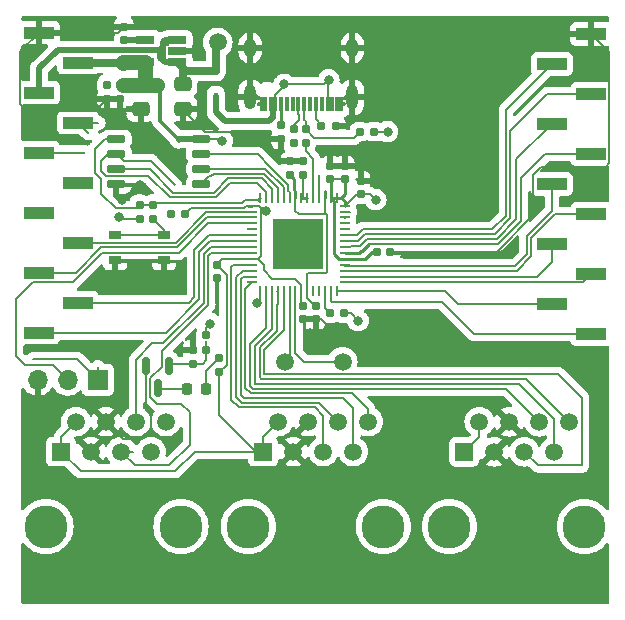
<source format=gbr>
%TF.GenerationSoftware,KiCad,Pcbnew,6.0.1-79c1e3a40b~116~ubuntu21.10.1*%
%TF.CreationDate,2022-02-04T12:14:37-05:00*%
%TF.ProjectId,MIDIborg,4d494449-626f-4726-972e-6b696361645f,rev?*%
%TF.SameCoordinates,Original*%
%TF.FileFunction,Copper,L1,Top*%
%TF.FilePolarity,Positive*%
%FSLAX46Y46*%
G04 Gerber Fmt 4.6, Leading zero omitted, Abs format (unit mm)*
G04 Created by KiCad (PCBNEW 6.0.1-79c1e3a40b~116~ubuntu21.10.1) date 2022-02-04 12:14:37*
%MOMM*%
%LPD*%
G01*
G04 APERTURE LIST*
G04 Aperture macros list*
%AMRoundRect*
0 Rectangle with rounded corners*
0 $1 Rounding radius*
0 $2 $3 $4 $5 $6 $7 $8 $9 X,Y pos of 4 corners*
0 Add a 4 corners polygon primitive as box body*
4,1,4,$2,$3,$4,$5,$6,$7,$8,$9,$2,$3,0*
0 Add four circle primitives for the rounded corners*
1,1,$1+$1,$2,$3*
1,1,$1+$1,$4,$5*
1,1,$1+$1,$6,$7*
1,1,$1+$1,$8,$9*
0 Add four rect primitives between the rounded corners*
20,1,$1+$1,$2,$3,$4,$5,0*
20,1,$1+$1,$4,$5,$6,$7,0*
20,1,$1+$1,$6,$7,$8,$9,0*
20,1,$1+$1,$8,$9,$2,$3,0*%
G04 Aperture macros list end*
%TA.AperFunction,WasherPad*%
%ADD10C,3.650000*%
%TD*%
%TA.AperFunction,ComponentPad*%
%ADD11R,1.500000X1.500000*%
%TD*%
%TA.AperFunction,ComponentPad*%
%ADD12C,1.500000*%
%TD*%
%TA.AperFunction,SMDPad,CuDef*%
%ADD13R,2.510000X1.000000*%
%TD*%
%TA.AperFunction,SMDPad,CuDef*%
%ADD14RoundRect,0.155000X-0.155000X0.212500X-0.155000X-0.212500X0.155000X-0.212500X0.155000X0.212500X0*%
%TD*%
%TA.AperFunction,SMDPad,CuDef*%
%ADD15RoundRect,0.160000X0.197500X0.160000X-0.197500X0.160000X-0.197500X-0.160000X0.197500X-0.160000X0*%
%TD*%
%TA.AperFunction,ComponentPad*%
%ADD16R,1.700000X1.700000*%
%TD*%
%TA.AperFunction,ComponentPad*%
%ADD17O,1.700000X1.700000*%
%TD*%
%TA.AperFunction,SMDPad,CuDef*%
%ADD18RoundRect,0.160000X0.160000X-0.197500X0.160000X0.197500X-0.160000X0.197500X-0.160000X-0.197500X0*%
%TD*%
%TA.AperFunction,SMDPad,CuDef*%
%ADD19RoundRect,0.160000X-0.197500X-0.160000X0.197500X-0.160000X0.197500X0.160000X-0.197500X0.160000X0*%
%TD*%
%TA.AperFunction,SMDPad,CuDef*%
%ADD20RoundRect,0.155000X0.155000X-0.212500X0.155000X0.212500X-0.155000X0.212500X-0.155000X-0.212500X0*%
%TD*%
%TA.AperFunction,SMDPad,CuDef*%
%ADD21RoundRect,0.150000X-0.650000X-0.150000X0.650000X-0.150000X0.650000X0.150000X-0.650000X0.150000X0*%
%TD*%
%TA.AperFunction,SMDPad,CuDef*%
%ADD22RoundRect,0.062500X-0.375000X-0.062500X0.375000X-0.062500X0.375000X0.062500X-0.375000X0.062500X0*%
%TD*%
%TA.AperFunction,SMDPad,CuDef*%
%ADD23RoundRect,0.062500X-0.062500X-0.375000X0.062500X-0.375000X0.062500X0.375000X-0.062500X0.375000X0*%
%TD*%
%TA.AperFunction,SMDPad,CuDef*%
%ADD24R,4.300000X4.300000*%
%TD*%
%TA.AperFunction,SMDPad,CuDef*%
%ADD25RoundRect,0.155000X-0.212500X-0.155000X0.212500X-0.155000X0.212500X0.155000X-0.212500X0.155000X0*%
%TD*%
%TA.AperFunction,SMDPad,CuDef*%
%ADD26RoundRect,0.150000X-0.150000X0.587500X-0.150000X-0.587500X0.150000X-0.587500X0.150000X0.587500X0*%
%TD*%
%TA.AperFunction,SMDPad,CuDef*%
%ADD27RoundRect,0.218750X-0.218750X-0.256250X0.218750X-0.256250X0.218750X0.256250X-0.218750X0.256250X0*%
%TD*%
%TA.AperFunction,SMDPad,CuDef*%
%ADD28C,1.500000*%
%TD*%
%TA.AperFunction,SMDPad,CuDef*%
%ADD29RoundRect,0.160000X-0.160000X0.197500X-0.160000X-0.197500X0.160000X-0.197500X0.160000X0.197500X0*%
%TD*%
%TA.AperFunction,SMDPad,CuDef*%
%ADD30RoundRect,0.155000X0.212500X0.155000X-0.212500X0.155000X-0.212500X-0.155000X0.212500X-0.155000X0*%
%TD*%
%TA.AperFunction,SMDPad,CuDef*%
%ADD31R,1.560000X0.650000*%
%TD*%
%TA.AperFunction,SMDPad,CuDef*%
%ADD32R,0.300000X1.150000*%
%TD*%
%TA.AperFunction,ComponentPad*%
%ADD33O,1.000000X2.100000*%
%TD*%
%TA.AperFunction,ComponentPad*%
%ADD34O,1.000000X1.600000*%
%TD*%
%TA.AperFunction,SMDPad,CuDef*%
%ADD35R,1.050000X0.650000*%
%TD*%
%TA.AperFunction,SMDPad,CuDef*%
%ADD36RoundRect,0.250000X0.475000X-0.337500X0.475000X0.337500X-0.475000X0.337500X-0.475000X-0.337500X0*%
%TD*%
%TA.AperFunction,SMDPad,CuDef*%
%ADD37R,0.450000X0.600000*%
%TD*%
%TA.AperFunction,ViaPad*%
%ADD38C,0.800000*%
%TD*%
%TA.AperFunction,Conductor*%
%ADD39C,0.200000*%
%TD*%
%TA.AperFunction,Conductor*%
%ADD40C,0.250000*%
%TD*%
%TA.AperFunction,Conductor*%
%ADD41C,0.375000*%
%TD*%
%TA.AperFunction,Conductor*%
%ADD42C,0.500000*%
%TD*%
%TA.AperFunction,Conductor*%
%ADD43C,1.250000*%
%TD*%
%TA.AperFunction,Conductor*%
%ADD44C,0.675000*%
%TD*%
G04 APERTURE END LIST*
D10*
%TO.P,J2,*%
%TO.N,*%
X234381700Y-119930800D03*
X222951700Y-119930800D03*
D11*
%TO.P,J2,1*%
%TO.N,+3V3*%
X224221700Y-113580800D03*
D12*
%TO.P,J2,2*%
X225491700Y-111040800D03*
%TO.P,J2,3*%
%TO.N,GND*%
X226761700Y-113580800D03*
%TO.P,J2,4*%
X228031700Y-111040800D03*
%TO.P,J2,5*%
%TO.N,/SPI1_MOSI*%
X229301700Y-113580800D03*
%TO.P,J2,6*%
%TO.N,/SPI1_MISO*%
X230571700Y-111040800D03*
%TO.P,J2,7*%
%TO.N,/SPI1_NSS*%
X231841700Y-113580800D03*
%TO.P,J2,8*%
%TO.N,/SPI1_SCK*%
X233111700Y-111040800D03*
%TD*%
D13*
%TO.P,J6,1,Pin_1*%
%TO.N,GND*%
X205228000Y-78105000D03*
%TO.P,J6,2,Pin_2*%
%TO.N,+3V3*%
X208538000Y-80645000D03*
%TO.P,J6,3,Pin_3*%
%TO.N,+5V*%
X205228000Y-83185000D03*
%TO.P,J6,4,Pin_4*%
%TO.N,unconnected-(J6-Pad4)*%
X208538000Y-85725000D03*
%TO.P,J6,5,Pin_5*%
%TO.N,unconnected-(J6-Pad5)*%
X205228000Y-88265000D03*
%TO.P,J6,6,Pin_6*%
%TO.N,unconnected-(J6-Pad6)*%
X208538000Y-90805000D03*
%TO.P,J6,7,Pin_7*%
%TO.N,unconnected-(J6-Pad7)*%
X205228000Y-93345000D03*
%TO.P,J6,8,Pin_8*%
%TO.N,/GPIO0*%
X208538000Y-95885000D03*
%TO.P,J6,9,Pin_9*%
%TO.N,/GPIO1*%
X205228000Y-98425000D03*
%TO.P,J6,10,Pin_10*%
%TO.N,/GPIO4*%
X208538000Y-100965000D03*
%TO.P,J6,11,Pin_11*%
%TO.N,/GPIO5*%
X205228000Y-103505000D03*
%TD*%
D14*
%TO.P,C14,1*%
%TO.N,GND*%
X231140000Y-89373900D03*
%TO.P,C14,2*%
%TO.N,+3V3*%
X231140000Y-90508900D03*
%TD*%
D15*
%TO.P,R3,1*%
%TO.N,+3V3*%
X233597500Y-86500000D03*
%TO.P,R3,2*%
%TO.N,/dd+*%
X232402500Y-86500000D03*
%TD*%
D16*
%TO.P,J8,1,Pin_1*%
%TO.N,/UART1_RX*%
X210210400Y-107492800D03*
D17*
%TO.P,J8,2,Pin_2*%
%TO.N,/UART1_TX*%
X207670400Y-107492800D03*
%TO.P,J8,3,Pin_3*%
%TO.N,GND*%
X205130400Y-107492800D03*
%TD*%
D18*
%TO.P,R7,1*%
%TO.N,Net-(Q1-Pad1)*%
X218250000Y-106147500D03*
%TO.P,R7,2*%
%TO.N,GND*%
X218250000Y-104952500D03*
%TD*%
D19*
%TO.P,R5,1*%
%TO.N,Net-(P1-PadA5)*%
X229152500Y-86000000D03*
%TO.P,R5,2*%
%TO.N,GND*%
X230347500Y-86000000D03*
%TD*%
D20*
%TO.P,C12,1*%
%TO.N,GND*%
X227600000Y-102392500D03*
%TO.P,C12,2*%
%TO.N,+3V3*%
X227600000Y-101257500D03*
%TD*%
D21*
%TO.P,U1,1,~{CS}*%
%TO.N,/QSPI-CS*%
X211792000Y-87122000D03*
%TO.P,U1,2,DO(IO1)*%
%TO.N,/QSPI-SD1*%
X211792000Y-88392000D03*
%TO.P,U1,3,IO2*%
%TO.N,/QSPI-SD2*%
X211792000Y-89662000D03*
%TO.P,U1,4,GND*%
%TO.N,GND*%
X211792000Y-90932000D03*
%TO.P,U1,5,DI(IO0)*%
%TO.N,/QSPI-SD0*%
X218992000Y-90932000D03*
%TO.P,U1,6,CLK*%
%TO.N,/QSPI-CLK*%
X218992000Y-89662000D03*
%TO.P,U1,7,IO3*%
%TO.N,/QSPI-SD3*%
X218992000Y-88392000D03*
%TO.P,U1,8,VCC*%
%TO.N,+3V3*%
X218992000Y-87122000D03*
%TD*%
D22*
%TO.P,U2,1,IOVDD*%
%TO.N,+3V3*%
X223265500Y-92762000D03*
%TO.P,U2,2,GPIO0*%
%TO.N,/GPIO0*%
X223265500Y-93262000D03*
%TO.P,U2,3,GPIO1*%
%TO.N,/GPIO1*%
X223265500Y-93762000D03*
%TO.P,U2,4,GPIO2*%
%TO.N,/UART1_TX*%
X223265500Y-94262000D03*
%TO.P,U2,5,GPIO3*%
%TO.N,/UART1_RX*%
X223265500Y-94762000D03*
%TO.P,U2,6,GPIO4*%
%TO.N,/GPIO4*%
X223265500Y-95262000D03*
%TO.P,U2,7,GPIO5*%
%TO.N,/GPIO5*%
X223265500Y-95762000D03*
%TO.P,U2,8,GPIO6*%
%TO.N,/SDA0*%
X223265500Y-96262000D03*
%TO.P,U2,9,GPIO7*%
%TO.N,/SCL0*%
X223265500Y-96762000D03*
%TO.P,U2,10,IOVDD*%
%TO.N,+3V3*%
X223265500Y-97262000D03*
%TO.P,U2,11,GPIO8*%
%TO.N,/SPI1_MOSI*%
X223265500Y-97762000D03*
%TO.P,U2,12,GPIO9*%
%TO.N,/SPI1_MISO*%
X223265500Y-98262000D03*
%TO.P,U2,13,GPIO10*%
%TO.N,/SPI1_NSS*%
X223265500Y-98762000D03*
%TO.P,U2,14,GPIO11*%
%TO.N,/SPI1_SCK*%
X223265500Y-99262000D03*
D23*
%TO.P,U2,15,GPIO12*%
%TO.N,/LED1*%
X223953000Y-99949500D03*
%TO.P,U2,16,GPIO13*%
%TO.N,/SPI0_MISO*%
X224453000Y-99949500D03*
%TO.P,U2,17,GPIO14*%
%TO.N,/SPI0_NSS*%
X224953000Y-99949500D03*
%TO.P,U2,18,GPIO15*%
%TO.N,/SPI0_SCK*%
X225453000Y-99949500D03*
%TO.P,U2,19,TESTEN*%
%TO.N,/SPI0_MOSI*%
X225953000Y-99949500D03*
%TO.P,U2,20,XIN*%
%TO.N,Net-(C1-Pad1)*%
X226453000Y-99949500D03*
%TO.P,U2,21,XOUT*%
%TO.N,Net-(C2-Pad1)*%
X226953000Y-99949500D03*
%TO.P,U2,22,IOVDD*%
%TO.N,+3V3*%
X227453000Y-99949500D03*
%TO.P,U2,23,DVDD*%
%TO.N,/1.1V*%
X227953000Y-99949500D03*
%TO.P,U2,24,SWCLK*%
%TO.N,/SWCLK*%
X228453000Y-99949500D03*
%TO.P,U2,25,SWDIO*%
%TO.N,/SWDIO*%
X228953000Y-99949500D03*
%TO.P,U2,26,RUN*%
%TO.N,Net-(R11-Pad2)*%
X229453000Y-99949500D03*
%TO.P,U2,27,GPIO16*%
%TO.N,/GPIO16*%
X229953000Y-99949500D03*
%TO.P,U2,28,GPIO17*%
%TO.N,/GPIO17*%
X230453000Y-99949500D03*
D22*
%TO.P,U2,29,GPIO18*%
%TO.N,/GPIO18*%
X231140500Y-99262000D03*
%TO.P,U2,30,GPIO19*%
%TO.N,/GPIO19*%
X231140500Y-98762000D03*
%TO.P,U2,31,GPIO20*%
%TO.N,/GPIO20*%
X231140500Y-98262000D03*
%TO.P,U2,32,GPIO21*%
%TO.N,/GPIO21*%
X231140500Y-97762000D03*
%TO.P,U2,33,IOVDD*%
%TO.N,+3V3*%
X231140500Y-97262000D03*
%TO.P,U2,34,GPIO22*%
%TO.N,/GPIO22*%
X231140500Y-96762000D03*
%TO.P,U2,35,GPIO23*%
%TO.N,/GPIO23*%
X231140500Y-96262000D03*
%TO.P,U2,36,GPIO24*%
%TO.N,/GPIO24*%
X231140500Y-95762000D03*
%TO.P,U2,37,GPIO25*%
%TO.N,/GPIO25*%
X231140500Y-95262000D03*
%TO.P,U2,38,GPIO26/ADC0*%
%TO.N,/ADC0*%
X231140500Y-94762000D03*
%TO.P,U2,39,GPIO27/ADC1*%
%TO.N,/ADC1*%
X231140500Y-94262000D03*
%TO.P,U2,40,GPIO28/ADC2*%
%TO.N,/ADC2*%
X231140500Y-93762000D03*
%TO.P,U2,41,GPIO29/ADC3*%
%TO.N,/ADC3*%
X231140500Y-93262000D03*
%TO.P,U2,42,IOVDD*%
%TO.N,+3V3*%
X231140500Y-92762000D03*
D23*
%TO.P,U2,43,ADC_AVDD*%
X230453000Y-92074500D03*
%TO.P,U2,44,VREG_VIN*%
X229953000Y-92074500D03*
%TO.P,U2,45,VREG_VOUT*%
%TO.N,/1.1V*%
X229453000Y-92074500D03*
%TO.P,U2,46,USB_DM*%
%TO.N,/d-*%
X228953000Y-92074500D03*
%TO.P,U2,47,USB_DP*%
%TO.N,/d+*%
X228453000Y-92074500D03*
%TO.P,U2,48,USB_VDD*%
%TO.N,+3V3*%
X227953000Y-92074500D03*
%TO.P,U2,49,IOVDD*%
X227453000Y-92074500D03*
%TO.P,U2,50,DVDD*%
%TO.N,/1.1V*%
X226953000Y-92074500D03*
%TO.P,U2,51,QSPI_SD3*%
%TO.N,/QSPI-SD3*%
X226453000Y-92074500D03*
%TO.P,U2,52,QSPI_SCLK*%
%TO.N,/QSPI-CLK*%
X225953000Y-92074500D03*
%TO.P,U2,53,QSPI_SD0*%
%TO.N,/QSPI-SD0*%
X225453000Y-92074500D03*
%TO.P,U2,54,QSPI_SD2*%
%TO.N,/QSPI-SD2*%
X224953000Y-92074500D03*
%TO.P,U2,55,QSPI_SD1*%
%TO.N,/QSPI-SD1*%
X224453000Y-92074500D03*
%TO.P,U2,56,QSPI_SS_N*%
%TO.N,/QSPI-CS*%
X223953000Y-92074500D03*
D24*
%TO.P,U2,57,GND*%
%TO.N,GND*%
X227203000Y-96012000D03*
%TD*%
D25*
%TO.P,C8,1*%
%TO.N,GND*%
X216432500Y-93500000D03*
%TO.P,C8,2*%
%TO.N,+3V3*%
X217567500Y-93500000D03*
%TD*%
D14*
%TO.P,C9,1*%
%TO.N,GND*%
X226517200Y-89018300D03*
%TO.P,C9,2*%
%TO.N,/1.1V*%
X226517200Y-90153300D03*
%TD*%
%TO.P,C19,1*%
%TO.N,GND*%
X212424000Y-77598500D03*
%TO.P,C19,2*%
%TO.N,Net-(C19-Pad2)*%
X212424000Y-78733500D03*
%TD*%
D26*
%TO.P,Q1,1,G*%
%TO.N,Net-(Q1-Pad1)*%
X216225000Y-106312500D03*
%TO.P,Q1,2,S*%
%TO.N,GND*%
X214325000Y-106312500D03*
%TO.P,Q1,3,D*%
%TO.N,Net-(D2-Pad1)*%
X215275000Y-108187500D03*
%TD*%
D18*
%TO.P,R10,1*%
%TO.N,+3V3*%
X213750000Y-93872500D03*
%TO.P,R10,2*%
%TO.N,/QSPI-CS*%
X213750000Y-92677500D03*
%TD*%
D14*
%TO.P,C5,1*%
%TO.N,GND*%
X227634800Y-89018300D03*
%TO.P,C5,2*%
%TO.N,+3V3*%
X227634800Y-90153300D03*
%TD*%
D27*
%TO.P,D2,1,K*%
%TO.N,Net-(D2-Pad1)*%
X217787500Y-108275000D03*
%TO.P,D2,2,A*%
%TO.N,Net-(D2-Pad2)*%
X219362500Y-108275000D03*
%TD*%
D28*
%TO.P,TP2,1,1*%
%TO.N,+5V*%
X220370400Y-78943200D03*
%TD*%
D29*
%TO.P,R4,1*%
%TO.N,Net-(P1-PadB5)*%
X225704400Y-85940300D03*
%TO.P,R4,2*%
%TO.N,GND*%
X225704400Y-87135300D03*
%TD*%
D30*
%TO.P,C3,1*%
%TO.N,GND*%
X234992500Y-96675000D03*
%TO.P,C3,2*%
%TO.N,+3V3*%
X233857500Y-96675000D03*
%TD*%
D10*
%TO.P,J4,*%
%TO.N,*%
X239979200Y-119938800D03*
X251409200Y-119938800D03*
D11*
%TO.P,J4,1*%
%TO.N,+3V3*%
X241249200Y-113588800D03*
D12*
%TO.P,J4,2*%
X242519200Y-111048800D03*
%TO.P,J4,3*%
%TO.N,GND*%
X243789200Y-113588800D03*
%TO.P,J4,4*%
X245059200Y-111048800D03*
%TO.P,J4,5*%
%TO.N,/SPI0_MOSI*%
X246329200Y-113588800D03*
%TO.P,J4,6*%
%TO.N,/SPI0_MISO*%
X247599200Y-111048800D03*
%TO.P,J4,7*%
%TO.N,/SPI0_NSS*%
X248869200Y-113588800D03*
%TO.P,J4,8*%
%TO.N,/SPI0_SCK*%
X250139200Y-111048800D03*
%TD*%
D10*
%TO.P,J7,*%
%TO.N,*%
X217262100Y-119930800D03*
X205832100Y-119930800D03*
D11*
%TO.P,J7,1*%
%TO.N,+3V3*%
X207102100Y-113580800D03*
D12*
%TO.P,J7,2*%
X208372100Y-111040800D03*
%TO.P,J7,3*%
%TO.N,GND*%
X209642100Y-113580800D03*
%TO.P,J7,4*%
X210912100Y-111040800D03*
%TO.P,J7,5*%
%TO.N,/SCL0*%
X212182100Y-113580800D03*
%TO.P,J7,6*%
%TO.N,/SDA0*%
X213452100Y-111040800D03*
%TO.P,J7,7*%
%TO.N,unconnected-(J7-Pad7)*%
X214722100Y-113580800D03*
%TO.P,J7,8*%
%TO.N,unconnected-(J7-Pad8)*%
X215992100Y-111040800D03*
%TD*%
D15*
%TO.P,R11,1*%
%TO.N,+3V3*%
X231072500Y-101875000D03*
%TO.P,R11,2*%
%TO.N,Net-(R11-Pad2)*%
X229877500Y-101875000D03*
%TD*%
D20*
%TO.P,C13,1*%
%TO.N,GND*%
X220275000Y-98892500D03*
%TO.P,C13,2*%
%TO.N,+3V3*%
X220275000Y-97757500D03*
%TD*%
D14*
%TO.P,C7,1*%
%TO.N,GND*%
X232475000Y-90632500D03*
%TO.P,C7,2*%
%TO.N,+3V3*%
X232475000Y-91767500D03*
%TD*%
D31*
%TO.P,U4,1,IN*%
%TO.N,+5V*%
X216949000Y-80640000D03*
%TO.P,U4,2,GND*%
%TO.N,GND*%
X216949000Y-79690000D03*
%TO.P,U4,3,EN*%
%TO.N,+5V*%
X216949000Y-78740000D03*
%TO.P,U4,4,BP*%
%TO.N,Net-(C19-Pad2)*%
X214249000Y-78740000D03*
%TO.P,U4,5,OUT*%
%TO.N,+3V3*%
X214249000Y-80640000D03*
%TD*%
D32*
%TO.P,P1,A1,GND*%
%TO.N,GND*%
X230807000Y-84157000D03*
%TO.P,P1,A4,VBUS*%
%TO.N,Net-(D1-Pad2)*%
X230007000Y-84157000D03*
%TO.P,P1,A5,CC*%
%TO.N,Net-(P1-PadA5)*%
X228707000Y-84157000D03*
%TO.P,P1,A6,D+*%
%TO.N,/dd+*%
X227707000Y-84157000D03*
%TO.P,P1,A7,D-*%
%TO.N,/dd-*%
X227207000Y-84157000D03*
%TO.P,P1,A8*%
%TO.N,N/C*%
X226207000Y-84157000D03*
%TO.P,P1,A9,VBUS*%
%TO.N,Net-(D1-Pad2)*%
X224907000Y-84157000D03*
%TO.P,P1,A12,GND*%
%TO.N,GND*%
X224107000Y-84157000D03*
%TO.P,P1,B1,GND*%
X224407000Y-84157000D03*
%TO.P,P1,B4,VBUS*%
%TO.N,Net-(D1-Pad2)*%
X225207000Y-84157000D03*
%TO.P,P1,B5,VCONN*%
%TO.N,Net-(P1-PadB5)*%
X225707000Y-84157000D03*
%TO.P,P1,B6*%
%TO.N,N/C*%
X226707000Y-84157000D03*
%TO.P,P1,B7*%
X228207000Y-84157000D03*
%TO.P,P1,B8*%
X229207000Y-84157000D03*
%TO.P,P1,B9,VBUS*%
%TO.N,Net-(D1-Pad2)*%
X229707000Y-84157000D03*
%TO.P,P1,B12,GND*%
%TO.N,GND*%
X230507000Y-84157000D03*
D33*
%TO.P,P1,S1,SHIELD*%
X231777000Y-83592000D03*
D34*
X231777000Y-79412000D03*
D33*
X223137000Y-83592000D03*
D34*
X223137000Y-79412000D03*
%TD*%
D13*
%TO.P,J9,1,Pin_1*%
%TO.N,/GPIO16*%
X251972000Y-103632000D03*
%TO.P,J9,2,Pin_2*%
%TO.N,/GPIO17*%
X248662000Y-101092000D03*
%TO.P,J9,3,Pin_3*%
%TO.N,/GPIO18*%
X251972000Y-98552000D03*
%TO.P,J9,4,Pin_4*%
%TO.N,/GPIO19*%
X248662000Y-96012000D03*
%TO.P,J9,5,Pin_5*%
%TO.N,/GPIO20*%
X251972000Y-93472000D03*
%TO.P,J9,6,Pin_6*%
%TO.N,/GPIO21*%
X248662000Y-90932000D03*
%TO.P,J9,7,Pin_7*%
%TO.N,/GPIO22*%
X251972000Y-88392000D03*
%TO.P,J9,8,Pin_8*%
%TO.N,/GPIO23*%
X248662000Y-85852000D03*
%TO.P,J9,9,Pin_9*%
%TO.N,/GPIO24*%
X251972000Y-83312000D03*
%TO.P,J9,10,Pin_10*%
%TO.N,/GPIO25*%
X248662000Y-80772000D03*
%TO.P,J9,11,Pin_11*%
%TO.N,GND*%
X251972000Y-78232000D03*
%TD*%
D35*
%TO.P,SW1,1,1*%
%TO.N,/USB_BOOT*%
X211700000Y-95250000D03*
X215850000Y-95250000D03*
%TO.P,SW1,2,2*%
%TO.N,GND*%
X215825000Y-97400000D03*
X211700000Y-97400000D03*
%TD*%
D36*
%TO.P,C17,1*%
%TO.N,GND*%
X217424000Y-84537500D03*
%TO.P,C17,2*%
%TO.N,+5V*%
X217424000Y-82462500D03*
%TD*%
D18*
%TO.P,R6,1*%
%TO.N,Net-(Q1-Pad1)*%
X219400000Y-104945000D03*
%TO.P,R6,2*%
%TO.N,/LED1*%
X219400000Y-103750000D03*
%TD*%
D36*
%TO.P,C21,1*%
%TO.N,GND*%
X213842600Y-84603500D03*
%TO.P,C21,2*%
%TO.N,+3V3*%
X213842600Y-82528500D03*
%TD*%
D12*
%TO.P,Y1,1,1*%
%TO.N,Net-(C1-Pad1)*%
X226075000Y-105975000D03*
%TO.P,Y1,2,2*%
%TO.N,Net-(C2-Pad1)*%
X230955000Y-105975000D03*
%TD*%
D20*
%TO.P,C10,1*%
%TO.N,GND*%
X212090000Y-83701700D03*
%TO.P,C10,2*%
%TO.N,+3V3*%
X212090000Y-82566700D03*
%TD*%
D37*
%TO.P,D1,1,K*%
%TO.N,+5V*%
X220218000Y-81373000D03*
%TO.P,D1,2,A*%
%TO.N,Net-(D1-Pad2)*%
X220218000Y-83473000D03*
%TD*%
D18*
%TO.P,R9,1*%
%TO.N,/USB_BOOT*%
X214900000Y-93870000D03*
%TO.P,R9,2*%
%TO.N,/QSPI-CS*%
X214900000Y-92675000D03*
%TD*%
%TO.P,R8,1*%
%TO.N,+3V3*%
X220500000Y-106847500D03*
%TO.P,R8,2*%
%TO.N,Net-(D2-Pad2)*%
X220500000Y-105652500D03*
%TD*%
D14*
%TO.P,C6,1*%
%TO.N,GND*%
X229920800Y-89373900D03*
%TO.P,C6,2*%
%TO.N,+3V3*%
X229920800Y-90508900D03*
%TD*%
D20*
%TO.P,C4,1*%
%TO.N,GND*%
X211000000Y-83692500D03*
%TO.P,C4,2*%
%TO.N,+3V3*%
X211000000Y-82557500D03*
%TD*%
%TO.P,C11,1*%
%TO.N,GND*%
X228725000Y-102367500D03*
%TO.P,C11,2*%
%TO.N,/1.1V*%
X228725000Y-101232500D03*
%TD*%
D18*
%TO.P,R2,1*%
%TO.N,/d+*%
X227825000Y-87472500D03*
%TO.P,R2,2*%
%TO.N,/dd+*%
X227825000Y-86277500D03*
%TD*%
D29*
%TO.P,R1,1*%
%TO.N,/dd-*%
X226800000Y-86277500D03*
%TO.P,R1,2*%
%TO.N,/d-*%
X226800000Y-87472500D03*
%TD*%
D38*
%TO.N,+3V3*%
X234750000Y-86500000D03*
X233750000Y-92250000D03*
%TO.N,Net-(D1-Pad2)*%
X226000000Y-82500000D03*
X229773407Y-82100685D03*
%TO.N,GND*%
X212250000Y-85000000D03*
X212250000Y-92300500D03*
X224250000Y-87000000D03*
X213842600Y-86182200D03*
X213750000Y-91000000D03*
X230250000Y-103500000D03*
X227203000Y-96012000D03*
%TO.N,+3V3*%
X232250000Y-102500000D03*
X224500000Y-93250000D03*
X220750000Y-87250000D03*
X212000000Y-93750000D03*
%TO.N,/LED1*%
X219750000Y-102750000D03*
X223725000Y-100975000D03*
%TD*%
D39*
%TO.N,+3V3*%
X233597500Y-86500000D02*
X234750000Y-86500000D01*
X233267500Y-91767500D02*
X233750000Y-92250000D01*
X232475000Y-91767500D02*
X233267500Y-91767500D01*
%TO.N,/dd+*%
X232402500Y-86500000D02*
X231902500Y-87000000D01*
X231902500Y-87000000D02*
X228529181Y-87000000D01*
X228529181Y-87000000D02*
X227825000Y-86295819D01*
X227825000Y-86295819D02*
X227825000Y-86277500D01*
%TO.N,GND*%
X229920800Y-89373900D02*
X231140000Y-89373900D01*
%TO.N,Net-(P1-PadA5)*%
X229152500Y-86000000D02*
X229152500Y-85902500D01*
X229152500Y-85902500D02*
X228707000Y-85457000D01*
X228707000Y-85457000D02*
X228707000Y-84157000D01*
%TO.N,Net-(D1-Pad2)*%
X226000000Y-82500000D02*
X229374092Y-82500000D01*
X229374092Y-82500000D02*
X229773407Y-82100685D01*
X226000000Y-82589000D02*
X226000000Y-82500000D01*
X225207000Y-83382000D02*
X226000000Y-82589000D01*
X225207000Y-84157000D02*
X225207000Y-83382000D01*
X229672479Y-82201613D02*
X229773407Y-82100685D01*
X229672479Y-83822479D02*
X229672479Y-82201613D01*
X230007000Y-84157000D02*
X229672479Y-83822479D01*
%TO.N,/UART1_RX*%
X208467600Y-105750000D02*
X204750000Y-105750000D01*
X210210400Y-107492800D02*
X208467600Y-105750000D01*
%TO.N,/UART1_TX*%
X223265500Y-94262000D02*
X219553006Y-94262000D01*
X219553006Y-94262000D02*
X217065006Y-96750000D01*
X210592028Y-96750000D02*
X208092028Y-99250000D01*
X217065006Y-96750000D02*
X210592028Y-96750000D01*
X208092028Y-99250000D02*
X204750000Y-99250000D01*
X206427600Y-106250000D02*
X207670400Y-107492800D01*
X204750000Y-99250000D02*
X203300020Y-100699980D01*
X203300020Y-100699980D02*
X203300020Y-105500000D01*
X203300020Y-105500000D02*
X204050020Y-106250000D01*
X204050020Y-106250000D02*
X206427600Y-106250000D01*
%TO.N,GND*%
X212646500Y-84603500D02*
X212250000Y-85000000D01*
X213842600Y-84603500D02*
X212646500Y-84603500D01*
X211792000Y-91842500D02*
X212250000Y-92300500D01*
X211792000Y-91687200D02*
X211792000Y-91842500D01*
%TO.N,/QSPI-CS*%
X211792000Y-87122000D02*
X210794600Y-87122000D01*
X210500000Y-90500000D02*
X210500000Y-91750000D01*
X210500000Y-91750000D02*
X211750000Y-93000000D01*
X211750000Y-93000000D02*
X213775000Y-93000000D01*
X210794600Y-87122000D02*
X210492030Y-87424570D01*
X213775000Y-93000000D02*
X214100000Y-92675000D01*
X210492030Y-87424570D02*
X210492030Y-87432998D01*
X210492030Y-87432998D02*
X210000000Y-87925028D01*
X210000000Y-87925028D02*
X210000000Y-90000000D01*
X210000000Y-90000000D02*
X210500000Y-90500000D01*
X223777500Y-92250000D02*
X222695983Y-92250000D01*
X215054520Y-92520480D02*
X214900000Y-92675000D01*
X222695983Y-92250000D02*
X222425503Y-92520480D01*
X222425503Y-92520480D02*
X215054520Y-92520480D01*
%TO.N,+3V3*%
X223265500Y-92762000D02*
X222748989Y-92762000D01*
X222748989Y-92762000D02*
X222590989Y-92920000D01*
X222590989Y-92920000D02*
X218147500Y-92920000D01*
X218147500Y-92920000D02*
X217567500Y-93500000D01*
%TO.N,/QSPI-SD1*%
X224453000Y-92074500D02*
X224453000Y-91625027D01*
X224453000Y-91625027D02*
X223688533Y-90860560D01*
X223688533Y-90860560D02*
X221438646Y-90860560D01*
X221438646Y-90860560D02*
X220249707Y-92049499D01*
X220249707Y-92049499D02*
X216299500Y-92049500D01*
X216299500Y-92049500D02*
X214500000Y-90250000D01*
X214500000Y-90250000D02*
X212639717Y-90250000D01*
X212628197Y-90261520D02*
X210913548Y-90261520D01*
X212639717Y-90250000D02*
X212628197Y-90261520D01*
X210913548Y-90261520D02*
X210500000Y-89847972D01*
X210500000Y-89000000D02*
X211108000Y-88392000D01*
X210500000Y-89847972D02*
X210500000Y-89000000D01*
X211108000Y-88392000D02*
X211792000Y-88392000D01*
%TO.N,/QSPI-SD2*%
X224953000Y-92074500D02*
X224953000Y-91329806D01*
X214604600Y-89662000D02*
X211792000Y-89662000D01*
X224953000Y-91329806D02*
X224084234Y-90461040D01*
X221273160Y-90461040D02*
X220084220Y-91649980D01*
X224084234Y-90461040D02*
X221273160Y-90461040D01*
X220084220Y-91649980D02*
X216592580Y-91649980D01*
X216592580Y-91649980D02*
X214604600Y-89662000D01*
%TO.N,/QSPI-SD0*%
X225453000Y-92074500D02*
X225453000Y-91264800D01*
X219662480Y-90261520D02*
X218992000Y-90932000D01*
X225453000Y-91264800D02*
X224249720Y-90061520D01*
X219828197Y-90261520D02*
X219662480Y-90261520D01*
X224249720Y-90061520D02*
X220028197Y-90061520D01*
X220028197Y-90061520D02*
X219828197Y-90261520D01*
D40*
%TO.N,/QSPI-CS*%
X223953000Y-92074500D02*
X223777500Y-92250000D01*
D39*
%TO.N,/QSPI-SD1*%
X214750000Y-89000000D02*
X216750000Y-91000000D01*
X214500000Y-89000000D02*
X214750000Y-89000000D01*
X211792000Y-88392000D02*
X212400000Y-89000000D01*
X212400000Y-89000000D02*
X214500000Y-89000000D01*
%TO.N,/GPIO0*%
X223265500Y-93262000D02*
X223207980Y-93319520D01*
X219365474Y-93319520D02*
X216799994Y-95885000D01*
X223207980Y-93319520D02*
X219365474Y-93319520D01*
X216799994Y-95885000D02*
X208538000Y-95885000D01*
%TO.N,/GPIO1*%
X223265500Y-93762000D02*
X219488000Y-93762000D01*
X216965480Y-96284520D02*
X210492502Y-96284520D01*
X219488000Y-93762000D02*
X216965480Y-96284520D01*
X208352022Y-98425000D02*
X205228000Y-98425000D01*
X210492502Y-96284520D02*
X208352022Y-98425000D01*
%TO.N,GND*%
X224250000Y-87000000D02*
X223772480Y-86522480D01*
X223772480Y-86522480D02*
X219272480Y-86522480D01*
X219272480Y-86522480D02*
X217424000Y-84674000D01*
X217424000Y-84674000D02*
X217424000Y-84537500D01*
%TO.N,Net-(D1-Pad2)*%
X230007000Y-84157000D02*
X230007000Y-83732000D01*
%TO.N,GND*%
X205228000Y-78105000D02*
X203673489Y-79659511D01*
X203673489Y-84173489D02*
X204250000Y-84750000D01*
X203673489Y-79659511D02*
X203673489Y-84173489D01*
X204250000Y-84750000D02*
X209942500Y-84750000D01*
X209942500Y-84750000D02*
X211000000Y-83692500D01*
X212424000Y-77598500D02*
X211917500Y-78105000D01*
X211917500Y-78105000D02*
X205228000Y-78105000D01*
X224385300Y-87135300D02*
X224250000Y-87000000D01*
X225704400Y-87135300D02*
X224385300Y-87135300D01*
X223137000Y-83592000D02*
X223842000Y-83592000D01*
X223842000Y-83592000D02*
X224407000Y-84157000D01*
X213868000Y-86207600D02*
X213842600Y-86182200D01*
X211700000Y-97400000D02*
X215825000Y-97400000D01*
X213682000Y-90932000D02*
X213750000Y-91000000D01*
X211792000Y-90932000D02*
X213682000Y-90932000D01*
X229117500Y-102367500D02*
X230250000Y-103500000D01*
X228725000Y-102367500D02*
X229117500Y-102367500D01*
%TO.N,+3V3*%
X242519200Y-111048800D02*
X242519200Y-112318800D01*
X242519200Y-112318800D02*
X241249200Y-113588800D01*
%TO.N,GND*%
X234992500Y-96675000D02*
X244008418Y-96675000D01*
X247107489Y-93575929D02*
X247107489Y-90142511D01*
X244008418Y-96675000D02*
X247107489Y-93575929D01*
X247107489Y-90142511D02*
X247750000Y-89500000D01*
X247750000Y-89500000D02*
X253218022Y-89500000D01*
X253526511Y-79786511D02*
X251972000Y-78232000D01*
X253218022Y-89500000D02*
X253526511Y-89191511D01*
X253526511Y-89191511D02*
X253526511Y-79786511D01*
X227600000Y-102392500D02*
X228700000Y-102392500D01*
X228700000Y-102392500D02*
X228725000Y-102367500D01*
%TO.N,+3V3*%
X231625000Y-101875000D02*
X232250000Y-102500000D01*
X231072500Y-101875000D02*
X231625000Y-101875000D01*
X224212498Y-92962498D02*
X224500000Y-93250000D01*
X224002520Y-92962498D02*
X224212498Y-92962498D01*
X220622000Y-87122000D02*
X220750000Y-87250000D01*
X218992000Y-87122000D02*
X220622000Y-87122000D01*
X212122500Y-93872500D02*
X212000000Y-93750000D01*
X213750000Y-93872500D02*
X212122500Y-93872500D01*
D41*
X217068400Y-87172800D02*
X215500000Y-85604400D01*
X215500000Y-85604400D02*
X215500000Y-82792800D01*
X215500000Y-82792800D02*
X215235700Y-82528500D01*
D39*
X223762000Y-97262000D02*
X224002520Y-97021480D01*
X224002520Y-97021480D02*
X224002520Y-92962498D01*
X224002520Y-92962498D02*
X223851542Y-92811520D01*
X223851542Y-92811520D02*
X223315020Y-92811520D01*
X223315020Y-92811520D02*
X223265500Y-92762000D01*
X224250000Y-98250000D02*
X224250000Y-97750000D01*
X225000000Y-99000000D02*
X224250000Y-98250000D01*
X227453000Y-99949500D02*
X227453000Y-99500027D01*
X223762000Y-97262000D02*
X223265500Y-97262000D01*
X227453000Y-99500027D02*
X226952973Y-99000000D01*
X226952973Y-99000000D02*
X225000000Y-99000000D01*
X224250000Y-97750000D02*
X223762000Y-97262000D01*
%TO.N,/1.1V*%
X229453000Y-92074500D02*
X229453000Y-93362978D01*
X229453000Y-93362978D02*
X229590022Y-93500000D01*
D40*
%TO.N,+3V3*%
X230250000Y-96856328D02*
X230250000Y-92371500D01*
D39*
%TO.N,/1.1V*%
X229652511Y-93562489D02*
X229652511Y-98347489D01*
X229590022Y-93500000D02*
X229652511Y-93562489D01*
X229500000Y-98500000D02*
X228000000Y-98500000D01*
X229652511Y-98347489D02*
X229500000Y-98500000D01*
X227250000Y-93500000D02*
X229590022Y-93500000D01*
X226953000Y-92074500D02*
X226953000Y-93203000D01*
X226953000Y-93203000D02*
X227250000Y-93500000D01*
X228000000Y-98500000D02*
X227953000Y-98547000D01*
X227953000Y-98547000D02*
X227953000Y-99949500D01*
D40*
%TO.N,+3V3*%
X231881600Y-97256600D02*
X230650272Y-97256600D01*
X230650272Y-97256600D02*
X230250000Y-96856328D01*
X230250000Y-92371500D02*
X229953000Y-92074500D01*
D39*
%TO.N,/LED1*%
X219400000Y-103100000D02*
X219750000Y-102750000D01*
X219400000Y-103750000D02*
X219400000Y-103100000D01*
%TO.N,Net-(Q1-Pad1)*%
X218250000Y-106147500D02*
X219102500Y-106147500D01*
X219102500Y-106147500D02*
X219400000Y-105850000D01*
X219400000Y-105850000D02*
X219400000Y-104945000D01*
%TO.N,Net-(D2-Pad2)*%
X220500000Y-105652500D02*
X219362500Y-106790000D01*
X219362500Y-106790000D02*
X219362500Y-108275000D01*
%TO.N,+3V3*%
X220500000Y-106847500D02*
X221125480Y-106222020D01*
X221125480Y-106222020D02*
X221125480Y-98607980D01*
X221125480Y-98607980D02*
X220275000Y-97757500D01*
X220750000Y-110750000D02*
X221000000Y-111000000D01*
X221000000Y-111000000D02*
X223580800Y-113580800D01*
X220500000Y-106847500D02*
X220500000Y-110500000D01*
X220500000Y-110500000D02*
X221000000Y-111000000D01*
X224221700Y-113580800D02*
X224221700Y-112310800D01*
X224221700Y-112310800D02*
X225491700Y-111040800D01*
%TO.N,/SPI1_MOSI*%
X229301700Y-113580800D02*
X229301700Y-110551700D01*
X229301700Y-110551700D02*
X228598560Y-109848560D01*
X222148560Y-109848560D02*
X221525000Y-109225000D01*
X228598560Y-109848560D02*
X222148560Y-109848560D01*
X221525000Y-109225000D02*
X221525000Y-97925000D01*
X221525000Y-97925000D02*
X221688000Y-97762000D01*
X221688000Y-97762000D02*
X223265500Y-97762000D01*
%TO.N,/SPI1_MISO*%
X230571700Y-111040800D02*
X228979940Y-109449040D01*
X228979940Y-109449040D02*
X222449040Y-109449040D01*
X222449040Y-109449040D02*
X221924521Y-108924521D01*
X221924521Y-108924521D02*
X221924521Y-98810473D01*
X221924521Y-98810473D02*
X222472994Y-98262000D01*
X222472994Y-98262000D02*
X223265500Y-98262000D01*
%TO.N,/SPI1_NSS*%
X231841700Y-113580800D02*
X231841700Y-109916700D01*
X222324040Y-108750000D02*
X222324040Y-98975960D01*
X222538000Y-98762000D02*
X223265500Y-98762000D01*
X231841700Y-109916700D02*
X230974520Y-109049520D01*
X230974520Y-109049520D02*
X222623560Y-109049520D01*
X222623560Y-109049520D02*
X222324040Y-108750000D01*
X222324040Y-98975960D02*
X222538000Y-98762000D01*
%TO.N,+3V3*%
X208372100Y-111040800D02*
X207102100Y-112310800D01*
X207102100Y-112310800D02*
X207102100Y-113580800D01*
X218419200Y-113580800D02*
X216750000Y-115250000D01*
X224221700Y-113580800D02*
X218419200Y-113580800D01*
X216750000Y-115250000D02*
X208771300Y-115250000D01*
X208771300Y-115250000D02*
X207102100Y-113580800D01*
X223580800Y-113580800D02*
X224221700Y-113580800D01*
%TO.N,GND*%
X214325000Y-106312500D02*
X214275960Y-106361540D01*
X214000000Y-112500000D02*
X212371300Y-112500000D01*
X214275960Y-106361540D02*
X214275960Y-110025960D01*
X214275960Y-110025960D02*
X214750000Y-110500000D01*
X214750000Y-110500000D02*
X214750000Y-111750000D01*
X214750000Y-111750000D02*
X214000000Y-112500000D01*
X212371300Y-112500000D02*
X210912100Y-111040800D01*
%TO.N,/SCL0*%
X218000000Y-113000000D02*
X218000000Y-110250000D01*
X216250000Y-114750000D02*
X218000000Y-113000000D01*
X212182100Y-113580800D02*
X213351300Y-114750000D01*
X213351300Y-114750000D02*
X216250000Y-114750000D01*
X218000000Y-110250000D02*
X217285717Y-109535717D01*
X217285717Y-109535717D02*
X215250000Y-109535717D01*
X223265500Y-96762000D02*
X219838000Y-96762000D01*
X219838000Y-96762000D02*
X219575000Y-97025000D01*
X219575000Y-97025000D02*
X219575000Y-101150000D01*
X219575000Y-101150000D02*
X215625480Y-105099520D01*
X215625480Y-105099520D02*
X215625480Y-106400000D01*
X215625480Y-106400000D02*
X214675480Y-107350000D01*
X214675480Y-107350000D02*
X214675480Y-108961197D01*
X214675480Y-108961197D02*
X215250000Y-109535717D01*
X213237866Y-113580800D02*
X212182100Y-113580800D01*
%TO.N,+3V3*%
X232475000Y-91767500D02*
X232135000Y-91767500D01*
X232135000Y-91767500D02*
X231140500Y-92762000D01*
%TO.N,/GPIO4*%
X223265500Y-95262000D02*
X219642982Y-95262000D01*
X219642982Y-95262000D02*
X218376440Y-96528542D01*
X218376440Y-96528542D02*
X218376440Y-100534514D01*
X218376440Y-100534514D02*
X217945954Y-100965000D01*
X217945954Y-100965000D02*
X208538000Y-100965000D01*
%TO.N,/GPIO5*%
X223265500Y-95762000D02*
X219707988Y-95762000D01*
X219707988Y-95762000D02*
X218775961Y-96694027D01*
X218775961Y-96694027D02*
X218775960Y-100700000D01*
X215970960Y-103505000D02*
X205228000Y-103505000D01*
X218775960Y-100700000D02*
X215970960Y-103505000D01*
%TO.N,/SDA0*%
X213452100Y-111040800D02*
X213452100Y-105812183D01*
X213452100Y-105812183D02*
X214839283Y-104425000D01*
X214839283Y-104425000D02*
X215715006Y-104425000D01*
X215715006Y-104425000D02*
X219175480Y-100964526D01*
X219175480Y-100964526D02*
X219175481Y-96859513D01*
X219175481Y-96859513D02*
X219772994Y-96262000D01*
X219772994Y-96262000D02*
X223265500Y-96262000D01*
%TO.N,GND*%
X227634800Y-89018300D02*
X226517200Y-89018300D01*
%TO.N,/dd+*%
X227825000Y-86465141D02*
X227825000Y-86277500D01*
%TO.N,/d-*%
X228953000Y-90222000D02*
X229025000Y-90150000D01*
X228953000Y-90678000D02*
X228953000Y-90222000D01*
X228953000Y-92074500D02*
X228953000Y-90678000D01*
%TO.N,unconnected-(J6-Pad4)*%
X209388000Y-86575000D02*
X208538000Y-85725000D01*
X209400000Y-86575000D02*
X209388000Y-86575000D01*
%TO.N,/USB_BOOT*%
X215850000Y-95250000D02*
X215850000Y-94820000D01*
X215850000Y-94820000D02*
X214900000Y-93870000D01*
X215850000Y-95250000D02*
X211700000Y-95250000D01*
%TO.N,/QSPI-CS*%
X214100000Y-92675000D02*
X213752500Y-92675000D01*
X214900000Y-92675000D02*
X214100000Y-92675000D01*
X213752500Y-92675000D02*
X213750000Y-92677500D01*
%TO.N,Net-(R11-Pad2)*%
X229877500Y-101875000D02*
X229453000Y-101450500D01*
X229453000Y-101450500D02*
X229453000Y-99949500D01*
%TO.N,/1.1V*%
X228585288Y-101232500D02*
X227951394Y-100598606D01*
X228725000Y-101232500D02*
X228585288Y-101232500D01*
X227951394Y-100598606D02*
X227951394Y-99951106D01*
X227951394Y-99951106D02*
X227953000Y-99949500D01*
%TO.N,+3V3*%
X227453000Y-99949500D02*
X227453000Y-100960500D01*
X227453000Y-100960500D02*
X227775000Y-101282500D01*
%TO.N,Net-(C2-Pad1)*%
X226953000Y-99949500D02*
X226953000Y-105228000D01*
X226953000Y-105228000D02*
X227700000Y-105975000D01*
X227700000Y-105975000D02*
X230955000Y-105975000D01*
%TO.N,Net-(Q1-Pad1)*%
X219400000Y-104575000D02*
X219400000Y-104250000D01*
%TO.N,/LED1*%
X223953000Y-100747000D02*
X223725000Y-100975000D01*
X223953000Y-99949500D02*
X223953000Y-100747000D01*
%TO.N,/SPI0_MOSI*%
X246329200Y-113588800D02*
X247490400Y-114750000D01*
X251225000Y-109050000D02*
X249200000Y-107025000D01*
X247490400Y-114750000D02*
X251225000Y-114750000D01*
X224321640Y-104960560D02*
X225953000Y-103329199D01*
X251225000Y-114750000D02*
X251225000Y-109050000D01*
X249200000Y-107025000D02*
X224321640Y-107025000D01*
X224321640Y-107025000D02*
X224321640Y-104960560D01*
X225953000Y-103329199D02*
X225953000Y-99949500D01*
%TO.N,Net-(C1-Pad1)*%
X226453000Y-99949500D02*
X226453000Y-103128000D01*
X226453000Y-103128000D02*
X226453000Y-105597000D01*
X226453000Y-102362000D02*
X226453000Y-103128000D01*
X226453000Y-105597000D02*
X226075000Y-105975000D01*
%TO.N,/SPI0_SCK*%
X223983597Y-104733597D02*
X223922120Y-104795074D01*
X223922120Y-104795074D02*
X223922120Y-107288960D01*
X223922120Y-107288960D02*
X224058160Y-107425000D01*
X224058160Y-107425000D02*
X246515400Y-107425000D01*
X246515400Y-107425000D02*
X250139200Y-111048800D01*
X223983597Y-104733597D02*
X223922120Y-104795073D01*
X225118486Y-103598707D02*
X223983597Y-104733597D01*
X223922120Y-104795073D02*
X223922120Y-104800000D01*
X225352520Y-101172480D02*
X225352520Y-103350000D01*
X225425000Y-101100000D02*
X225352520Y-101172480D01*
X225453000Y-99949500D02*
X225453000Y-101072000D01*
X225453000Y-101072000D02*
X225425000Y-101100000D01*
X225352519Y-103364674D02*
X225118486Y-103598707D01*
X225352520Y-103350000D02*
X225352519Y-103364674D01*
%TO.N,/SPI0_NSS*%
X224953000Y-99949500D02*
X224953000Y-103199187D01*
X224953000Y-103199187D02*
X223522600Y-104629587D01*
X223522600Y-104629587D02*
X223522600Y-107825000D01*
X223522600Y-107825000D02*
X245859634Y-107825000D01*
X245859634Y-107825000D02*
X248869200Y-110834566D01*
X248869200Y-110834566D02*
X248869200Y-113588800D01*
%TO.N,/SPI0_MISO*%
X224453000Y-99949500D02*
X224453000Y-103134181D01*
X224453000Y-103134181D02*
X223123080Y-104464101D01*
X223123080Y-104464101D02*
X223123080Y-108033074D01*
X223123080Y-108033074D02*
X223340486Y-108250480D01*
X223340486Y-108250480D02*
X244800880Y-108250480D01*
X244800880Y-108250480D02*
X247599200Y-111048800D01*
%TO.N,/SPI1_SCK*%
X233111700Y-111040800D02*
X233111700Y-109980140D01*
X223175000Y-108650000D02*
X222723560Y-108198560D01*
X233111700Y-109980140D02*
X231781560Y-108650000D01*
X231781560Y-108650000D02*
X223175000Y-108650000D01*
X222723560Y-108198560D02*
X222723560Y-99803940D01*
X222723560Y-99803940D02*
X223265500Y-99262000D01*
%TO.N,/SPI0_SCK*%
X225425000Y-99977500D02*
X225453000Y-99949500D01*
%TO.N,+3V3*%
X223265500Y-97262000D02*
X220770500Y-97262000D01*
X220770500Y-97262000D02*
X220275000Y-97757500D01*
%TO.N,/UART1_RX*%
X210210400Y-107492800D02*
X210210400Y-106442800D01*
%TO.N,Net-(Q1-Pad1)*%
X218250000Y-106147500D02*
X216390000Y-106147500D01*
X216390000Y-106147500D02*
X216225000Y-106312500D01*
%TO.N,Net-(D2-Pad1)*%
X217787500Y-108275000D02*
X215362500Y-108275000D01*
X215362500Y-108275000D02*
X215275000Y-108187500D01*
%TO.N,Net-(D2-Pad2)*%
X219635000Y-108347500D02*
X219562500Y-108275000D01*
%TO.N,+3V3*%
X231140000Y-90508900D02*
X229920800Y-90508900D01*
%TO.N,/d+*%
X228453000Y-92074500D02*
X228453000Y-88789265D01*
X228453000Y-88789265D02*
X227825000Y-88161265D01*
X227825000Y-88161265D02*
X227825000Y-87472500D01*
D40*
%TO.N,/1.1V*%
X226953000Y-92074500D02*
X226953000Y-91524666D01*
X226953000Y-91524666D02*
X226850000Y-91421666D01*
X226850000Y-91421666D02*
X226850000Y-90486100D01*
X226850000Y-90486100D02*
X226517200Y-90153300D01*
D39*
%TO.N,/QSPI-CLK*%
X225953000Y-92074500D02*
X225953000Y-91199794D01*
X225953000Y-91199794D02*
X224415206Y-89662000D01*
X224415206Y-89662000D02*
X218992000Y-89662000D01*
%TO.N,/QSPI-SD3*%
X226453000Y-92074500D02*
X226453000Y-91625027D01*
X226453000Y-91625027D02*
X226352520Y-91524547D01*
X226352520Y-91524547D02*
X226352519Y-90998907D01*
X224840800Y-89484200D02*
X223748600Y-88392000D01*
X226352519Y-90998907D02*
X224840800Y-89487188D01*
X224840800Y-89487188D02*
X224840800Y-89484200D01*
X223748600Y-88392000D02*
X218992000Y-88392000D01*
%TO.N,/GPIO21*%
X248662000Y-90932000D02*
X248662000Y-93197994D01*
X246525481Y-95334513D02*
X246525480Y-96884514D01*
X248662000Y-93197994D02*
X246525481Y-95334513D01*
X246525480Y-96884514D02*
X245559994Y-97850000D01*
X245559994Y-97850000D02*
X236026000Y-97850000D01*
X236026000Y-97850000D02*
X236013480Y-97837480D01*
X236013480Y-97837480D02*
X231175000Y-97837480D01*
%TO.N,/GPIO22*%
X251972000Y-88392000D02*
X248113406Y-88392000D01*
X248113406Y-88392000D02*
X246068320Y-90437086D01*
X246068320Y-90437086D02*
X246068319Y-94050093D01*
X246068319Y-94050093D02*
X244144852Y-95973560D01*
X244144852Y-95973560D02*
X233169020Y-95973560D01*
%TO.N,/GPIO23*%
X231140500Y-96262000D02*
X231589973Y-96262000D01*
X245668800Y-93884606D02*
X245668800Y-88845200D01*
X231589973Y-96262000D02*
X231690453Y-96161520D01*
X232380698Y-96161520D02*
X232993178Y-95549040D01*
X231690453Y-96161520D02*
X232380698Y-96161520D01*
X232993178Y-95549040D02*
X244004366Y-95549040D01*
X244004366Y-95549040D02*
X245668800Y-93884606D01*
X245668800Y-88845200D02*
X248662000Y-85852000D01*
%TO.N,+3V3*%
X227634800Y-90153300D02*
X227634800Y-92023200D01*
X227634800Y-92023200D02*
X227686100Y-92074500D01*
%TO.N,/dd-*%
X226800000Y-86277500D02*
X226800000Y-85923400D01*
X226800000Y-85923400D02*
X227231999Y-85491401D01*
%TO.N,/dd+*%
X227825000Y-86277500D02*
X227825000Y-85634400D01*
X227825000Y-85634400D02*
X227682001Y-85491401D01*
%TO.N,/GPIO20*%
X251972000Y-93472000D02*
X248953000Y-93472000D01*
X248953000Y-93472000D02*
X246925000Y-95500000D01*
X246925000Y-97050000D02*
X245713000Y-98262000D01*
X246925000Y-95500000D02*
X246925000Y-97050000D01*
X245713000Y-98262000D02*
X231140500Y-98262000D01*
D40*
%TO.N,+3V3*%
X232858500Y-97256600D02*
X231881600Y-97256600D01*
X231881600Y-97256600D02*
X231145900Y-97256600D01*
%TO.N,GND*%
X231140000Y-89373900D02*
X232045700Y-89373900D01*
D39*
X250139200Y-78232000D02*
X250037600Y-78333600D01*
D42*
X218755000Y-79690000D02*
X218948000Y-79883000D01*
X211792000Y-90932000D02*
X211792000Y-91687200D01*
D39*
X251972000Y-78232000D02*
X250139200Y-78232000D01*
D42*
X205228000Y-78105000D02*
X207772000Y-78105000D01*
D40*
X232045700Y-89373900D02*
X232054400Y-89382600D01*
D42*
X227203000Y-96012000D02*
X227888800Y-96012000D01*
X216949000Y-79690000D02*
X218755000Y-79690000D01*
X213842600Y-84603500D02*
X213842600Y-86182200D01*
X227888800Y-96012000D02*
X228142800Y-96266000D01*
X211785200Y-91694000D02*
X211792000Y-91687200D01*
D40*
%TO.N,+3V3*%
X230200700Y-92074500D02*
X229953000Y-92074500D01*
D43*
X214249000Y-82122100D02*
X213842600Y-82528500D01*
D40*
X227686100Y-92074500D02*
X227953000Y-92074500D01*
X223265500Y-92762000D02*
X222909200Y-92762000D01*
D43*
X214249000Y-80640000D02*
X214249000Y-82122100D01*
D40*
X230835700Y-92074500D02*
X230454700Y-92074500D01*
X229953000Y-92074500D02*
X229953000Y-90541100D01*
X223265500Y-92762000D02*
X223265500Y-92761300D01*
D43*
X212349000Y-80640000D02*
X212344000Y-80645000D01*
D44*
X208538000Y-80645000D02*
X210743800Y-80645000D01*
D40*
X231140500Y-92379300D02*
X230835700Y-92074500D01*
X227453000Y-92074500D02*
X227686100Y-92074500D01*
D43*
X214249000Y-80640000D02*
X212349000Y-80640000D01*
D40*
X231140000Y-91770200D02*
X230835700Y-92074500D01*
D43*
X215235700Y-82528500D02*
X215239600Y-82524600D01*
X213842600Y-82528500D02*
X215235700Y-82528500D01*
D40*
X233440100Y-96675000D02*
X232858500Y-97256600D01*
X231140500Y-92762000D02*
X231140500Y-92379300D01*
X232553700Y-91931300D02*
X232562400Y-91922600D01*
D42*
X217119200Y-87122000D02*
X217068400Y-87172800D01*
D40*
X231140000Y-90508900D02*
X231021700Y-90508900D01*
X230453000Y-92074500D02*
X230200700Y-92074500D01*
X231140000Y-90508900D02*
X231140000Y-91770200D01*
D43*
X213842600Y-82528500D02*
X213823780Y-82509680D01*
D42*
X218992000Y-87122000D02*
X217119200Y-87122000D01*
D40*
X231145900Y-97256600D02*
X231140500Y-97262000D01*
D43*
X213823780Y-82509680D02*
X212340730Y-82509680D01*
D44*
X210743800Y-80645000D02*
X212344000Y-80645000D01*
D40*
%TO.N,GND*%
X232045700Y-90508900D02*
X232054400Y-90500200D01*
%TO.N,+3V3*%
X233857500Y-96675000D02*
X233440100Y-96675000D01*
X229953000Y-90541100D02*
X229920800Y-90508900D01*
%TO.N,/1.1V*%
X229453000Y-91556400D02*
X229453000Y-92074500D01*
D44*
%TO.N,+5V*%
X217424000Y-82462500D02*
X217424000Y-81115000D01*
D42*
X205228000Y-81146631D02*
X206824111Y-79550520D01*
X215894978Y-80640000D02*
X216949000Y-80640000D01*
D40*
X216344978Y-78740000D02*
X216046289Y-79038689D01*
D42*
X215719489Y-79349600D02*
X215719489Y-78915489D01*
D44*
X220218000Y-81373000D02*
X220218000Y-79095600D01*
D40*
X216949000Y-78740000D02*
X216344978Y-78740000D01*
D44*
X220218000Y-79095600D02*
X220370400Y-78943200D01*
D42*
X215518569Y-79550520D02*
X215719489Y-79349600D01*
D44*
X220218000Y-81373000D02*
X217682000Y-81373000D01*
D42*
X215518569Y-79550520D02*
X215518569Y-80263591D01*
X215719489Y-78915489D02*
X215894978Y-78740000D01*
D40*
X215919000Y-80640000D02*
X215844489Y-80565489D01*
D42*
X215518569Y-80263591D02*
X215894978Y-80640000D01*
D44*
X217424000Y-81115000D02*
X216949000Y-80640000D01*
D40*
X216949000Y-80640000D02*
X215919000Y-80640000D01*
D42*
X205228000Y-83185000D02*
X205228000Y-81146631D01*
D40*
X215995489Y-79038689D02*
X216046289Y-79038689D01*
D42*
X215894978Y-78740000D02*
X216949000Y-78740000D01*
D40*
X215844489Y-80565489D02*
X215844489Y-79189689D01*
D44*
X217682000Y-81373000D02*
X217424000Y-81115000D01*
D40*
X215844489Y-79189689D02*
X215995489Y-79038689D01*
D42*
X206824111Y-79550520D02*
X215518569Y-79550520D01*
%TO.N,Net-(C19-Pad2)*%
X214249000Y-78740000D02*
X212430500Y-78740000D01*
X212430500Y-78740000D02*
X212424000Y-78733500D01*
%TO.N,Net-(D1-Pad2)*%
X225044000Y-85064600D02*
X225044000Y-84759800D01*
X224993200Y-85369400D02*
X225044000Y-85318600D01*
X220980000Y-85623400D02*
X224739200Y-85623400D01*
X225044000Y-85318600D02*
X225044000Y-85064600D01*
X220218000Y-84861400D02*
X220980000Y-85623400D01*
X220218000Y-83473000D02*
X220218000Y-84861400D01*
X224739200Y-85623400D02*
X224993200Y-85369400D01*
D39*
%TO.N,/SPI1_MISO*%
X223280300Y-98247200D02*
X223265500Y-98262000D01*
%TO.N,unconnected-(J6-Pad4)*%
X210261200Y-85750400D02*
X208563400Y-85750400D01*
X208563400Y-85750400D02*
X208538000Y-85725000D01*
%TO.N,unconnected-(J6-Pad5)*%
X209067400Y-88265000D02*
X209092800Y-88239600D01*
X205228000Y-88265000D02*
X209067400Y-88265000D01*
%TO.N,unconnected-(J6-Pad6)*%
X208538000Y-91037600D02*
X208538000Y-90805000D01*
%TO.N,/ADC0*%
X231120500Y-94742000D02*
X231140500Y-94762000D01*
%TO.N,/GPIO1*%
X205384400Y-98581400D02*
X205228000Y-98425000D01*
%TO.N,/ADC2*%
X231140500Y-93762000D02*
X231148420Y-93769920D01*
%TO.N,/GPIO5*%
X206578200Y-103505000D02*
X205228000Y-103505000D01*
%TO.N,/ADC3*%
X231140500Y-93262000D02*
X231590400Y-93262000D01*
%TO.N,/SDA0*%
X223261500Y-96266000D02*
X223265500Y-96262000D01*
X221996000Y-96266000D02*
X223261500Y-96266000D01*
%TO.N,/GPIO16*%
X242062000Y-103632000D02*
X251972000Y-103632000D01*
X229953000Y-100819400D02*
X230073200Y-100939600D01*
X229953000Y-99949500D02*
X229953000Y-100819400D01*
X230073200Y-100939600D02*
X239369600Y-100939600D01*
X239369600Y-100939600D02*
X242062000Y-103632000D01*
%TO.N,/GPIO17*%
X240741200Y-101092000D02*
X239598700Y-99949500D01*
X239598700Y-99949500D02*
X230453000Y-99949500D01*
X248662000Y-101092000D02*
X240741200Y-101092000D01*
%TO.N,/GPIO18*%
X251262000Y-99262000D02*
X251972000Y-98552000D01*
X231140500Y-99262000D02*
X251262000Y-99262000D01*
%TO.N,/GPIO19*%
X231140500Y-98762000D02*
X247440000Y-98762000D01*
X248662000Y-96012000D02*
X248662000Y-97540000D01*
X247440000Y-98762000D02*
X248662000Y-97540000D01*
D40*
%TO.N,/GPIO22*%
X232556540Y-96586040D02*
X233169020Y-95973560D01*
X232307457Y-96762000D02*
X232483417Y-96586040D01*
D39*
X231128500Y-96774000D02*
X231140500Y-96762000D01*
D40*
X232483417Y-96586040D02*
X232556540Y-96586040D01*
X231140500Y-96762000D02*
X232307457Y-96762000D01*
D39*
%TO.N,/GPIO24*%
X243838880Y-95149520D02*
X232827692Y-95149520D01*
X248259600Y-83312000D02*
X245160800Y-86410800D01*
X245160800Y-93827600D02*
X243838880Y-95149520D01*
X232827692Y-95149520D02*
X232215212Y-95762000D01*
X245160800Y-86410800D02*
X245160800Y-93827600D01*
X232215212Y-95762000D02*
X231140500Y-95762000D01*
X251972000Y-83312000D02*
X248259600Y-83312000D01*
%TO.N,/GPIO25*%
X244761280Y-93617520D02*
X243628800Y-94750000D01*
X244761280Y-84672720D02*
X244761280Y-93617520D01*
X232662206Y-94750000D02*
X232150206Y-95262000D01*
X248662000Y-80772000D02*
X244761280Y-84672720D01*
X232150206Y-95262000D02*
X231140500Y-95262000D01*
X243628800Y-94750000D02*
X232662206Y-94750000D01*
D40*
%TO.N,Net-(P1-PadB5)*%
X225704400Y-85940300D02*
X225704400Y-84159600D01*
X225704400Y-84159600D02*
X225707000Y-84157000D01*
D39*
%TO.N,/d-*%
X228953000Y-92074500D02*
X228928001Y-92099499D01*
%TO.N,/d+*%
X228453000Y-92074500D02*
X228477999Y-92099499D01*
%TO.N,/dd+*%
X227707000Y-84157000D02*
X227707000Y-85019501D01*
X227682000Y-85044501D02*
X227682001Y-85491401D01*
X227707000Y-85019501D02*
X227682000Y-85044501D01*
X227707000Y-84157000D02*
X227707000Y-84582000D01*
X227707000Y-84582000D02*
X227682000Y-84607000D01*
%TO.N,/dd-*%
X227207000Y-84582000D02*
X227232000Y-84607000D01*
X227207000Y-85019501D02*
X227232000Y-85044501D01*
X227207000Y-84157000D02*
X227207000Y-84582000D01*
X227232000Y-85044501D02*
X227231999Y-85491401D01*
X227207000Y-84157000D02*
X227207000Y-85019501D01*
%TD*%
%TA.AperFunction,Conductor*%
%TO.N,GND*%
G36*
X239133482Y-101568102D02*
G01*
X239154456Y-101585005D01*
X241597685Y-104028234D01*
X241608552Y-104040625D01*
X241628013Y-104065987D01*
X241634563Y-104071013D01*
X241659921Y-104090471D01*
X241659937Y-104090485D01*
X241692298Y-104115316D01*
X241755124Y-104163524D01*
X241903149Y-104224838D01*
X242062000Y-104245751D01*
X242093699Y-104241578D01*
X242110144Y-104240500D01*
X250127246Y-104240500D01*
X250195367Y-104260502D01*
X250241860Y-104314158D01*
X250245228Y-104322270D01*
X250254687Y-104347500D01*
X250266385Y-104378705D01*
X250353739Y-104495261D01*
X250470295Y-104582615D01*
X250606684Y-104633745D01*
X250668866Y-104640500D01*
X253275134Y-104640500D01*
X253337316Y-104633745D01*
X253339376Y-104632973D01*
X253407751Y-104636541D01*
X253465395Y-104677985D01*
X253491483Y-104744016D01*
X253492000Y-104755423D01*
X253492000Y-118440999D01*
X253471998Y-118509120D01*
X253418342Y-118555613D01*
X253348068Y-118565717D01*
X253283488Y-118536223D01*
X253266356Y-118518042D01*
X253264462Y-118515207D01*
X253062774Y-118285226D01*
X253050563Y-118274517D01*
X252835893Y-118086256D01*
X252835887Y-118086252D01*
X252832793Y-118083538D01*
X252829363Y-118081246D01*
X252829362Y-118081245D01*
X252581889Y-117915889D01*
X252581887Y-117915888D01*
X252578454Y-117913594D01*
X252529947Y-117889673D01*
X252307812Y-117780127D01*
X252307804Y-117780124D01*
X252304108Y-117778301D01*
X252280541Y-117770301D01*
X252018363Y-117681304D01*
X252018359Y-117681303D01*
X252014450Y-117679976D01*
X252010406Y-117679172D01*
X252010400Y-117679170D01*
X251718475Y-117621102D01*
X251718469Y-117621101D01*
X251714436Y-117620299D01*
X251710331Y-117620030D01*
X251710324Y-117620029D01*
X251413319Y-117600563D01*
X251409200Y-117600293D01*
X251405081Y-117600563D01*
X251108076Y-117620029D01*
X251108069Y-117620030D01*
X251103964Y-117620299D01*
X251099931Y-117621101D01*
X251099925Y-117621102D01*
X250808000Y-117679170D01*
X250807994Y-117679172D01*
X250803950Y-117679976D01*
X250800041Y-117681303D01*
X250800037Y-117681304D01*
X250537859Y-117770301D01*
X250514292Y-117778301D01*
X250510596Y-117780124D01*
X250510588Y-117780127D01*
X250290016Y-117888903D01*
X250239947Y-117913594D01*
X249985607Y-118083538D01*
X249982513Y-118086252D01*
X249982507Y-118086256D01*
X249767837Y-118274517D01*
X249755626Y-118285226D01*
X249752917Y-118288315D01*
X249556656Y-118512107D01*
X249556652Y-118512113D01*
X249553938Y-118515207D01*
X249430285Y-118700267D01*
X249391635Y-118758112D01*
X249383994Y-118769547D01*
X249382168Y-118773250D01*
X249250527Y-119040188D01*
X249250524Y-119040196D01*
X249248701Y-119043892D01*
X249247372Y-119047806D01*
X249247372Y-119047807D01*
X249153092Y-119325550D01*
X249150376Y-119333550D01*
X249149572Y-119337594D01*
X249149570Y-119337600D01*
X249093094Y-119621525D01*
X249090699Y-119633564D01*
X249070693Y-119938800D01*
X249070963Y-119942919D01*
X249090175Y-120236036D01*
X249090699Y-120244036D01*
X249091501Y-120248069D01*
X249091502Y-120248075D01*
X249149563Y-120539963D01*
X249150376Y-120544050D01*
X249248701Y-120833708D01*
X249250524Y-120837404D01*
X249250527Y-120837412D01*
X249326400Y-120991265D01*
X249383994Y-121108053D01*
X249553938Y-121362393D01*
X249556652Y-121365487D01*
X249556656Y-121365493D01*
X249745901Y-121581285D01*
X249755626Y-121592374D01*
X249758715Y-121595083D01*
X249982507Y-121791344D01*
X249982513Y-121791348D01*
X249985607Y-121794062D01*
X249989033Y-121796351D01*
X249989038Y-121796355D01*
X250224538Y-121953711D01*
X250239946Y-121964006D01*
X250243649Y-121965832D01*
X250510588Y-122097473D01*
X250510596Y-122097476D01*
X250514292Y-122099299D01*
X250518206Y-122100628D01*
X250518207Y-122100628D01*
X250800037Y-122196296D01*
X250800041Y-122196297D01*
X250803950Y-122197624D01*
X250807994Y-122198428D01*
X250808000Y-122198430D01*
X251099925Y-122256498D01*
X251099931Y-122256499D01*
X251103964Y-122257301D01*
X251108069Y-122257570D01*
X251108076Y-122257571D01*
X251405081Y-122277037D01*
X251409200Y-122277307D01*
X251413319Y-122277037D01*
X251710324Y-122257571D01*
X251710331Y-122257570D01*
X251714436Y-122257301D01*
X251718469Y-122256499D01*
X251718475Y-122256498D01*
X252010400Y-122198430D01*
X252010406Y-122198428D01*
X252014450Y-122197624D01*
X252018359Y-122196297D01*
X252018363Y-122196296D01*
X252300193Y-122100628D01*
X252300194Y-122100628D01*
X252304108Y-122099299D01*
X252307804Y-122097476D01*
X252307812Y-122097473D01*
X252574751Y-121965832D01*
X252578454Y-121964006D01*
X252593862Y-121953711D01*
X252829362Y-121796355D01*
X252829367Y-121796351D01*
X252832793Y-121794062D01*
X252835887Y-121791348D01*
X252835893Y-121791344D01*
X253059685Y-121595083D01*
X253062774Y-121592374D01*
X253264462Y-121362393D01*
X253266218Y-121359765D01*
X253323374Y-121318030D01*
X253394245Y-121313808D01*
X253456148Y-121348571D01*
X253489430Y-121411283D01*
X253492000Y-121436601D01*
X253492000Y-126366000D01*
X253471998Y-126434121D01*
X253418342Y-126480614D01*
X253366000Y-126492000D01*
X203876000Y-126492000D01*
X203807879Y-126471998D01*
X203761386Y-126418342D01*
X203750000Y-126366000D01*
X203750000Y-121429513D01*
X203770002Y-121361392D01*
X203823658Y-121314899D01*
X203893932Y-121304795D01*
X203958512Y-121334289D01*
X203975334Y-121352143D01*
X203976838Y-121354393D01*
X204178526Y-121584374D01*
X204181615Y-121587083D01*
X204405407Y-121783344D01*
X204405413Y-121783348D01*
X204408507Y-121786062D01*
X204411933Y-121788351D01*
X204411938Y-121788355D01*
X204659411Y-121953711D01*
X204662846Y-121956006D01*
X204682771Y-121965832D01*
X204933488Y-122089473D01*
X204933496Y-122089476D01*
X204937192Y-122091299D01*
X204941106Y-122092628D01*
X204941107Y-122092628D01*
X205222937Y-122188296D01*
X205222941Y-122188297D01*
X205226850Y-122189624D01*
X205230894Y-122190428D01*
X205230900Y-122190430D01*
X205522825Y-122248498D01*
X205522831Y-122248499D01*
X205526864Y-122249301D01*
X205530969Y-122249570D01*
X205530976Y-122249571D01*
X205827981Y-122269037D01*
X205832100Y-122269307D01*
X205836219Y-122269037D01*
X206133224Y-122249571D01*
X206133231Y-122249570D01*
X206137336Y-122249301D01*
X206141369Y-122248499D01*
X206141375Y-122248498D01*
X206433300Y-122190430D01*
X206433306Y-122190428D01*
X206437350Y-122189624D01*
X206441259Y-122188297D01*
X206441263Y-122188296D01*
X206723093Y-122092628D01*
X206723094Y-122092628D01*
X206727008Y-122091299D01*
X206730704Y-122089476D01*
X206730712Y-122089473D01*
X206981429Y-121965832D01*
X207001354Y-121956006D01*
X207004789Y-121953711D01*
X207252262Y-121788355D01*
X207252267Y-121788351D01*
X207255693Y-121786062D01*
X207258787Y-121783348D01*
X207258793Y-121783344D01*
X207482585Y-121587083D01*
X207485674Y-121584374D01*
X207488383Y-121581285D01*
X207684644Y-121357493D01*
X207684648Y-121357487D01*
X207687362Y-121354393D01*
X207811015Y-121169333D01*
X207855011Y-121103488D01*
X207855012Y-121103486D01*
X207857306Y-121100053D01*
X207910955Y-120991265D01*
X207990773Y-120829412D01*
X207990776Y-120829404D01*
X207992599Y-120825708D01*
X208086880Y-120547963D01*
X208089596Y-120539963D01*
X208089597Y-120539959D01*
X208090924Y-120536050D01*
X208091730Y-120532000D01*
X208149798Y-120240075D01*
X208149799Y-120240069D01*
X208150601Y-120236036D01*
X208170607Y-119930800D01*
X214923593Y-119930800D01*
X214943599Y-120236036D01*
X214944401Y-120240069D01*
X214944402Y-120240075D01*
X215002470Y-120532000D01*
X215003276Y-120536050D01*
X215004603Y-120539959D01*
X215004604Y-120539963D01*
X215007320Y-120547963D01*
X215101601Y-120825708D01*
X215103424Y-120829404D01*
X215103427Y-120829412D01*
X215183245Y-120991265D01*
X215236894Y-121100053D01*
X215239188Y-121103486D01*
X215239189Y-121103488D01*
X215283185Y-121169333D01*
X215406838Y-121354393D01*
X215409552Y-121357487D01*
X215409556Y-121357493D01*
X215605817Y-121581285D01*
X215608526Y-121584374D01*
X215611615Y-121587083D01*
X215835407Y-121783344D01*
X215835413Y-121783348D01*
X215838507Y-121786062D01*
X215841933Y-121788351D01*
X215841938Y-121788355D01*
X216089411Y-121953711D01*
X216092846Y-121956006D01*
X216112771Y-121965832D01*
X216363488Y-122089473D01*
X216363496Y-122089476D01*
X216367192Y-122091299D01*
X216371106Y-122092628D01*
X216371107Y-122092628D01*
X216652937Y-122188296D01*
X216652941Y-122188297D01*
X216656850Y-122189624D01*
X216660894Y-122190428D01*
X216660900Y-122190430D01*
X216952825Y-122248498D01*
X216952831Y-122248499D01*
X216956864Y-122249301D01*
X216960969Y-122249570D01*
X216960976Y-122249571D01*
X217257981Y-122269037D01*
X217262100Y-122269307D01*
X217266219Y-122269037D01*
X217563224Y-122249571D01*
X217563231Y-122249570D01*
X217567336Y-122249301D01*
X217571369Y-122248499D01*
X217571375Y-122248498D01*
X217863300Y-122190430D01*
X217863306Y-122190428D01*
X217867350Y-122189624D01*
X217871259Y-122188297D01*
X217871263Y-122188296D01*
X218153093Y-122092628D01*
X218153094Y-122092628D01*
X218157008Y-122091299D01*
X218160704Y-122089476D01*
X218160712Y-122089473D01*
X218411429Y-121965832D01*
X218431354Y-121956006D01*
X218434789Y-121953711D01*
X218682262Y-121788355D01*
X218682267Y-121788351D01*
X218685693Y-121786062D01*
X218688787Y-121783348D01*
X218688793Y-121783344D01*
X218912585Y-121587083D01*
X218915674Y-121584374D01*
X218918383Y-121581285D01*
X219114644Y-121357493D01*
X219114648Y-121357487D01*
X219117362Y-121354393D01*
X219241015Y-121169333D01*
X219285011Y-121103488D01*
X219285012Y-121103486D01*
X219287306Y-121100053D01*
X219340955Y-120991265D01*
X219420773Y-120829412D01*
X219420776Y-120829404D01*
X219422599Y-120825708D01*
X219516880Y-120547963D01*
X219519596Y-120539963D01*
X219519597Y-120539959D01*
X219520924Y-120536050D01*
X219521730Y-120532000D01*
X219579798Y-120240075D01*
X219579799Y-120240069D01*
X219580601Y-120236036D01*
X219600607Y-119930800D01*
X220613193Y-119930800D01*
X220633199Y-120236036D01*
X220634001Y-120240069D01*
X220634002Y-120240075D01*
X220692070Y-120532000D01*
X220692876Y-120536050D01*
X220694203Y-120539959D01*
X220694204Y-120539963D01*
X220696920Y-120547963D01*
X220791201Y-120825708D01*
X220793024Y-120829404D01*
X220793027Y-120829412D01*
X220872845Y-120991265D01*
X220926494Y-121100053D01*
X220928788Y-121103486D01*
X220928789Y-121103488D01*
X220972785Y-121169333D01*
X221096438Y-121354393D01*
X221099152Y-121357487D01*
X221099156Y-121357493D01*
X221295417Y-121581285D01*
X221298126Y-121584374D01*
X221301215Y-121587083D01*
X221525007Y-121783344D01*
X221525013Y-121783348D01*
X221528107Y-121786062D01*
X221531533Y-121788351D01*
X221531538Y-121788355D01*
X221779011Y-121953711D01*
X221782446Y-121956006D01*
X221802371Y-121965832D01*
X222053088Y-122089473D01*
X222053096Y-122089476D01*
X222056792Y-122091299D01*
X222060706Y-122092628D01*
X222060707Y-122092628D01*
X222342537Y-122188296D01*
X222342541Y-122188297D01*
X222346450Y-122189624D01*
X222350494Y-122190428D01*
X222350500Y-122190430D01*
X222642425Y-122248498D01*
X222642431Y-122248499D01*
X222646464Y-122249301D01*
X222650569Y-122249570D01*
X222650576Y-122249571D01*
X222947581Y-122269037D01*
X222951700Y-122269307D01*
X222955819Y-122269037D01*
X223252824Y-122249571D01*
X223252831Y-122249570D01*
X223256936Y-122249301D01*
X223260969Y-122248499D01*
X223260975Y-122248498D01*
X223552900Y-122190430D01*
X223552906Y-122190428D01*
X223556950Y-122189624D01*
X223560859Y-122188297D01*
X223560863Y-122188296D01*
X223842693Y-122092628D01*
X223842694Y-122092628D01*
X223846608Y-122091299D01*
X223850304Y-122089476D01*
X223850312Y-122089473D01*
X224101029Y-121965832D01*
X224120954Y-121956006D01*
X224124389Y-121953711D01*
X224371862Y-121788355D01*
X224371867Y-121788351D01*
X224375293Y-121786062D01*
X224378387Y-121783348D01*
X224378393Y-121783344D01*
X224602185Y-121587083D01*
X224605274Y-121584374D01*
X224607983Y-121581285D01*
X224804244Y-121357493D01*
X224804248Y-121357487D01*
X224806962Y-121354393D01*
X224930615Y-121169333D01*
X224974611Y-121103488D01*
X224974612Y-121103486D01*
X224976906Y-121100053D01*
X225030555Y-120991265D01*
X225110373Y-120829412D01*
X225110376Y-120829404D01*
X225112199Y-120825708D01*
X225206480Y-120547963D01*
X225209196Y-120539963D01*
X225209197Y-120539959D01*
X225210524Y-120536050D01*
X225211330Y-120532000D01*
X225269398Y-120240075D01*
X225269399Y-120240069D01*
X225270201Y-120236036D01*
X225290207Y-119930800D01*
X232043193Y-119930800D01*
X232063199Y-120236036D01*
X232064001Y-120240069D01*
X232064002Y-120240075D01*
X232122070Y-120532000D01*
X232122876Y-120536050D01*
X232124203Y-120539959D01*
X232124204Y-120539963D01*
X232126920Y-120547963D01*
X232221201Y-120825708D01*
X232223024Y-120829404D01*
X232223027Y-120829412D01*
X232302845Y-120991265D01*
X232356494Y-121100053D01*
X232358788Y-121103486D01*
X232358789Y-121103488D01*
X232402785Y-121169333D01*
X232526438Y-121354393D01*
X232529152Y-121357487D01*
X232529156Y-121357493D01*
X232725417Y-121581285D01*
X232728126Y-121584374D01*
X232731215Y-121587083D01*
X232955007Y-121783344D01*
X232955013Y-121783348D01*
X232958107Y-121786062D01*
X232961533Y-121788351D01*
X232961538Y-121788355D01*
X233209011Y-121953711D01*
X233212446Y-121956006D01*
X233232371Y-121965832D01*
X233483088Y-122089473D01*
X233483096Y-122089476D01*
X233486792Y-122091299D01*
X233490706Y-122092628D01*
X233490707Y-122092628D01*
X233772537Y-122188296D01*
X233772541Y-122188297D01*
X233776450Y-122189624D01*
X233780494Y-122190428D01*
X233780500Y-122190430D01*
X234072425Y-122248498D01*
X234072431Y-122248499D01*
X234076464Y-122249301D01*
X234080569Y-122249570D01*
X234080576Y-122249571D01*
X234377581Y-122269037D01*
X234381700Y-122269307D01*
X234385819Y-122269037D01*
X234682824Y-122249571D01*
X234682831Y-122249570D01*
X234686936Y-122249301D01*
X234690969Y-122248499D01*
X234690975Y-122248498D01*
X234982900Y-122190430D01*
X234982906Y-122190428D01*
X234986950Y-122189624D01*
X234990859Y-122188297D01*
X234990863Y-122188296D01*
X235272693Y-122092628D01*
X235272694Y-122092628D01*
X235276608Y-122091299D01*
X235280304Y-122089476D01*
X235280312Y-122089473D01*
X235531029Y-121965832D01*
X235550954Y-121956006D01*
X235554389Y-121953711D01*
X235801862Y-121788355D01*
X235801867Y-121788351D01*
X235805293Y-121786062D01*
X235808387Y-121783348D01*
X235808393Y-121783344D01*
X236032185Y-121587083D01*
X236035274Y-121584374D01*
X236037983Y-121581285D01*
X236234244Y-121357493D01*
X236234248Y-121357487D01*
X236236962Y-121354393D01*
X236360615Y-121169333D01*
X236404611Y-121103488D01*
X236404612Y-121103486D01*
X236406906Y-121100053D01*
X236460555Y-120991265D01*
X236540373Y-120829412D01*
X236540376Y-120829404D01*
X236542199Y-120825708D01*
X236636480Y-120547963D01*
X236639196Y-120539963D01*
X236639197Y-120539959D01*
X236640524Y-120536050D01*
X236641330Y-120532000D01*
X236699398Y-120240075D01*
X236699399Y-120240069D01*
X236700201Y-120236036D01*
X236719683Y-119938800D01*
X237640693Y-119938800D01*
X237640963Y-119942919D01*
X237660175Y-120236036D01*
X237660699Y-120244036D01*
X237661501Y-120248069D01*
X237661502Y-120248075D01*
X237719563Y-120539963D01*
X237720376Y-120544050D01*
X237818701Y-120833708D01*
X237820524Y-120837404D01*
X237820527Y-120837412D01*
X237896400Y-120991265D01*
X237953994Y-121108053D01*
X238123938Y-121362393D01*
X238126652Y-121365487D01*
X238126656Y-121365493D01*
X238315901Y-121581285D01*
X238325626Y-121592374D01*
X238328715Y-121595083D01*
X238552507Y-121791344D01*
X238552513Y-121791348D01*
X238555607Y-121794062D01*
X238559033Y-121796351D01*
X238559038Y-121796355D01*
X238794538Y-121953711D01*
X238809946Y-121964006D01*
X238813649Y-121965832D01*
X239080588Y-122097473D01*
X239080596Y-122097476D01*
X239084292Y-122099299D01*
X239088206Y-122100628D01*
X239088207Y-122100628D01*
X239370037Y-122196296D01*
X239370041Y-122196297D01*
X239373950Y-122197624D01*
X239377994Y-122198428D01*
X239378000Y-122198430D01*
X239669925Y-122256498D01*
X239669931Y-122256499D01*
X239673964Y-122257301D01*
X239678069Y-122257570D01*
X239678076Y-122257571D01*
X239975081Y-122277037D01*
X239979200Y-122277307D01*
X239983319Y-122277037D01*
X240280324Y-122257571D01*
X240280331Y-122257570D01*
X240284436Y-122257301D01*
X240288469Y-122256499D01*
X240288475Y-122256498D01*
X240580400Y-122198430D01*
X240580406Y-122198428D01*
X240584450Y-122197624D01*
X240588359Y-122196297D01*
X240588363Y-122196296D01*
X240870193Y-122100628D01*
X240870194Y-122100628D01*
X240874108Y-122099299D01*
X240877804Y-122097476D01*
X240877812Y-122097473D01*
X241144751Y-121965832D01*
X241148454Y-121964006D01*
X241163862Y-121953711D01*
X241399362Y-121796355D01*
X241399367Y-121796351D01*
X241402793Y-121794062D01*
X241405887Y-121791348D01*
X241405893Y-121791344D01*
X241629685Y-121595083D01*
X241632774Y-121592374D01*
X241642499Y-121581285D01*
X241831744Y-121365493D01*
X241831748Y-121365487D01*
X241834462Y-121362393D01*
X242004406Y-121108053D01*
X242062000Y-120991265D01*
X242137873Y-120837412D01*
X242137876Y-120837404D01*
X242139699Y-120833708D01*
X242238024Y-120544050D01*
X242238837Y-120539963D01*
X242296898Y-120248075D01*
X242296899Y-120248069D01*
X242297701Y-120244036D01*
X242298226Y-120236036D01*
X242317437Y-119942919D01*
X242317707Y-119938800D01*
X242297701Y-119633564D01*
X242295307Y-119621525D01*
X242238830Y-119337600D01*
X242238828Y-119337594D01*
X242238024Y-119333550D01*
X242235309Y-119325550D01*
X242141028Y-119047807D01*
X242141028Y-119047806D01*
X242139699Y-119043892D01*
X242137876Y-119040196D01*
X242137873Y-119040188D01*
X242006232Y-118773250D01*
X242004406Y-118769547D01*
X241996766Y-118758112D01*
X241958115Y-118700267D01*
X241834462Y-118515207D01*
X241831748Y-118512113D01*
X241831744Y-118512107D01*
X241635483Y-118288315D01*
X241632774Y-118285226D01*
X241620563Y-118274517D01*
X241405893Y-118086256D01*
X241405887Y-118086252D01*
X241402793Y-118083538D01*
X241399363Y-118081246D01*
X241399362Y-118081245D01*
X241151889Y-117915889D01*
X241151887Y-117915888D01*
X241148454Y-117913594D01*
X241099947Y-117889673D01*
X240877812Y-117780127D01*
X240877804Y-117780124D01*
X240874108Y-117778301D01*
X240850541Y-117770301D01*
X240588363Y-117681304D01*
X240588359Y-117681303D01*
X240584450Y-117679976D01*
X240580406Y-117679172D01*
X240580400Y-117679170D01*
X240288475Y-117621102D01*
X240288469Y-117621101D01*
X240284436Y-117620299D01*
X240280331Y-117620030D01*
X240280324Y-117620029D01*
X239983319Y-117600563D01*
X239979200Y-117600293D01*
X239975081Y-117600563D01*
X239678076Y-117620029D01*
X239678069Y-117620030D01*
X239673964Y-117620299D01*
X239669931Y-117621101D01*
X239669925Y-117621102D01*
X239378000Y-117679170D01*
X239377994Y-117679172D01*
X239373950Y-117679976D01*
X239370041Y-117681303D01*
X239370037Y-117681304D01*
X239107859Y-117770301D01*
X239084292Y-117778301D01*
X239080596Y-117780124D01*
X239080588Y-117780127D01*
X238860016Y-117888903D01*
X238809947Y-117913594D01*
X238555607Y-118083538D01*
X238552513Y-118086252D01*
X238552507Y-118086256D01*
X238337837Y-118274517D01*
X238325626Y-118285226D01*
X238322917Y-118288315D01*
X238126656Y-118512107D01*
X238126652Y-118512113D01*
X238123938Y-118515207D01*
X238000285Y-118700267D01*
X237961635Y-118758112D01*
X237953994Y-118769547D01*
X237952168Y-118773250D01*
X237820527Y-119040188D01*
X237820524Y-119040196D01*
X237818701Y-119043892D01*
X237817372Y-119047806D01*
X237817372Y-119047807D01*
X237723092Y-119325550D01*
X237720376Y-119333550D01*
X237719572Y-119337594D01*
X237719570Y-119337600D01*
X237663094Y-119621525D01*
X237660699Y-119633564D01*
X237640693Y-119938800D01*
X236719683Y-119938800D01*
X236720207Y-119930800D01*
X236700995Y-119637676D01*
X236700471Y-119629676D01*
X236700470Y-119629669D01*
X236700201Y-119625564D01*
X236642116Y-119333550D01*
X236641330Y-119329600D01*
X236641328Y-119329594D01*
X236640524Y-119325550D01*
X236542199Y-119035892D01*
X236540376Y-119032196D01*
X236540373Y-119032188D01*
X236408732Y-118765250D01*
X236406906Y-118761547D01*
X236236962Y-118507207D01*
X236234248Y-118504113D01*
X236234244Y-118504107D01*
X236037983Y-118280315D01*
X236035274Y-118277226D01*
X235817515Y-118086256D01*
X235808393Y-118078256D01*
X235808387Y-118078252D01*
X235805293Y-118075538D01*
X235801863Y-118073246D01*
X235801862Y-118073245D01*
X235554389Y-117907889D01*
X235554387Y-117907888D01*
X235550954Y-117905594D01*
X235502447Y-117881673D01*
X235280312Y-117772127D01*
X235280304Y-117772124D01*
X235276608Y-117770301D01*
X235014430Y-117681304D01*
X234990863Y-117673304D01*
X234990859Y-117673303D01*
X234986950Y-117671976D01*
X234982906Y-117671172D01*
X234982900Y-117671170D01*
X234690975Y-117613102D01*
X234690969Y-117613101D01*
X234686936Y-117612299D01*
X234682831Y-117612030D01*
X234682824Y-117612029D01*
X234385819Y-117592563D01*
X234381700Y-117592293D01*
X234377581Y-117592563D01*
X234080576Y-117612029D01*
X234080569Y-117612030D01*
X234076464Y-117612299D01*
X234072431Y-117613101D01*
X234072425Y-117613102D01*
X233780500Y-117671170D01*
X233780494Y-117671172D01*
X233776450Y-117671976D01*
X233772541Y-117673303D01*
X233772537Y-117673304D01*
X233748970Y-117681304D01*
X233486792Y-117770301D01*
X233483096Y-117772124D01*
X233483088Y-117772127D01*
X233262516Y-117880903D01*
X233212447Y-117905594D01*
X232958107Y-118075538D01*
X232955013Y-118078252D01*
X232955007Y-118078256D01*
X232945885Y-118086256D01*
X232728126Y-118277226D01*
X232725417Y-118280315D01*
X232529156Y-118504107D01*
X232529152Y-118504113D01*
X232526438Y-118507207D01*
X232356494Y-118761547D01*
X232354668Y-118765250D01*
X232223027Y-119032188D01*
X232223024Y-119032196D01*
X232221201Y-119035892D01*
X232122876Y-119325550D01*
X232122072Y-119329594D01*
X232122070Y-119329600D01*
X232121285Y-119333550D01*
X232063199Y-119625564D01*
X232062930Y-119629669D01*
X232062929Y-119629676D01*
X232062405Y-119637676D01*
X232043193Y-119930800D01*
X225290207Y-119930800D01*
X225270995Y-119637676D01*
X225270471Y-119629676D01*
X225270470Y-119629669D01*
X225270201Y-119625564D01*
X225212116Y-119333550D01*
X225211330Y-119329600D01*
X225211328Y-119329594D01*
X225210524Y-119325550D01*
X225112199Y-119035892D01*
X225110376Y-119032196D01*
X225110373Y-119032188D01*
X224978732Y-118765250D01*
X224976906Y-118761547D01*
X224806962Y-118507207D01*
X224804248Y-118504113D01*
X224804244Y-118504107D01*
X224607983Y-118280315D01*
X224605274Y-118277226D01*
X224387515Y-118086256D01*
X224378393Y-118078256D01*
X224378387Y-118078252D01*
X224375293Y-118075538D01*
X224371863Y-118073246D01*
X224371862Y-118073245D01*
X224124389Y-117907889D01*
X224124387Y-117907888D01*
X224120954Y-117905594D01*
X224072447Y-117881673D01*
X223850312Y-117772127D01*
X223850304Y-117772124D01*
X223846608Y-117770301D01*
X223584430Y-117681304D01*
X223560863Y-117673304D01*
X223560859Y-117673303D01*
X223556950Y-117671976D01*
X223552906Y-117671172D01*
X223552900Y-117671170D01*
X223260975Y-117613102D01*
X223260969Y-117613101D01*
X223256936Y-117612299D01*
X223252831Y-117612030D01*
X223252824Y-117612029D01*
X222955819Y-117592563D01*
X222951700Y-117592293D01*
X222947581Y-117592563D01*
X222650576Y-117612029D01*
X222650569Y-117612030D01*
X222646464Y-117612299D01*
X222642431Y-117613101D01*
X222642425Y-117613102D01*
X222350500Y-117671170D01*
X222350494Y-117671172D01*
X222346450Y-117671976D01*
X222342541Y-117673303D01*
X222342537Y-117673304D01*
X222318970Y-117681304D01*
X222056792Y-117770301D01*
X222053096Y-117772124D01*
X222053088Y-117772127D01*
X221832516Y-117880903D01*
X221782447Y-117905594D01*
X221528107Y-118075538D01*
X221525013Y-118078252D01*
X221525007Y-118078256D01*
X221515885Y-118086256D01*
X221298126Y-118277226D01*
X221295417Y-118280315D01*
X221099156Y-118504107D01*
X221099152Y-118504113D01*
X221096438Y-118507207D01*
X220926494Y-118761547D01*
X220924668Y-118765250D01*
X220793027Y-119032188D01*
X220793024Y-119032196D01*
X220791201Y-119035892D01*
X220692876Y-119325550D01*
X220692072Y-119329594D01*
X220692070Y-119329600D01*
X220691285Y-119333550D01*
X220633199Y-119625564D01*
X220632930Y-119629669D01*
X220632929Y-119629676D01*
X220632405Y-119637676D01*
X220613193Y-119930800D01*
X219600607Y-119930800D01*
X219581395Y-119637676D01*
X219580871Y-119629676D01*
X219580870Y-119629669D01*
X219580601Y-119625564D01*
X219522516Y-119333550D01*
X219521730Y-119329600D01*
X219521728Y-119329594D01*
X219520924Y-119325550D01*
X219422599Y-119035892D01*
X219420776Y-119032196D01*
X219420773Y-119032188D01*
X219289132Y-118765250D01*
X219287306Y-118761547D01*
X219117362Y-118507207D01*
X219114648Y-118504113D01*
X219114644Y-118504107D01*
X218918383Y-118280315D01*
X218915674Y-118277226D01*
X218697915Y-118086256D01*
X218688793Y-118078256D01*
X218688787Y-118078252D01*
X218685693Y-118075538D01*
X218682263Y-118073246D01*
X218682262Y-118073245D01*
X218434789Y-117907889D01*
X218434787Y-117907888D01*
X218431354Y-117905594D01*
X218382847Y-117881673D01*
X218160712Y-117772127D01*
X218160704Y-117772124D01*
X218157008Y-117770301D01*
X217894830Y-117681304D01*
X217871263Y-117673304D01*
X217871259Y-117673303D01*
X217867350Y-117671976D01*
X217863306Y-117671172D01*
X217863300Y-117671170D01*
X217571375Y-117613102D01*
X217571369Y-117613101D01*
X217567336Y-117612299D01*
X217563231Y-117612030D01*
X217563224Y-117612029D01*
X217266219Y-117592563D01*
X217262100Y-117592293D01*
X217257981Y-117592563D01*
X216960976Y-117612029D01*
X216960969Y-117612030D01*
X216956864Y-117612299D01*
X216952831Y-117613101D01*
X216952825Y-117613102D01*
X216660900Y-117671170D01*
X216660894Y-117671172D01*
X216656850Y-117671976D01*
X216652941Y-117673303D01*
X216652937Y-117673304D01*
X216629370Y-117681304D01*
X216367192Y-117770301D01*
X216363496Y-117772124D01*
X216363488Y-117772127D01*
X216142916Y-117880903D01*
X216092847Y-117905594D01*
X215838507Y-118075538D01*
X215835413Y-118078252D01*
X215835407Y-118078256D01*
X215826285Y-118086256D01*
X215608526Y-118277226D01*
X215605817Y-118280315D01*
X215409556Y-118504107D01*
X215409552Y-118504113D01*
X215406838Y-118507207D01*
X215236894Y-118761547D01*
X215235068Y-118765250D01*
X215103427Y-119032188D01*
X215103424Y-119032196D01*
X215101601Y-119035892D01*
X215003276Y-119325550D01*
X215002472Y-119329594D01*
X215002470Y-119329600D01*
X215001685Y-119333550D01*
X214943599Y-119625564D01*
X214943330Y-119629669D01*
X214943329Y-119629676D01*
X214942805Y-119637676D01*
X214923593Y-119930800D01*
X208170607Y-119930800D01*
X208151395Y-119637676D01*
X208150871Y-119629676D01*
X208150870Y-119629669D01*
X208150601Y-119625564D01*
X208092516Y-119333550D01*
X208091730Y-119329600D01*
X208091728Y-119329594D01*
X208090924Y-119325550D01*
X207992599Y-119035892D01*
X207990776Y-119032196D01*
X207990773Y-119032188D01*
X207859132Y-118765250D01*
X207857306Y-118761547D01*
X207687362Y-118507207D01*
X207684648Y-118504113D01*
X207684644Y-118504107D01*
X207488383Y-118280315D01*
X207485674Y-118277226D01*
X207267915Y-118086256D01*
X207258793Y-118078256D01*
X207258787Y-118078252D01*
X207255693Y-118075538D01*
X207252263Y-118073246D01*
X207252262Y-118073245D01*
X207004789Y-117907889D01*
X207004787Y-117907888D01*
X207001354Y-117905594D01*
X206952847Y-117881673D01*
X206730712Y-117772127D01*
X206730704Y-117772124D01*
X206727008Y-117770301D01*
X206464830Y-117681304D01*
X206441263Y-117673304D01*
X206441259Y-117673303D01*
X206437350Y-117671976D01*
X206433306Y-117671172D01*
X206433300Y-117671170D01*
X206141375Y-117613102D01*
X206141369Y-117613101D01*
X206137336Y-117612299D01*
X206133231Y-117612030D01*
X206133224Y-117612029D01*
X205836219Y-117592563D01*
X205832100Y-117592293D01*
X205827981Y-117592563D01*
X205530976Y-117612029D01*
X205530969Y-117612030D01*
X205526864Y-117612299D01*
X205522831Y-117613101D01*
X205522825Y-117613102D01*
X205230900Y-117671170D01*
X205230894Y-117671172D01*
X205226850Y-117671976D01*
X205222941Y-117673303D01*
X205222937Y-117673304D01*
X205199370Y-117681304D01*
X204937192Y-117770301D01*
X204933496Y-117772124D01*
X204933488Y-117772127D01*
X204712916Y-117880903D01*
X204662847Y-117905594D01*
X204408507Y-118075538D01*
X204405413Y-118078252D01*
X204405407Y-118078256D01*
X204396285Y-118086256D01*
X204178526Y-118277226D01*
X203976838Y-118507207D01*
X203975607Y-118509050D01*
X203918628Y-118550657D01*
X203847757Y-118554881D01*
X203785853Y-118520119D01*
X203752570Y-118457407D01*
X203750000Y-118432087D01*
X203750000Y-108286143D01*
X203770002Y-108218022D01*
X203823658Y-108171529D01*
X203893932Y-108161425D01*
X203958512Y-108190919D01*
X203983433Y-108220308D01*
X204028094Y-108293188D01*
X204034177Y-108301499D01*
X204173613Y-108462467D01*
X204180980Y-108469683D01*
X204344834Y-108605716D01*
X204353281Y-108611631D01*
X204537156Y-108719079D01*
X204546442Y-108723529D01*
X204745401Y-108799503D01*
X204755299Y-108802379D01*
X204858650Y-108823406D01*
X204872699Y-108822210D01*
X204876400Y-108811865D01*
X204876400Y-107364800D01*
X204896402Y-107296679D01*
X204950058Y-107250186D01*
X205002400Y-107238800D01*
X205258400Y-107238800D01*
X205326521Y-107258802D01*
X205373014Y-107312458D01*
X205384400Y-107364800D01*
X205384400Y-108811317D01*
X205388464Y-108825159D01*
X205401878Y-108827193D01*
X205408584Y-108826334D01*
X205418662Y-108824192D01*
X205622655Y-108762991D01*
X205632242Y-108759233D01*
X205823495Y-108665539D01*
X205832345Y-108660264D01*
X206005728Y-108536592D01*
X206013600Y-108529939D01*
X206164452Y-108379612D01*
X206171130Y-108371765D01*
X206298422Y-108194619D01*
X206299679Y-108195522D01*
X206346773Y-108152162D01*
X206416711Y-108139945D01*
X206482151Y-108167478D01*
X206509979Y-108199311D01*
X206570387Y-108297888D01*
X206716650Y-108466738D01*
X206888526Y-108609432D01*
X207081400Y-108722138D01*
X207290092Y-108801830D01*
X207295160Y-108802861D01*
X207295163Y-108802862D01*
X207390262Y-108822210D01*
X207508997Y-108846367D01*
X207514172Y-108846557D01*
X207514174Y-108846557D01*
X207727073Y-108854364D01*
X207727077Y-108854364D01*
X207732237Y-108854553D01*
X207737357Y-108853897D01*
X207737359Y-108853897D01*
X207948688Y-108826825D01*
X207948689Y-108826825D01*
X207953816Y-108826168D01*
X207958766Y-108824683D01*
X208162829Y-108763461D01*
X208162834Y-108763459D01*
X208167784Y-108761974D01*
X208368394Y-108663696D01*
X208550260Y-108533973D01*
X208658491Y-108426119D01*
X208720862Y-108392204D01*
X208791668Y-108397392D01*
X208848430Y-108440038D01*
X208865412Y-108471141D01*
X208909785Y-108589505D01*
X208997139Y-108706061D01*
X209113695Y-108793415D01*
X209250084Y-108844545D01*
X209312266Y-108851300D01*
X211108534Y-108851300D01*
X211170716Y-108844545D01*
X211307105Y-108793415D01*
X211423661Y-108706061D01*
X211511015Y-108589505D01*
X211562145Y-108453116D01*
X211568900Y-108390934D01*
X211568900Y-106594666D01*
X211562145Y-106532484D01*
X211511015Y-106396095D01*
X211423661Y-106279539D01*
X211307105Y-106192185D01*
X211170716Y-106141055D01*
X211108534Y-106134300D01*
X210802813Y-106134300D01*
X210734692Y-106114298D01*
X210702851Y-106085004D01*
X210649416Y-106015366D01*
X210649413Y-106015363D01*
X210644387Y-106008813D01*
X210517276Y-105911276D01*
X210509650Y-105908117D01*
X210509648Y-105908116D01*
X210376880Y-105853122D01*
X210376877Y-105853121D01*
X210369250Y-105849962D01*
X210323000Y-105843873D01*
X210218588Y-105830127D01*
X210210400Y-105829049D01*
X210202212Y-105830127D01*
X210097801Y-105843873D01*
X210051550Y-105849962D01*
X209903525Y-105911276D01*
X209776413Y-106008813D01*
X209771481Y-106015241D01*
X209709237Y-106049231D01*
X209638421Y-106044168D01*
X209593355Y-106015206D01*
X208931915Y-105353766D01*
X208921048Y-105341375D01*
X208906613Y-105322563D01*
X208901587Y-105316013D01*
X208869675Y-105291526D01*
X208869672Y-105291523D01*
X208864906Y-105287866D01*
X208781029Y-105223504D01*
X208781027Y-105223503D01*
X208774476Y-105218476D01*
X208626451Y-105157162D01*
X208618264Y-105156084D01*
X208618263Y-105156084D01*
X208607058Y-105154609D01*
X208561574Y-105148621D01*
X208507485Y-105141500D01*
X208507482Y-105141500D01*
X208507474Y-105141499D01*
X208475789Y-105137328D01*
X208467600Y-105136250D01*
X208435907Y-105140422D01*
X208419464Y-105141500D01*
X204710115Y-105141500D01*
X204591150Y-105157162D01*
X204443125Y-105218476D01*
X204404713Y-105247951D01*
X204322566Y-105310984D01*
X204322563Y-105310987D01*
X204316013Y-105316013D01*
X204256103Y-105394089D01*
X204198767Y-105435954D01*
X204127896Y-105440176D01*
X204067047Y-105406478D01*
X203945425Y-105284856D01*
X203911399Y-105222544D01*
X203908520Y-105195761D01*
X203908520Y-104639500D01*
X203928522Y-104571379D01*
X203982178Y-104524886D01*
X204034520Y-104513500D01*
X206531134Y-104513500D01*
X206593316Y-104506745D01*
X206729705Y-104455615D01*
X206846261Y-104368261D01*
X206933615Y-104251705D01*
X206937816Y-104240500D01*
X206954772Y-104195270D01*
X206997414Y-104138505D01*
X207063976Y-104113806D01*
X207072754Y-104113500D01*
X213986044Y-104113500D01*
X214054165Y-104133502D01*
X214100658Y-104187158D01*
X214110762Y-104257432D01*
X214081268Y-104322012D01*
X214075139Y-104328595D01*
X213055866Y-105347868D01*
X213043475Y-105358735D01*
X213018113Y-105378196D01*
X212993626Y-105410108D01*
X212993623Y-105410111D01*
X212920576Y-105505307D01*
X212859262Y-105653332D01*
X212858123Y-105661987D01*
X212843600Y-105772298D01*
X212843600Y-105772303D01*
X212838350Y-105812183D01*
X212839428Y-105820371D01*
X212842522Y-105843873D01*
X212843600Y-105860319D01*
X212843600Y-109864941D01*
X212823598Y-109933062D01*
X212789870Y-109968154D01*
X212644578Y-110069888D01*
X212644572Y-110069893D01*
X212640062Y-110073051D01*
X212484351Y-110228762D01*
X212481194Y-110233270D01*
X212481192Y-110233273D01*
X212361201Y-110404638D01*
X212361200Y-110404640D01*
X212358044Y-110409147D01*
X212355721Y-110414129D01*
X212355718Y-110414134D01*
X212296019Y-110542160D01*
X212249102Y-110595445D01*
X212180824Y-110614906D01*
X212112864Y-110594364D01*
X212067629Y-110542160D01*
X212008046Y-110414383D01*
X212002566Y-110404893D01*
X211973689Y-110363651D01*
X211963213Y-110355277D01*
X211949766Y-110362345D01*
X211284121Y-111027989D01*
X211276508Y-111041932D01*
X211276639Y-111043766D01*
X211280890Y-111050380D01*
X211950491Y-111719980D01*
X211962261Y-111726407D01*
X211974276Y-111717111D01*
X212002566Y-111676707D01*
X212008046Y-111667217D01*
X212067629Y-111539440D01*
X212114546Y-111486155D01*
X212182824Y-111466694D01*
X212250784Y-111487236D01*
X212296019Y-111539440D01*
X212355718Y-111667466D01*
X212355721Y-111667471D01*
X212358044Y-111672453D01*
X212361200Y-111676960D01*
X212361201Y-111676962D01*
X212479903Y-111846485D01*
X212484351Y-111852838D01*
X212640062Y-112008549D01*
X212644571Y-112011706D01*
X212644573Y-112011708D01*
X212677722Y-112034919D01*
X212820446Y-112134856D01*
X213020024Y-112227920D01*
X213232729Y-112284915D01*
X213452100Y-112304107D01*
X213671471Y-112284915D01*
X213884176Y-112227920D01*
X214083754Y-112134856D01*
X214226478Y-112034919D01*
X214259627Y-112011708D01*
X214259629Y-112011706D01*
X214264138Y-112008549D01*
X214419849Y-111852838D01*
X214424298Y-111846485D01*
X214542999Y-111676962D01*
X214543000Y-111676960D01*
X214546156Y-111672453D01*
X214548479Y-111667471D01*
X214548482Y-111667466D01*
X214607905Y-111540031D01*
X214654822Y-111486746D01*
X214723099Y-111467285D01*
X214791059Y-111487827D01*
X214836295Y-111540031D01*
X214895718Y-111667466D01*
X214895721Y-111667471D01*
X214898044Y-111672453D01*
X214901200Y-111676960D01*
X214901201Y-111676962D01*
X215019903Y-111846485D01*
X215024351Y-111852838D01*
X215180062Y-112008549D01*
X215184571Y-112011706D01*
X215184573Y-112011708D01*
X215217722Y-112034919D01*
X215360446Y-112134856D01*
X215560024Y-112227920D01*
X215772729Y-112284915D01*
X215992100Y-112304107D01*
X216211471Y-112284915D01*
X216424176Y-112227920D01*
X216623754Y-112134856D01*
X216766478Y-112034919D01*
X216799627Y-112011708D01*
X216799629Y-112011706D01*
X216804138Y-112008549D01*
X216959849Y-111852838D01*
X216964298Y-111846485D01*
X217082999Y-111676962D01*
X217083000Y-111676960D01*
X217086156Y-111672453D01*
X217088479Y-111667471D01*
X217088482Y-111667466D01*
X217151305Y-111532740D01*
X217198222Y-111479455D01*
X217266499Y-111459994D01*
X217334459Y-111480536D01*
X217380525Y-111534558D01*
X217391500Y-111585990D01*
X217391500Y-112695761D01*
X217371498Y-112763882D01*
X217354595Y-112784856D01*
X216162172Y-113977279D01*
X216099860Y-114011305D01*
X216029045Y-114006240D01*
X215972209Y-113963693D01*
X215947398Y-113897173D01*
X215951371Y-113855572D01*
X215964790Y-113805492D01*
X215964792Y-113805481D01*
X215966215Y-113800171D01*
X215985407Y-113580800D01*
X215966215Y-113361429D01*
X215909220Y-113148724D01*
X215851720Y-113025414D01*
X215818482Y-112954134D01*
X215818479Y-112954129D01*
X215816156Y-112949147D01*
X215811152Y-112942000D01*
X215693008Y-112773273D01*
X215693006Y-112773270D01*
X215689849Y-112768762D01*
X215534138Y-112613051D01*
X215493948Y-112584909D01*
X215416442Y-112530639D01*
X215353754Y-112486744D01*
X215154176Y-112393680D01*
X214941471Y-112336685D01*
X214722100Y-112317493D01*
X214502729Y-112336685D01*
X214290024Y-112393680D01*
X214202822Y-112434343D01*
X214095434Y-112484418D01*
X214095429Y-112484421D01*
X214090447Y-112486744D01*
X214085940Y-112489900D01*
X214085938Y-112489901D01*
X213914573Y-112609892D01*
X213914570Y-112609894D01*
X213910062Y-112613051D01*
X213754351Y-112768762D01*
X213751194Y-112773270D01*
X213751192Y-112773273D01*
X213633048Y-112942000D01*
X213628044Y-112949147D01*
X213625719Y-112954134D01*
X213622968Y-112958898D01*
X213621608Y-112958113D01*
X213579481Y-113005955D01*
X213511204Y-113025414D01*
X213463989Y-113015827D01*
X213404346Y-112991122D01*
X213404343Y-112991121D01*
X213396716Y-112987962D01*
X213348820Y-112981657D01*
X213283894Y-112952936D01*
X213262053Y-112929006D01*
X213253086Y-112916199D01*
X213167579Y-112794083D01*
X213153008Y-112773273D01*
X213153006Y-112773270D01*
X213149849Y-112768762D01*
X212994138Y-112613051D01*
X212953948Y-112584909D01*
X212876442Y-112530639D01*
X212813754Y-112486744D01*
X212614176Y-112393680D01*
X212401471Y-112336685D01*
X212182100Y-112317493D01*
X211962729Y-112336685D01*
X211750024Y-112393680D01*
X211662822Y-112434343D01*
X211555434Y-112484418D01*
X211555429Y-112484421D01*
X211550447Y-112486744D01*
X211545940Y-112489900D01*
X211545938Y-112489901D01*
X211374573Y-112609892D01*
X211374570Y-112609894D01*
X211370062Y-112613051D01*
X211214351Y-112768762D01*
X211211194Y-112773270D01*
X211211192Y-112773273D01*
X211093048Y-112942000D01*
X211088044Y-112949147D01*
X211085721Y-112954129D01*
X211085718Y-112954134D01*
X211026019Y-113082160D01*
X210979102Y-113135445D01*
X210910824Y-113154906D01*
X210842864Y-113134364D01*
X210797629Y-113082160D01*
X210738046Y-112954383D01*
X210732566Y-112944893D01*
X210703689Y-112903651D01*
X210693213Y-112895277D01*
X210679766Y-112902345D01*
X210014121Y-113567989D01*
X210006508Y-113581932D01*
X210006639Y-113583766D01*
X210010890Y-113590380D01*
X210680491Y-114259980D01*
X210692261Y-114266407D01*
X210704276Y-114257111D01*
X210732566Y-114216707D01*
X210738046Y-114207217D01*
X210797629Y-114079440D01*
X210844546Y-114026155D01*
X210912824Y-114006694D01*
X210980784Y-114027236D01*
X211026019Y-114079440D01*
X211085718Y-114207466D01*
X211085721Y-114207471D01*
X211088044Y-114212453D01*
X211091200Y-114216960D01*
X211091201Y-114216962D01*
X211202223Y-114375517D01*
X211214351Y-114392838D01*
X211247918Y-114426405D01*
X211281944Y-114488717D01*
X211276879Y-114559532D01*
X211234332Y-114616368D01*
X211167812Y-114641179D01*
X211158823Y-114641500D01*
X210395779Y-114641500D01*
X210327658Y-114621498D01*
X210306684Y-114604595D01*
X209282890Y-113580800D01*
X208603711Y-112901622D01*
X208591939Y-112895194D01*
X208564787Y-112916200D01*
X208561999Y-112912597D01*
X208534342Y-112934699D01*
X208463722Y-112942000D01*
X208400365Y-112909961D01*
X208364388Y-112848755D01*
X208360600Y-112818094D01*
X208360600Y-112782666D01*
X208353845Y-112720484D01*
X208302715Y-112584095D01*
X208261939Y-112529687D01*
X208956577Y-112529687D01*
X208963645Y-112543134D01*
X209629289Y-113208779D01*
X209643232Y-113216392D01*
X209645066Y-113216261D01*
X209651680Y-113212010D01*
X210321280Y-112542409D01*
X210327707Y-112530639D01*
X210318413Y-112518625D01*
X210278012Y-112490336D01*
X210268516Y-112484853D01*
X210078987Y-112396474D01*
X210068695Y-112392728D01*
X209866699Y-112338604D01*
X209855904Y-112336701D01*
X209647575Y-112318474D01*
X209636625Y-112318474D01*
X209428296Y-112336701D01*
X209417501Y-112338604D01*
X209215505Y-112392728D01*
X209205213Y-112396474D01*
X209015683Y-112484854D01*
X209006193Y-112490334D01*
X208964951Y-112519211D01*
X208956577Y-112529687D01*
X208261939Y-112529687D01*
X208242408Y-112503627D01*
X208217561Y-112437121D01*
X208232614Y-112367739D01*
X208282789Y-112317509D01*
X208354219Y-112302543D01*
X208366618Y-112303628D01*
X208366625Y-112303628D01*
X208372100Y-112304107D01*
X208591471Y-112284915D01*
X208804176Y-112227920D01*
X209003754Y-112134856D01*
X209066442Y-112090961D01*
X210226493Y-112090961D01*
X210235787Y-112102975D01*
X210276188Y-112131264D01*
X210285684Y-112136747D01*
X210475213Y-112225126D01*
X210485505Y-112228872D01*
X210687501Y-112282996D01*
X210698296Y-112284899D01*
X210906625Y-112303126D01*
X210917575Y-112303126D01*
X211125904Y-112284899D01*
X211136699Y-112282996D01*
X211338695Y-112228872D01*
X211348987Y-112225126D01*
X211538516Y-112136747D01*
X211548012Y-112131264D01*
X211589248Y-112102390D01*
X211597623Y-112091912D01*
X211590557Y-112078468D01*
X210924911Y-111412821D01*
X210910968Y-111405208D01*
X210909134Y-111405339D01*
X210902520Y-111409590D01*
X210232920Y-112079191D01*
X210226493Y-112090961D01*
X209066442Y-112090961D01*
X209146478Y-112034919D01*
X209179627Y-112011708D01*
X209179629Y-112011706D01*
X209184138Y-112008549D01*
X209339849Y-111852838D01*
X209344298Y-111846485D01*
X209462999Y-111676962D01*
X209463000Y-111676960D01*
X209466156Y-111672453D01*
X209468479Y-111667471D01*
X209468482Y-111667466D01*
X209528181Y-111539440D01*
X209575098Y-111486155D01*
X209643376Y-111466694D01*
X209711336Y-111487236D01*
X209756571Y-111539440D01*
X209816154Y-111667217D01*
X209821634Y-111676707D01*
X209850511Y-111717949D01*
X209860987Y-111726323D01*
X209874434Y-111719255D01*
X210540079Y-111053611D01*
X210547692Y-111039668D01*
X210547561Y-111037834D01*
X210543310Y-111031220D01*
X209873709Y-110361620D01*
X209861939Y-110355193D01*
X209849924Y-110364489D01*
X209821634Y-110404893D01*
X209816154Y-110414383D01*
X209756571Y-110542160D01*
X209709654Y-110595445D01*
X209641376Y-110614906D01*
X209573416Y-110594364D01*
X209528181Y-110542160D01*
X209468482Y-110414134D01*
X209468479Y-110414129D01*
X209466156Y-110409147D01*
X209463000Y-110404640D01*
X209462999Y-110404638D01*
X209343008Y-110233273D01*
X209343006Y-110233270D01*
X209339849Y-110228762D01*
X209184138Y-110073051D01*
X209065083Y-109989687D01*
X210226577Y-109989687D01*
X210233645Y-110003134D01*
X210899289Y-110668779D01*
X210913232Y-110676392D01*
X210915066Y-110676261D01*
X210921680Y-110672010D01*
X211591280Y-110002409D01*
X211597707Y-109990639D01*
X211588413Y-109978625D01*
X211548012Y-109950336D01*
X211538516Y-109944853D01*
X211348987Y-109856474D01*
X211338695Y-109852728D01*
X211136699Y-109798604D01*
X211125904Y-109796701D01*
X210917575Y-109778474D01*
X210906625Y-109778474D01*
X210698296Y-109796701D01*
X210687501Y-109798604D01*
X210485505Y-109852728D01*
X210475213Y-109856474D01*
X210285683Y-109944854D01*
X210276193Y-109950334D01*
X210234951Y-109979211D01*
X210226577Y-109989687D01*
X209065083Y-109989687D01*
X209003754Y-109946744D01*
X208804176Y-109853680D01*
X208591471Y-109796685D01*
X208372100Y-109777493D01*
X208152729Y-109796685D01*
X207940024Y-109853680D01*
X207874694Y-109884144D01*
X207745434Y-109944418D01*
X207745429Y-109944421D01*
X207740447Y-109946744D01*
X207735940Y-109949900D01*
X207735938Y-109949901D01*
X207564573Y-110069892D01*
X207564570Y-110069894D01*
X207560062Y-110073051D01*
X207404351Y-110228762D01*
X207401194Y-110233270D01*
X207401192Y-110233273D01*
X207281201Y-110404638D01*
X207281200Y-110404640D01*
X207278044Y-110409147D01*
X207275721Y-110414129D01*
X207275718Y-110414134D01*
X207250456Y-110468310D01*
X207184980Y-110608724D01*
X207127985Y-110821429D01*
X207108793Y-111040800D01*
X207127985Y-111260171D01*
X207129408Y-111265481D01*
X207129410Y-111265491D01*
X207143855Y-111319400D01*
X207142166Y-111390376D01*
X207111244Y-111441107D01*
X206705866Y-111846485D01*
X206693475Y-111857352D01*
X206668113Y-111876813D01*
X206643626Y-111908725D01*
X206643623Y-111908728D01*
X206570576Y-112003924D01*
X206509262Y-112151949D01*
X206509262Y-112151950D01*
X206507514Y-112165226D01*
X206501258Y-112212746D01*
X206472536Y-112277674D01*
X206413270Y-112316765D01*
X206376336Y-112322300D01*
X206303966Y-112322300D01*
X206241784Y-112329055D01*
X206105395Y-112380185D01*
X205988839Y-112467539D01*
X205901485Y-112584095D01*
X205850355Y-112720484D01*
X205843600Y-112782666D01*
X205843600Y-114378934D01*
X205850355Y-114441116D01*
X205901485Y-114577505D01*
X205988839Y-114694061D01*
X206105395Y-114781415D01*
X206241784Y-114832545D01*
X206303966Y-114839300D01*
X207447861Y-114839300D01*
X207515982Y-114859302D01*
X207536956Y-114876205D01*
X208306985Y-115646234D01*
X208317852Y-115658625D01*
X208337313Y-115683987D01*
X208343863Y-115689013D01*
X208369225Y-115708474D01*
X208369228Y-115708477D01*
X208438618Y-115761722D01*
X208457870Y-115776495D01*
X208457872Y-115776496D01*
X208464425Y-115781524D01*
X208612450Y-115842838D01*
X208731415Y-115858500D01*
X208731420Y-115858500D01*
X208731429Y-115858501D01*
X208763112Y-115862672D01*
X208771300Y-115863750D01*
X208802993Y-115859578D01*
X208819436Y-115858500D01*
X216701864Y-115858500D01*
X216718307Y-115859578D01*
X216750000Y-115863750D01*
X216758189Y-115862672D01*
X216789874Y-115858501D01*
X216789884Y-115858500D01*
X216789885Y-115858500D01*
X216789901Y-115858498D01*
X216889457Y-115845391D01*
X216900664Y-115843916D01*
X216900666Y-115843915D01*
X216908851Y-115842838D01*
X217056876Y-115781524D01*
X217082683Y-115761722D01*
X217152072Y-115708477D01*
X217152075Y-115708474D01*
X217177434Y-115689015D01*
X217183987Y-115683987D01*
X217189017Y-115677432D01*
X217203452Y-115658621D01*
X217214319Y-115646230D01*
X218634344Y-114226205D01*
X218696656Y-114192179D01*
X218723439Y-114189300D01*
X222837200Y-114189300D01*
X222905321Y-114209302D01*
X222951814Y-114262958D01*
X222963200Y-114315300D01*
X222963200Y-114378934D01*
X222969955Y-114441116D01*
X223021085Y-114577505D01*
X223108439Y-114694061D01*
X223224995Y-114781415D01*
X223361384Y-114832545D01*
X223423566Y-114839300D01*
X225019834Y-114839300D01*
X225082016Y-114832545D01*
X225218405Y-114781415D01*
X225334961Y-114694061D01*
X225382252Y-114630961D01*
X226076093Y-114630961D01*
X226085387Y-114642975D01*
X226125788Y-114671264D01*
X226135284Y-114676747D01*
X226324813Y-114765126D01*
X226335105Y-114768872D01*
X226537101Y-114822996D01*
X226547896Y-114824899D01*
X226756225Y-114843126D01*
X226767175Y-114843126D01*
X226975504Y-114824899D01*
X226986299Y-114822996D01*
X227188295Y-114768872D01*
X227198587Y-114765126D01*
X227388116Y-114676747D01*
X227397612Y-114671264D01*
X227438848Y-114642390D01*
X227447223Y-114631912D01*
X227440157Y-114618468D01*
X226774511Y-113952821D01*
X226760568Y-113945208D01*
X226758734Y-113945339D01*
X226752120Y-113949590D01*
X226082520Y-114619191D01*
X226076093Y-114630961D01*
X225382252Y-114630961D01*
X225422315Y-114577505D01*
X225473445Y-114441116D01*
X225480200Y-114378934D01*
X225480200Y-114343506D01*
X225500202Y-114275385D01*
X225553858Y-114228892D01*
X225624132Y-114218788D01*
X225685732Y-114246921D01*
X225685959Y-114246637D01*
X225687090Y-114247541D01*
X225688712Y-114248282D01*
X225690508Y-114250273D01*
X225710587Y-114266323D01*
X225724034Y-114259255D01*
X226389679Y-113593611D01*
X226397292Y-113579668D01*
X226397161Y-113577834D01*
X226392910Y-113571220D01*
X225723309Y-112901620D01*
X225711539Y-112895193D01*
X225684388Y-112916199D01*
X225681600Y-112912596D01*
X225653942Y-112934699D01*
X225583322Y-112942000D01*
X225519965Y-112909961D01*
X225483988Y-112848755D01*
X225480200Y-112818094D01*
X225480200Y-112782666D01*
X225473445Y-112720484D01*
X225422315Y-112584095D01*
X225381539Y-112529687D01*
X226076177Y-112529687D01*
X226083245Y-112543134D01*
X226748889Y-113208779D01*
X226762832Y-113216392D01*
X226764666Y-113216261D01*
X226771280Y-113212010D01*
X227440880Y-112542409D01*
X227447307Y-112530639D01*
X227438013Y-112518625D01*
X227397612Y-112490336D01*
X227388116Y-112484853D01*
X227198587Y-112396474D01*
X227188295Y-112392728D01*
X226986299Y-112338604D01*
X226975504Y-112336701D01*
X226767175Y-112318474D01*
X226756225Y-112318474D01*
X226547896Y-112336701D01*
X226537101Y-112338604D01*
X226335105Y-112392728D01*
X226324813Y-112396474D01*
X226135283Y-112484854D01*
X226125793Y-112490334D01*
X226084551Y-112519211D01*
X226076177Y-112529687D01*
X225381539Y-112529687D01*
X225362008Y-112503627D01*
X225337161Y-112437121D01*
X225352214Y-112367739D01*
X225402389Y-112317509D01*
X225473819Y-112302543D01*
X225486218Y-112303628D01*
X225486225Y-112303628D01*
X225491700Y-112304107D01*
X225711071Y-112284915D01*
X225923776Y-112227920D01*
X226123354Y-112134856D01*
X226266078Y-112034919D01*
X226299227Y-112011708D01*
X226299229Y-112011706D01*
X226303738Y-112008549D01*
X226459449Y-111852838D01*
X226463898Y-111846485D01*
X226582599Y-111676962D01*
X226582600Y-111676960D01*
X226585756Y-111672453D01*
X226588079Y-111667471D01*
X226588082Y-111667466D01*
X226647781Y-111539440D01*
X226694698Y-111486155D01*
X226762976Y-111466694D01*
X226830936Y-111487236D01*
X226876171Y-111539440D01*
X226935754Y-111667217D01*
X226941234Y-111676707D01*
X226970111Y-111717949D01*
X226980586Y-111726323D01*
X226994033Y-111719255D01*
X227942605Y-110770684D01*
X228004917Y-110736659D01*
X228075733Y-110741724D01*
X228120795Y-110770685D01*
X228301815Y-110951705D01*
X228335841Y-111014017D01*
X228330776Y-111084832D01*
X228301816Y-111129895D01*
X227352522Y-112079189D01*
X227346094Y-112090963D01*
X227355387Y-112102975D01*
X227395788Y-112131264D01*
X227405284Y-112136747D01*
X227594813Y-112225126D01*
X227605105Y-112228872D01*
X227807101Y-112282996D01*
X227817896Y-112284899D01*
X228026225Y-112303126D01*
X228037175Y-112303126D01*
X228245504Y-112284899D01*
X228256299Y-112282996D01*
X228458295Y-112228872D01*
X228468592Y-112225124D01*
X228513951Y-112203973D01*
X228584142Y-112193312D01*
X228648955Y-112222292D01*
X228687811Y-112281712D01*
X228693200Y-112318168D01*
X228693200Y-112404941D01*
X228673198Y-112473062D01*
X228639470Y-112508154D01*
X228494178Y-112609888D01*
X228494172Y-112609893D01*
X228489662Y-112613051D01*
X228333951Y-112768762D01*
X228330794Y-112773270D01*
X228330792Y-112773273D01*
X228212648Y-112942000D01*
X228207644Y-112949147D01*
X228205321Y-112954129D01*
X228205318Y-112954134D01*
X228145619Y-113082160D01*
X228098702Y-113135445D01*
X228030424Y-113154906D01*
X227962464Y-113134364D01*
X227917229Y-113082160D01*
X227857646Y-112954383D01*
X227852166Y-112944893D01*
X227823289Y-112903651D01*
X227812813Y-112895277D01*
X227799366Y-112902345D01*
X227133721Y-113567989D01*
X227126108Y-113581932D01*
X227126239Y-113583766D01*
X227130490Y-113590380D01*
X227800091Y-114259980D01*
X227811861Y-114266407D01*
X227823876Y-114257111D01*
X227852166Y-114216707D01*
X227857646Y-114207217D01*
X227917229Y-114079440D01*
X227964146Y-114026155D01*
X228032424Y-114006694D01*
X228100384Y-114027236D01*
X228145619Y-114079440D01*
X228205318Y-114207466D01*
X228205321Y-114207471D01*
X228207644Y-114212453D01*
X228210800Y-114216960D01*
X228210801Y-114216962D01*
X228321823Y-114375517D01*
X228333951Y-114392838D01*
X228489662Y-114548549D01*
X228494171Y-114551706D01*
X228494173Y-114551708D01*
X228531015Y-114577505D01*
X228670046Y-114674856D01*
X228869624Y-114767920D01*
X229082329Y-114824915D01*
X229301700Y-114844107D01*
X229521071Y-114824915D01*
X229733776Y-114767920D01*
X229933354Y-114674856D01*
X230072385Y-114577505D01*
X230109227Y-114551708D01*
X230109229Y-114551706D01*
X230113738Y-114548549D01*
X230269449Y-114392838D01*
X230281578Y-114375517D01*
X230392599Y-114216962D01*
X230392600Y-114216960D01*
X230395756Y-114212453D01*
X230398079Y-114207471D01*
X230398082Y-114207466D01*
X230457505Y-114080031D01*
X230504422Y-114026746D01*
X230572699Y-114007285D01*
X230640659Y-114027827D01*
X230685895Y-114080031D01*
X230745318Y-114207466D01*
X230745321Y-114207471D01*
X230747644Y-114212453D01*
X230750800Y-114216960D01*
X230750801Y-114216962D01*
X230861823Y-114375517D01*
X230873951Y-114392838D01*
X231029662Y-114548549D01*
X231034171Y-114551706D01*
X231034173Y-114551708D01*
X231071015Y-114577505D01*
X231210046Y-114674856D01*
X231409624Y-114767920D01*
X231622329Y-114824915D01*
X231841700Y-114844107D01*
X232061071Y-114824915D01*
X232273776Y-114767920D01*
X232473354Y-114674856D01*
X232612385Y-114577505D01*
X232649227Y-114551708D01*
X232649229Y-114551706D01*
X232653738Y-114548549D01*
X232809449Y-114392838D01*
X232813583Y-114386934D01*
X239990700Y-114386934D01*
X239997455Y-114449116D01*
X240048585Y-114585505D01*
X240135939Y-114702061D01*
X240252495Y-114789415D01*
X240388884Y-114840545D01*
X240451066Y-114847300D01*
X242047334Y-114847300D01*
X242109516Y-114840545D01*
X242245905Y-114789415D01*
X242362461Y-114702061D01*
X242409752Y-114638961D01*
X243103593Y-114638961D01*
X243112887Y-114650975D01*
X243153288Y-114679264D01*
X243162784Y-114684747D01*
X243352313Y-114773126D01*
X243362605Y-114776872D01*
X243564601Y-114830996D01*
X243575396Y-114832899D01*
X243783725Y-114851126D01*
X243794675Y-114851126D01*
X244003004Y-114832899D01*
X244013799Y-114830996D01*
X244215795Y-114776872D01*
X244226087Y-114773126D01*
X244415616Y-114684747D01*
X244425112Y-114679264D01*
X244466348Y-114650390D01*
X244474723Y-114639912D01*
X244467657Y-114626468D01*
X243802011Y-113960821D01*
X243788068Y-113953208D01*
X243786234Y-113953339D01*
X243779620Y-113957590D01*
X243110020Y-114627191D01*
X243103593Y-114638961D01*
X242409752Y-114638961D01*
X242449815Y-114585505D01*
X242500945Y-114449116D01*
X242507700Y-114386934D01*
X242507700Y-114351506D01*
X242527702Y-114283385D01*
X242581358Y-114236892D01*
X242651632Y-114226788D01*
X242713232Y-114254921D01*
X242713459Y-114254637D01*
X242714590Y-114255541D01*
X242716212Y-114256282D01*
X242718008Y-114258273D01*
X242738086Y-114274323D01*
X242751535Y-114267254D01*
X243789200Y-113229590D01*
X244468378Y-112550411D01*
X244474806Y-112538639D01*
X244465510Y-112526624D01*
X244425112Y-112498336D01*
X244415616Y-112492853D01*
X244226087Y-112404474D01*
X244215795Y-112400728D01*
X244013799Y-112346604D01*
X244003004Y-112344701D01*
X243794675Y-112326474D01*
X243783725Y-112326474D01*
X243575396Y-112344701D01*
X243564601Y-112346604D01*
X243362605Y-112400728D01*
X243352313Y-112404474D01*
X243311122Y-112423682D01*
X243240931Y-112434343D01*
X243176118Y-112405363D01*
X243137261Y-112345944D01*
X243133243Y-112318762D01*
X243132950Y-112318801D01*
X243130953Y-112303628D01*
X243128778Y-112287107D01*
X243127700Y-112270664D01*
X243127700Y-112224660D01*
X243147702Y-112156539D01*
X243181429Y-112121447D01*
X243213542Y-112098961D01*
X244373593Y-112098961D01*
X244382887Y-112110975D01*
X244423288Y-112139264D01*
X244432784Y-112144747D01*
X244622313Y-112233126D01*
X244632605Y-112236872D01*
X244834601Y-112290996D01*
X244845396Y-112292899D01*
X245053725Y-112311126D01*
X245064675Y-112311126D01*
X245273004Y-112292899D01*
X245283799Y-112290996D01*
X245485795Y-112236872D01*
X245496087Y-112233126D01*
X245685616Y-112144747D01*
X245695112Y-112139264D01*
X245736348Y-112110390D01*
X245744723Y-112099912D01*
X245737657Y-112086468D01*
X245072011Y-111420821D01*
X245058068Y-111413208D01*
X245056234Y-111413339D01*
X245049620Y-111417590D01*
X244380020Y-112087191D01*
X244373593Y-112098961D01*
X243213542Y-112098961D01*
X243326727Y-112019708D01*
X243326729Y-112019706D01*
X243331238Y-112016549D01*
X243486949Y-111860838D01*
X243492910Y-111852326D01*
X243610099Y-111684962D01*
X243610100Y-111684960D01*
X243613256Y-111680453D01*
X243615579Y-111675471D01*
X243615582Y-111675466D01*
X243675281Y-111547440D01*
X243722198Y-111494155D01*
X243790476Y-111474694D01*
X243858436Y-111495236D01*
X243903671Y-111547440D01*
X243963254Y-111675217D01*
X243968734Y-111684707D01*
X243997611Y-111725949D01*
X244008087Y-111734323D01*
X244021534Y-111727255D01*
X244687179Y-111061611D01*
X244694792Y-111047668D01*
X244694661Y-111045834D01*
X244690410Y-111039220D01*
X244020809Y-110369620D01*
X244009039Y-110363193D01*
X243997024Y-110372489D01*
X243968734Y-110412893D01*
X243963254Y-110422383D01*
X243903671Y-110550160D01*
X243856754Y-110603445D01*
X243788476Y-110622906D01*
X243720516Y-110602364D01*
X243675281Y-110550160D01*
X243615582Y-110422134D01*
X243615579Y-110422129D01*
X243613256Y-110417147D01*
X243610099Y-110412638D01*
X243490108Y-110241273D01*
X243490106Y-110241270D01*
X243486949Y-110236762D01*
X243331238Y-110081051D01*
X243325379Y-110076948D01*
X243231387Y-110011134D01*
X243150854Y-109954744D01*
X242951276Y-109861680D01*
X242738571Y-109804685D01*
X242519200Y-109785493D01*
X242299829Y-109804685D01*
X242087124Y-109861680D01*
X242041901Y-109882768D01*
X241892534Y-109952418D01*
X241892529Y-109952421D01*
X241887547Y-109954744D01*
X241883040Y-109957900D01*
X241883038Y-109957901D01*
X241711673Y-110077892D01*
X241711670Y-110077894D01*
X241707162Y-110081051D01*
X241551451Y-110236762D01*
X241548294Y-110241270D01*
X241548292Y-110241273D01*
X241428301Y-110412638D01*
X241425144Y-110417147D01*
X241422821Y-110422129D01*
X241422818Y-110422134D01*
X241375615Y-110523362D01*
X241332080Y-110616724D01*
X241275085Y-110829429D01*
X241255893Y-111048800D01*
X241275085Y-111268171D01*
X241332080Y-111480876D01*
X241363119Y-111547440D01*
X241422818Y-111675466D01*
X241422821Y-111675471D01*
X241425144Y-111680453D01*
X241428300Y-111684960D01*
X241428301Y-111684962D01*
X241545491Y-111852326D01*
X241551451Y-111860838D01*
X241707162Y-112016549D01*
X241711667Y-112019703D01*
X241711670Y-112019706D01*
X241711673Y-112019708D01*
X241733399Y-112034921D01*
X241777727Y-112090376D01*
X241785036Y-112160995D01*
X241750223Y-112227228D01*
X241684056Y-112293395D01*
X241621744Y-112327421D01*
X241594961Y-112330300D01*
X240451066Y-112330300D01*
X240388884Y-112337055D01*
X240252495Y-112388185D01*
X240135939Y-112475539D01*
X240048585Y-112592095D01*
X239997455Y-112728484D01*
X239990700Y-112790666D01*
X239990700Y-114386934D01*
X232813583Y-114386934D01*
X232821578Y-114375517D01*
X232932599Y-114216962D01*
X232932600Y-114216960D01*
X232935756Y-114212453D01*
X232938079Y-114207471D01*
X232938082Y-114207466D01*
X233021848Y-114027827D01*
X233028820Y-114012876D01*
X233085815Y-113800171D01*
X233105007Y-113580800D01*
X233085815Y-113361429D01*
X233028820Y-113148724D01*
X232971320Y-113025414D01*
X232938082Y-112954134D01*
X232938079Y-112954129D01*
X232935756Y-112949147D01*
X232930752Y-112942000D01*
X232812608Y-112773273D01*
X232812606Y-112773270D01*
X232809449Y-112768762D01*
X232653738Y-112613051D01*
X232613548Y-112584909D01*
X232503929Y-112508153D01*
X232459601Y-112452696D01*
X232450200Y-112404940D01*
X232450200Y-112318719D01*
X232470202Y-112250598D01*
X232523858Y-112204105D01*
X232594132Y-112194001D01*
X232629449Y-112204524D01*
X232674634Y-112225594D01*
X232674642Y-112225597D01*
X232679624Y-112227920D01*
X232892329Y-112284915D01*
X233111700Y-112304107D01*
X233331071Y-112284915D01*
X233543776Y-112227920D01*
X233743354Y-112134856D01*
X233886078Y-112034919D01*
X233919227Y-112011708D01*
X233919229Y-112011706D01*
X233923738Y-112008549D01*
X234079449Y-111852838D01*
X234083898Y-111846485D01*
X234202599Y-111676962D01*
X234202600Y-111676960D01*
X234205756Y-111672453D01*
X234208079Y-111667471D01*
X234208082Y-111667466D01*
X234291848Y-111487827D01*
X234298820Y-111472876D01*
X234355815Y-111260171D01*
X234375007Y-111040800D01*
X234355815Y-110821429D01*
X234298820Y-110608724D01*
X234233344Y-110468310D01*
X234208082Y-110414134D01*
X234208079Y-110414129D01*
X234205756Y-110409147D01*
X234202600Y-110404640D01*
X234202599Y-110404638D01*
X234082608Y-110233273D01*
X234082606Y-110233270D01*
X234079449Y-110228762D01*
X233923738Y-110073051D01*
X233822852Y-110002409D01*
X233764205Y-109961344D01*
X233719877Y-109905887D01*
X233711554Y-109874578D01*
X233706591Y-109836880D01*
X233706590Y-109836878D01*
X233704538Y-109821290D01*
X233704538Y-109821289D01*
X233643224Y-109673264D01*
X233570177Y-109578068D01*
X233570174Y-109578065D01*
X233545687Y-109546153D01*
X233539132Y-109541123D01*
X233520321Y-109526688D01*
X233507930Y-109515821D01*
X233066184Y-109074075D01*
X233032158Y-109011763D01*
X233037223Y-108940948D01*
X233079770Y-108884112D01*
X233146290Y-108859301D01*
X233155279Y-108858980D01*
X244496641Y-108858980D01*
X244564762Y-108878982D01*
X244585736Y-108895885D01*
X245271005Y-109581154D01*
X245305031Y-109643466D01*
X245299966Y-109714281D01*
X245257419Y-109771117D01*
X245190899Y-109795928D01*
X245170928Y-109795770D01*
X245064675Y-109786474D01*
X245053725Y-109786474D01*
X244845396Y-109804701D01*
X244834601Y-109806604D01*
X244632605Y-109860728D01*
X244622313Y-109864474D01*
X244432783Y-109952854D01*
X244423293Y-109958334D01*
X244382051Y-109987211D01*
X244373677Y-109997687D01*
X244380745Y-110011134D01*
X245059200Y-110689590D01*
X246097588Y-111727977D01*
X246109362Y-111734406D01*
X246121376Y-111725110D01*
X246149666Y-111684707D01*
X246155146Y-111675217D01*
X246214729Y-111547440D01*
X246261646Y-111494155D01*
X246329924Y-111474694D01*
X246397884Y-111495236D01*
X246443119Y-111547440D01*
X246502818Y-111675466D01*
X246502821Y-111675471D01*
X246505144Y-111680453D01*
X246508300Y-111684960D01*
X246508301Y-111684962D01*
X246625491Y-111852326D01*
X246631451Y-111860838D01*
X246787162Y-112016549D01*
X246967546Y-112142856D01*
X247167124Y-112235920D01*
X247379829Y-112292915D01*
X247599200Y-112312107D01*
X247818571Y-112292915D01*
X248031276Y-112235920D01*
X248036258Y-112233597D01*
X248036266Y-112233594D01*
X248081451Y-112212524D01*
X248151643Y-112201863D01*
X248216455Y-112230844D01*
X248255311Y-112290264D01*
X248260700Y-112326719D01*
X248260700Y-112412941D01*
X248240698Y-112481062D01*
X248206970Y-112516154D01*
X248061678Y-112617888D01*
X248061672Y-112617893D01*
X248057162Y-112621051D01*
X247901451Y-112776762D01*
X247898294Y-112781270D01*
X247898292Y-112781273D01*
X247778539Y-112952298D01*
X247775144Y-112957147D01*
X247772821Y-112962129D01*
X247772818Y-112962134D01*
X247713395Y-113089569D01*
X247666478Y-113142854D01*
X247598201Y-113162315D01*
X247530241Y-113141773D01*
X247485005Y-113089569D01*
X247425582Y-112962134D01*
X247425579Y-112962129D01*
X247423256Y-112957147D01*
X247419861Y-112952298D01*
X247300108Y-112781273D01*
X247300106Y-112781270D01*
X247296949Y-112776762D01*
X247141238Y-112621051D01*
X247135379Y-112616948D01*
X247040354Y-112550411D01*
X246960854Y-112494744D01*
X246761276Y-112401680D01*
X246548571Y-112344685D01*
X246329200Y-112325493D01*
X246109829Y-112344685D01*
X245897124Y-112401680D01*
X245827078Y-112434343D01*
X245702534Y-112492418D01*
X245702529Y-112492421D01*
X245697547Y-112494744D01*
X245693040Y-112497900D01*
X245693038Y-112497901D01*
X245521673Y-112617892D01*
X245521670Y-112617894D01*
X245517162Y-112621051D01*
X245361451Y-112776762D01*
X245358294Y-112781270D01*
X245358292Y-112781273D01*
X245238539Y-112952298D01*
X245235144Y-112957147D01*
X245232821Y-112962129D01*
X245232818Y-112962134D01*
X245173119Y-113090160D01*
X245126202Y-113143445D01*
X245057924Y-113162906D01*
X244989964Y-113142364D01*
X244944729Y-113090160D01*
X244885146Y-112962383D01*
X244879666Y-112952893D01*
X244850789Y-112911651D01*
X244840313Y-112903277D01*
X244826866Y-112910345D01*
X244161221Y-113575989D01*
X244153608Y-113589932D01*
X244153739Y-113591766D01*
X244157990Y-113598380D01*
X244827591Y-114267980D01*
X244839361Y-114274407D01*
X244851376Y-114265111D01*
X244879666Y-114224707D01*
X244885146Y-114215217D01*
X244944729Y-114087440D01*
X244991646Y-114034155D01*
X245059924Y-114014694D01*
X245127884Y-114035236D01*
X245173119Y-114087440D01*
X245232818Y-114215466D01*
X245232821Y-114215471D01*
X245235144Y-114220453D01*
X245238300Y-114224960D01*
X245238301Y-114224962D01*
X245352691Y-114388327D01*
X245361451Y-114400838D01*
X245517162Y-114556549D01*
X245521671Y-114559706D01*
X245521673Y-114559708D01*
X245558515Y-114585505D01*
X245697546Y-114682856D01*
X245897124Y-114775920D01*
X246109829Y-114832915D01*
X246329200Y-114852107D01*
X246548571Y-114832915D01*
X246553885Y-114831491D01*
X246553891Y-114831490D01*
X246607800Y-114817045D01*
X246678776Y-114818734D01*
X246729507Y-114849656D01*
X247026085Y-115146234D01*
X247036952Y-115158625D01*
X247056413Y-115183987D01*
X247062963Y-115189013D01*
X247088321Y-115208471D01*
X247088337Y-115208485D01*
X247137705Y-115246366D01*
X247183524Y-115281524D01*
X247331549Y-115342838D01*
X247339736Y-115343916D01*
X247339737Y-115343916D01*
X247350942Y-115345391D01*
X247382138Y-115349498D01*
X247450515Y-115358500D01*
X247450518Y-115358500D01*
X247450526Y-115358501D01*
X247482211Y-115362672D01*
X247490400Y-115363750D01*
X247522093Y-115359578D01*
X247538536Y-115358500D01*
X251176857Y-115358500D01*
X251193303Y-115359578D01*
X251225000Y-115363751D01*
X251233188Y-115362673D01*
X251264885Y-115358500D01*
X251375662Y-115343916D01*
X251383850Y-115342838D01*
X251531875Y-115281524D01*
X251627070Y-115208478D01*
X251652434Y-115189016D01*
X251652437Y-115189013D01*
X251658987Y-115183987D01*
X251756524Y-115056876D01*
X251817838Y-114908850D01*
X251838751Y-114750000D01*
X251834578Y-114718303D01*
X251833500Y-114701857D01*
X251833500Y-109098136D01*
X251834578Y-109081690D01*
X251837672Y-109058188D01*
X251838750Y-109050000D01*
X251833500Y-109010122D01*
X251833500Y-109010115D01*
X251817838Y-108891150D01*
X251756524Y-108743125D01*
X251707880Y-108679731D01*
X251683477Y-108647928D01*
X251683474Y-108647925D01*
X251658987Y-108616013D01*
X251650411Y-108609432D01*
X251633621Y-108596548D01*
X251621230Y-108585681D01*
X249664315Y-106628766D01*
X249653448Y-106616375D01*
X249639013Y-106597563D01*
X249633987Y-106591013D01*
X249602075Y-106566526D01*
X249602072Y-106566523D01*
X249557712Y-106532484D01*
X249513429Y-106498504D01*
X249513427Y-106498503D01*
X249506876Y-106493476D01*
X249358851Y-106432162D01*
X249350664Y-106431084D01*
X249350663Y-106431084D01*
X249339458Y-106429609D01*
X249308262Y-106425502D01*
X249239885Y-106416500D01*
X249239882Y-106416500D01*
X249239874Y-106416499D01*
X249208189Y-106412328D01*
X249200000Y-106411250D01*
X249168307Y-106415422D01*
X249151864Y-106416500D01*
X232303802Y-106416500D01*
X232235681Y-106396498D01*
X232189188Y-106342842D01*
X232179084Y-106272568D01*
X232182096Y-106257888D01*
X232197690Y-106199691D01*
X232197691Y-106199685D01*
X232199115Y-106194371D01*
X232218307Y-105975000D01*
X232199115Y-105755629D01*
X232142120Y-105542924D01*
X232092239Y-105435954D01*
X232051382Y-105348334D01*
X232051379Y-105348329D01*
X232049056Y-105343347D01*
X232039427Y-105329595D01*
X231925908Y-105167473D01*
X231925906Y-105167470D01*
X231922749Y-105162962D01*
X231767038Y-105007251D01*
X231586654Y-104880944D01*
X231387076Y-104787880D01*
X231174371Y-104730885D01*
X230955000Y-104711693D01*
X230735629Y-104730885D01*
X230522924Y-104787880D01*
X230429562Y-104831415D01*
X230328334Y-104878618D01*
X230328329Y-104878621D01*
X230323347Y-104880944D01*
X230318840Y-104884100D01*
X230318838Y-104884101D01*
X230147473Y-105004092D01*
X230147470Y-105004094D01*
X230142962Y-105007251D01*
X229987251Y-105162962D01*
X229984093Y-105167472D01*
X229984088Y-105167478D01*
X229882354Y-105312770D01*
X229826897Y-105357099D01*
X229779141Y-105366500D01*
X228004239Y-105366500D01*
X227936118Y-105346498D01*
X227915144Y-105329595D01*
X227598405Y-105012856D01*
X227564379Y-104950544D01*
X227561500Y-104923761D01*
X227561500Y-103245658D01*
X227854000Y-103245658D01*
X227858271Y-103260203D01*
X227870302Y-103262248D01*
X227883088Y-103259687D01*
X228022589Y-103215971D01*
X228036334Y-103209765D01*
X228117868Y-103160386D01*
X228186498Y-103142207D01*
X228248411Y-103160386D01*
X228288664Y-103184764D01*
X228302411Y-103190971D01*
X228441912Y-103234687D01*
X228453503Y-103237009D01*
X228467835Y-103234194D01*
X228471000Y-103222298D01*
X228471000Y-102639615D01*
X228466525Y-102624376D01*
X228466473Y-102624331D01*
X228431720Y-102634535D01*
X228421043Y-102641397D01*
X228385548Y-102646500D01*
X227872115Y-102646500D01*
X227856876Y-102650975D01*
X227855671Y-102652365D01*
X227854000Y-102660048D01*
X227854000Y-103245658D01*
X227561500Y-103245658D01*
X227561500Y-102264500D01*
X227581502Y-102196379D01*
X227635158Y-102149886D01*
X227687500Y-102138500D01*
X227848885Y-102138500D01*
X227891579Y-102125964D01*
X227901536Y-102119430D01*
X227901927Y-102119307D01*
X227939737Y-102113500D01*
X228853000Y-102113500D01*
X228921121Y-102133502D01*
X228967614Y-102187158D01*
X228979000Y-102239500D01*
X228979000Y-103220658D01*
X228983271Y-103235203D01*
X228995302Y-103237248D01*
X229008088Y-103234687D01*
X229147589Y-103190971D01*
X229161334Y-103184765D01*
X229285604Y-103109504D01*
X229297473Y-103100197D01*
X229400197Y-102997473D01*
X229409504Y-102985604D01*
X229484765Y-102861334D01*
X229490971Y-102847589D01*
X229508447Y-102791821D01*
X229547904Y-102732799D01*
X229613007Y-102704479D01*
X229628681Y-102703500D01*
X229839114Y-102703500D01*
X230128436Y-102703499D01*
X230131295Y-102703236D01*
X230131303Y-102703236D01*
X230165076Y-102700133D01*
X230197719Y-102697134D01*
X230204222Y-102695096D01*
X230344869Y-102651020D01*
X230344871Y-102651019D01*
X230352118Y-102648748D01*
X230358614Y-102644814D01*
X230358616Y-102644813D01*
X230409729Y-102613858D01*
X230478359Y-102595679D01*
X230540271Y-102613858D01*
X230591384Y-102644813D01*
X230591386Y-102644814D01*
X230597882Y-102648748D01*
X230605129Y-102651019D01*
X230605131Y-102651020D01*
X230633940Y-102660048D01*
X230752281Y-102697134D01*
X230821563Y-102703500D01*
X230847075Y-102703500D01*
X231269324Y-102703499D01*
X231337445Y-102723501D01*
X231383938Y-102777156D01*
X231389155Y-102790559D01*
X231415473Y-102871556D01*
X231418776Y-102877278D01*
X231418777Y-102877279D01*
X231428826Y-102894684D01*
X231510960Y-103036944D01*
X231515378Y-103041851D01*
X231515379Y-103041852D01*
X231627064Y-103165891D01*
X231638747Y-103178866D01*
X231793248Y-103291118D01*
X231799276Y-103293802D01*
X231799278Y-103293803D01*
X231961681Y-103366109D01*
X231967712Y-103368794D01*
X232061113Y-103388647D01*
X232148056Y-103407128D01*
X232148061Y-103407128D01*
X232154513Y-103408500D01*
X232345487Y-103408500D01*
X232351939Y-103407128D01*
X232351944Y-103407128D01*
X232438888Y-103388647D01*
X232532288Y-103368794D01*
X232538319Y-103366109D01*
X232700722Y-103293803D01*
X232700724Y-103293802D01*
X232706752Y-103291118D01*
X232861253Y-103178866D01*
X232872936Y-103165891D01*
X232984621Y-103041852D01*
X232984622Y-103041851D01*
X232989040Y-103036944D01*
X233071174Y-102894684D01*
X233081223Y-102877279D01*
X233081224Y-102877278D01*
X233084527Y-102871556D01*
X233143542Y-102689928D01*
X233146683Y-102660048D01*
X233162814Y-102506565D01*
X233163504Y-102500000D01*
X233158303Y-102450518D01*
X233144232Y-102316635D01*
X233144232Y-102316633D01*
X233143542Y-102310072D01*
X233084527Y-102128444D01*
X233068394Y-102100500D01*
X233036793Y-102045767D01*
X232989040Y-101963056D01*
X232983730Y-101957158D01*
X232865675Y-101826045D01*
X232865674Y-101826044D01*
X232861253Y-101821134D01*
X232799181Y-101776036D01*
X232755827Y-101719814D01*
X232749752Y-101649078D01*
X232782883Y-101586286D01*
X232844703Y-101551374D01*
X232873242Y-101548100D01*
X239065361Y-101548100D01*
X239133482Y-101568102D01*
G37*
%TD.AperFunction*%
%TA.AperFunction,Conductor*%
G36*
X214263307Y-109411923D02*
G01*
X214266862Y-109414651D01*
X214279250Y-109425516D01*
X214785685Y-109931951D01*
X214796552Y-109944342D01*
X214816013Y-109969704D01*
X214847925Y-109994191D01*
X214847928Y-109994194D01*
X214943124Y-110067241D01*
X214950753Y-110070401D01*
X214957908Y-110074532D01*
X214956950Y-110076191D01*
X215004001Y-110114111D01*
X215026419Y-110181476D01*
X215008858Y-110250266D01*
X215003716Y-110258232D01*
X214898044Y-110409147D01*
X214895721Y-110414129D01*
X214895718Y-110414134D01*
X214875702Y-110457060D01*
X214837083Y-110539880D01*
X214836295Y-110541569D01*
X214789378Y-110594854D01*
X214721101Y-110614315D01*
X214653141Y-110593773D01*
X214607905Y-110541569D01*
X214607118Y-110539880D01*
X214568498Y-110457060D01*
X214548482Y-110414134D01*
X214548479Y-110414129D01*
X214546156Y-110409147D01*
X214543000Y-110404640D01*
X214542999Y-110404638D01*
X214423008Y-110233273D01*
X214423006Y-110233270D01*
X214419849Y-110228762D01*
X214264138Y-110073051D01*
X214163252Y-110002409D01*
X214114329Y-109968153D01*
X214070001Y-109912696D01*
X214060600Y-109864940D01*
X214060600Y-109511883D01*
X214080602Y-109443762D01*
X214134258Y-109397269D01*
X214204532Y-109387165D01*
X214263307Y-109411923D01*
G37*
%TD.AperFunction*%
%TA.AperFunction,Conductor*%
G36*
X218540913Y-103148802D02*
G01*
X218597749Y-103191349D01*
X218622560Y-103257869D01*
X218617115Y-103304537D01*
X218577866Y-103429781D01*
X218571500Y-103499063D01*
X218571500Y-103501961D01*
X218571501Y-103979293D01*
X218551499Y-104047414D01*
X218532778Y-104070170D01*
X218507359Y-104094583D01*
X218504000Y-104107207D01*
X218504000Y-105080500D01*
X218483998Y-105148621D01*
X218430342Y-105195114D01*
X218378000Y-105206500D01*
X217440402Y-105206500D01*
X217425857Y-105210771D01*
X217423794Y-105222904D01*
X217427751Y-105265973D01*
X217430361Y-105279007D01*
X217460544Y-105375321D01*
X217461828Y-105446306D01*
X217424531Y-105506717D01*
X217360494Y-105537373D01*
X217340310Y-105539000D01*
X217099410Y-105539000D01*
X217031289Y-105518998D01*
X216985064Y-105464563D01*
X216984145Y-105461399D01*
X216934939Y-105378196D01*
X216903491Y-105325020D01*
X216903489Y-105325017D01*
X216899453Y-105318193D01*
X216781807Y-105200547D01*
X216672277Y-105135771D01*
X216623827Y-105083881D01*
X216611122Y-105014030D01*
X216638197Y-104948399D01*
X216647324Y-104938225D01*
X217307503Y-104278046D01*
X217369815Y-104244020D01*
X217440630Y-104249085D01*
X217497466Y-104291632D01*
X217522277Y-104358152D01*
X217504374Y-104432412D01*
X217480647Y-104471590D01*
X217474439Y-104485339D01*
X217430363Y-104625989D01*
X217427750Y-104639036D01*
X217423944Y-104680459D01*
X217426866Y-104695336D01*
X217438760Y-104698500D01*
X217977885Y-104698500D01*
X217993124Y-104694025D01*
X217994329Y-104692635D01*
X217996000Y-104684952D01*
X217996000Y-104108847D01*
X217991729Y-104094302D01*
X217979596Y-104092239D01*
X217974027Y-104092751D01*
X217960994Y-104095361D01*
X217820339Y-104139439D01*
X217806590Y-104145647D01*
X217767412Y-104169374D01*
X217698783Y-104187553D01*
X217631219Y-104165743D01*
X217586173Y-104110867D01*
X217577946Y-104040349D01*
X217613046Y-103972503D01*
X218407786Y-103177763D01*
X218470098Y-103143737D01*
X218540913Y-103148802D01*
G37*
%TD.AperFunction*%
%TA.AperFunction,Conductor*%
G36*
X220392012Y-98735515D02*
G01*
X220398595Y-98741644D01*
X220480075Y-98823124D01*
X220514101Y-98885436D01*
X220516980Y-98912219D01*
X220516980Y-101936987D01*
X220496978Y-102005108D01*
X220443322Y-102051601D01*
X220373048Y-102061705D01*
X220316919Y-102038923D01*
X220212094Y-101962763D01*
X220212093Y-101962762D01*
X220206752Y-101958882D01*
X220200724Y-101956198D01*
X220200722Y-101956197D01*
X220038319Y-101883891D01*
X220038318Y-101883891D01*
X220032288Y-101881206D01*
X219988822Y-101871967D01*
X219926349Y-101838239D01*
X219892027Y-101776089D01*
X219896755Y-101705250D01*
X219925924Y-101659625D01*
X219971234Y-101614315D01*
X219983625Y-101603448D01*
X220002437Y-101589013D01*
X220008987Y-101583987D01*
X220033474Y-101552075D01*
X220033478Y-101552071D01*
X220106524Y-101456876D01*
X220167838Y-101308851D01*
X220171307Y-101282500D01*
X220183500Y-101189885D01*
X220183500Y-101189880D01*
X220188750Y-101150000D01*
X220184578Y-101118307D01*
X220183500Y-101101862D01*
X220183500Y-98830739D01*
X220203502Y-98762618D01*
X220257158Y-98716125D01*
X220327432Y-98706021D01*
X220392012Y-98735515D01*
G37*
%TD.AperFunction*%
%TA.AperFunction,Conductor*%
G36*
X217685972Y-97093749D02*
G01*
X217742808Y-97136296D01*
X217767619Y-97202816D01*
X217767940Y-97211805D01*
X217767940Y-100230275D01*
X217747938Y-100298396D01*
X217731035Y-100319370D01*
X217730810Y-100319595D01*
X217668498Y-100353621D01*
X217641715Y-100356500D01*
X210382754Y-100356500D01*
X210314633Y-100336498D01*
X210268140Y-100282842D01*
X210264772Y-100274730D01*
X210246767Y-100226703D01*
X210243615Y-100218295D01*
X210156261Y-100101739D01*
X210039705Y-100014385D01*
X209903316Y-99963255D01*
X209841134Y-99956500D01*
X208542054Y-99956500D01*
X208473933Y-99936498D01*
X208427440Y-99882842D01*
X208417336Y-99812568D01*
X208446830Y-99747988D01*
X208465346Y-99730541D01*
X208494100Y-99708477D01*
X208494103Y-99708474D01*
X208526015Y-99683987D01*
X208545486Y-99658613D01*
X208556344Y-99646233D01*
X209496556Y-98706021D01*
X210457770Y-97744806D01*
X210520082Y-97710781D01*
X210590897Y-97715845D01*
X210647733Y-97758392D01*
X210672128Y-97820292D01*
X210672895Y-97827353D01*
X210676521Y-97842604D01*
X210721676Y-97963054D01*
X210730214Y-97978649D01*
X210806715Y-98080724D01*
X210819276Y-98093285D01*
X210921351Y-98169786D01*
X210936946Y-98178324D01*
X211057394Y-98223478D01*
X211072649Y-98227105D01*
X211123514Y-98232631D01*
X211130328Y-98233000D01*
X211427885Y-98233000D01*
X211443124Y-98228525D01*
X211444329Y-98227135D01*
X211446000Y-98219452D01*
X211446000Y-98214884D01*
X211954000Y-98214884D01*
X211958475Y-98230123D01*
X211959865Y-98231328D01*
X211967548Y-98232999D01*
X212269669Y-98232999D01*
X212276490Y-98232629D01*
X212327352Y-98227105D01*
X212342604Y-98223479D01*
X212463054Y-98178324D01*
X212478649Y-98169786D01*
X212580724Y-98093285D01*
X212593285Y-98080724D01*
X212669786Y-97978649D01*
X212678324Y-97963054D01*
X212723478Y-97842606D01*
X212727105Y-97827351D01*
X212732631Y-97776486D01*
X212733000Y-97769672D01*
X212733000Y-97769669D01*
X214792001Y-97769669D01*
X214792371Y-97776490D01*
X214797895Y-97827352D01*
X214801521Y-97842604D01*
X214846676Y-97963054D01*
X214855214Y-97978649D01*
X214931715Y-98080724D01*
X214944276Y-98093285D01*
X215046351Y-98169786D01*
X215061946Y-98178324D01*
X215182394Y-98223478D01*
X215197649Y-98227105D01*
X215248514Y-98232631D01*
X215255328Y-98233000D01*
X215552885Y-98233000D01*
X215568124Y-98228525D01*
X215569329Y-98227135D01*
X215571000Y-98219452D01*
X215571000Y-98214884D01*
X216079000Y-98214884D01*
X216083475Y-98230123D01*
X216084865Y-98231328D01*
X216092548Y-98232999D01*
X216394669Y-98232999D01*
X216401490Y-98232629D01*
X216452352Y-98227105D01*
X216467604Y-98223479D01*
X216588054Y-98178324D01*
X216603649Y-98169786D01*
X216705724Y-98093285D01*
X216718285Y-98080724D01*
X216794786Y-97978649D01*
X216803324Y-97963054D01*
X216848478Y-97842606D01*
X216852105Y-97827351D01*
X216857631Y-97776486D01*
X216858000Y-97769672D01*
X216858000Y-97672115D01*
X216853525Y-97656876D01*
X216852135Y-97655671D01*
X216844452Y-97654000D01*
X216097115Y-97654000D01*
X216081876Y-97658475D01*
X216080671Y-97659865D01*
X216079000Y-97667548D01*
X216079000Y-98214884D01*
X215571000Y-98214884D01*
X215571000Y-97672115D01*
X215566525Y-97656876D01*
X215565135Y-97655671D01*
X215557452Y-97654000D01*
X214810116Y-97654000D01*
X214794877Y-97658475D01*
X214793672Y-97659865D01*
X214792001Y-97667548D01*
X214792001Y-97769669D01*
X212733000Y-97769669D01*
X212733000Y-97672115D01*
X212728525Y-97656876D01*
X212727135Y-97655671D01*
X212719452Y-97654000D01*
X211972115Y-97654000D01*
X211956876Y-97658475D01*
X211955671Y-97659865D01*
X211954000Y-97667548D01*
X211954000Y-98214884D01*
X211446000Y-98214884D01*
X211446000Y-97484500D01*
X211466002Y-97416379D01*
X211519658Y-97369886D01*
X211572000Y-97358500D01*
X217016870Y-97358500D01*
X217033313Y-97359578D01*
X217065006Y-97363750D01*
X217073195Y-97362672D01*
X217104880Y-97358501D01*
X217104890Y-97358500D01*
X217104891Y-97358500D01*
X217117227Y-97356876D01*
X217204463Y-97345391D01*
X217215670Y-97343916D01*
X217215672Y-97343915D01*
X217223857Y-97342838D01*
X217371882Y-97281524D01*
X217440360Y-97228979D01*
X217467078Y-97208477D01*
X217467081Y-97208474D01*
X217492440Y-97189015D01*
X217498993Y-97183987D01*
X217504023Y-97177432D01*
X217518458Y-97158621D01*
X217529325Y-97146230D01*
X217552845Y-97122710D01*
X217615157Y-97088684D01*
X217685972Y-97093749D01*
G37*
%TD.AperFunction*%
%TA.AperFunction,Conductor*%
G36*
X245833096Y-95250031D02*
G01*
X245889932Y-95292578D01*
X245913986Y-95351642D01*
X245915903Y-95366204D01*
X245916981Y-95382649D01*
X245916980Y-96580275D01*
X245896978Y-96648396D01*
X245880075Y-96669370D01*
X245344850Y-97204595D01*
X245282538Y-97238621D01*
X245255755Y-97241500D01*
X236156722Y-97241500D01*
X236140276Y-97240422D01*
X236053373Y-97228981D01*
X236053371Y-97228981D01*
X236053365Y-97228980D01*
X236053363Y-97228980D01*
X236053354Y-97228979D01*
X236021669Y-97224808D01*
X236013480Y-97223730D01*
X235981787Y-97227902D01*
X235965344Y-97228980D01*
X235946323Y-97228980D01*
X235878202Y-97208978D01*
X235831709Y-97155322D01*
X235821605Y-97085048D01*
X235826089Y-97065301D01*
X235859687Y-96958088D01*
X235862009Y-96946497D01*
X235859194Y-96932165D01*
X235847298Y-96929000D01*
X234864500Y-96929000D01*
X234796379Y-96908998D01*
X234749886Y-96855342D01*
X234738500Y-96803000D01*
X234738500Y-96708060D01*
X234758502Y-96639939D01*
X234812158Y-96593446D01*
X234864500Y-96582060D01*
X244096716Y-96582060D01*
X244113159Y-96583138D01*
X244144852Y-96587310D01*
X244153041Y-96586232D01*
X244184726Y-96582061D01*
X244184736Y-96582060D01*
X244184737Y-96582060D01*
X244198296Y-96580275D01*
X244284887Y-96568875D01*
X244295516Y-96567476D01*
X244295518Y-96567476D01*
X244303703Y-96566398D01*
X244451728Y-96505084D01*
X244546924Y-96432037D01*
X244546927Y-96432034D01*
X244578839Y-96407547D01*
X244583869Y-96400992D01*
X244598304Y-96382181D01*
X244609171Y-96369790D01*
X245699969Y-95278992D01*
X245762281Y-95244966D01*
X245833096Y-95250031D01*
G37*
%TD.AperFunction*%
%TA.AperFunction,Conductor*%
G36*
X211773261Y-76728002D02*
G01*
X211819754Y-76781658D01*
X211829858Y-76851932D01*
X211800364Y-76916512D01*
X211794235Y-76923095D01*
X211748803Y-76968527D01*
X211739496Y-76980396D01*
X211664235Y-77104666D01*
X211658029Y-77118411D01*
X211614315Y-77257904D01*
X211611702Y-77270954D01*
X211606463Y-77327962D01*
X211610475Y-77341624D01*
X211611865Y-77342829D01*
X211619548Y-77344500D01*
X213223885Y-77344500D01*
X213239124Y-77340025D01*
X213240329Y-77338635D01*
X213241813Y-77331814D01*
X213241734Y-77330112D01*
X213236298Y-77270954D01*
X213233685Y-77257904D01*
X213189971Y-77118411D01*
X213183765Y-77104666D01*
X213108504Y-76980396D01*
X213099197Y-76968527D01*
X213053765Y-76923095D01*
X213019739Y-76860783D01*
X213024804Y-76789968D01*
X213067351Y-76733132D01*
X213133871Y-76708321D01*
X213142860Y-76708000D01*
X253366000Y-76708000D01*
X253434121Y-76728002D01*
X253480614Y-76781658D01*
X253492000Y-76834000D01*
X253492000Y-77109096D01*
X253471998Y-77177217D01*
X253418342Y-77223710D01*
X253348068Y-77233814D01*
X253336850Y-77231678D01*
X253329350Y-77229894D01*
X253278486Y-77224369D01*
X253271672Y-77224000D01*
X252244115Y-77224000D01*
X252228876Y-77228475D01*
X252227671Y-77229865D01*
X252226000Y-77237548D01*
X252226000Y-79221884D01*
X252230475Y-79237123D01*
X252231865Y-79238328D01*
X252239548Y-79239999D01*
X253271669Y-79239999D01*
X253278490Y-79239629D01*
X253329350Y-79234105D01*
X253336855Y-79232321D01*
X253407755Y-79236024D01*
X253465398Y-79277470D01*
X253491483Y-79343501D01*
X253492000Y-79354904D01*
X253492000Y-82188577D01*
X253471998Y-82256698D01*
X253418342Y-82303191D01*
X253348068Y-82313295D01*
X253342697Y-82312272D01*
X253337316Y-82310255D01*
X253275134Y-82303500D01*
X250668866Y-82303500D01*
X250606684Y-82310255D01*
X250470295Y-82361385D01*
X250353739Y-82448739D01*
X250266385Y-82565295D01*
X250263233Y-82573703D01*
X250245228Y-82621730D01*
X250202586Y-82678495D01*
X250136024Y-82703194D01*
X250127246Y-82703500D01*
X248307736Y-82703500D01*
X248291293Y-82702422D01*
X248259600Y-82698250D01*
X248251411Y-82699328D01*
X248219726Y-82703499D01*
X248219717Y-82703500D01*
X248219715Y-82703500D01*
X248219709Y-82703501D01*
X248219707Y-82703501D01*
X248121479Y-82716433D01*
X248108937Y-82718084D01*
X248108936Y-82718084D01*
X248100749Y-82719162D01*
X247952724Y-82780476D01*
X247946173Y-82785503D01*
X247946171Y-82785504D01*
X247914588Y-82809739D01*
X247857528Y-82853523D01*
X247857525Y-82853526D01*
X247825613Y-82878013D01*
X247820583Y-82884568D01*
X247806148Y-82903379D01*
X247795281Y-82915770D01*
X245584875Y-85126176D01*
X245522563Y-85160202D01*
X245451748Y-85155137D01*
X245394912Y-85112590D01*
X245370101Y-85046070D01*
X245369780Y-85037081D01*
X245369780Y-84976959D01*
X245389782Y-84908838D01*
X245406685Y-84887864D01*
X248477144Y-81817405D01*
X248539456Y-81783379D01*
X248566239Y-81780500D01*
X249965134Y-81780500D01*
X250027316Y-81773745D01*
X250163705Y-81722615D01*
X250280261Y-81635261D01*
X250367615Y-81518705D01*
X250418745Y-81382316D01*
X250425500Y-81320134D01*
X250425500Y-80223866D01*
X250418745Y-80161684D01*
X250367615Y-80025295D01*
X250280261Y-79908739D01*
X250163705Y-79821385D01*
X250027316Y-79770255D01*
X249965134Y-79763500D01*
X247358866Y-79763500D01*
X247296684Y-79770255D01*
X247160295Y-79821385D01*
X247043739Y-79908739D01*
X246956385Y-80025295D01*
X246905255Y-80161684D01*
X246898500Y-80223866D01*
X246898500Y-81320134D01*
X246905255Y-81382316D01*
X246928710Y-81444882D01*
X246954728Y-81514285D01*
X246959911Y-81585093D01*
X246925841Y-81647610D01*
X244365046Y-84208405D01*
X244352655Y-84219272D01*
X244327293Y-84238733D01*
X244302806Y-84270645D01*
X244302803Y-84270648D01*
X244229756Y-84365844D01*
X244168812Y-84512976D01*
X244168442Y-84513870D01*
X244152780Y-84632835D01*
X244152780Y-84632840D01*
X244147530Y-84672720D01*
X244151065Y-84699568D01*
X244151702Y-84704410D01*
X244152780Y-84720856D01*
X244152780Y-93313281D01*
X244132778Y-93381402D01*
X244115875Y-93402376D01*
X243413656Y-94104595D01*
X243351344Y-94138621D01*
X243324561Y-94141500D01*
X232710342Y-94141500D01*
X232693896Y-94140422D01*
X232670394Y-94137328D01*
X232662206Y-94136250D01*
X232654018Y-94137328D01*
X232622335Y-94141499D01*
X232622326Y-94141500D01*
X232622321Y-94141500D01*
X232503356Y-94157162D01*
X232355331Y-94218476D01*
X232340740Y-94229672D01*
X232292838Y-94266429D01*
X232289203Y-94269218D01*
X232222982Y-94294818D01*
X232153434Y-94280553D01*
X232102638Y-94230952D01*
X232086777Y-94170316D01*
X232086769Y-94170317D01*
X232086766Y-94170277D01*
X232086499Y-94169255D01*
X232086499Y-94162076D01*
X232083791Y-94141500D01*
X232072881Y-94058629D01*
X232071803Y-94050439D01*
X232069125Y-94043974D01*
X232069125Y-93980026D01*
X232071803Y-93973561D01*
X232086500Y-93861925D01*
X232086499Y-93662076D01*
X232087474Y-93662076D01*
X232102021Y-93597098D01*
X232112280Y-93581444D01*
X232116898Y-93575426D01*
X232116898Y-93575425D01*
X232121924Y-93568876D01*
X232125571Y-93560072D01*
X232180078Y-93428480D01*
X232180079Y-93428477D01*
X232183238Y-93420850D01*
X232204151Y-93262000D01*
X232183238Y-93103150D01*
X232121924Y-92955125D01*
X232116899Y-92948577D01*
X232116896Y-92948571D01*
X232112278Y-92942553D01*
X232086680Y-92876332D01*
X232086551Y-92861925D01*
X232086500Y-92861925D01*
X232086500Y-92838495D01*
X232086499Y-92765024D01*
X232106500Y-92696905D01*
X232160156Y-92650412D01*
X232224027Y-92639554D01*
X232266968Y-92643500D01*
X232683032Y-92643500D01*
X232751801Y-92637181D01*
X232801711Y-92621540D01*
X232872694Y-92620255D01*
X232933105Y-92657552D01*
X232948507Y-92678773D01*
X233010960Y-92786944D01*
X233015378Y-92791851D01*
X233015379Y-92791852D01*
X233134325Y-92923955D01*
X233138747Y-92928866D01*
X233293248Y-93041118D01*
X233299276Y-93043802D01*
X233299278Y-93043803D01*
X233443668Y-93108089D01*
X233467712Y-93118794D01*
X233561112Y-93138647D01*
X233648056Y-93157128D01*
X233648061Y-93157128D01*
X233654513Y-93158500D01*
X233845487Y-93158500D01*
X233851939Y-93157128D01*
X233851944Y-93157128D01*
X233938888Y-93138647D01*
X234032288Y-93118794D01*
X234056332Y-93108089D01*
X234200722Y-93043803D01*
X234200724Y-93043802D01*
X234206752Y-93041118D01*
X234361253Y-92928866D01*
X234365675Y-92923955D01*
X234484621Y-92791852D01*
X234484622Y-92791851D01*
X234489040Y-92786944D01*
X234584527Y-92621556D01*
X234643542Y-92439928D01*
X234652229Y-92357281D01*
X234662814Y-92256565D01*
X234663504Y-92250000D01*
X234653212Y-92152075D01*
X234644232Y-92066635D01*
X234644232Y-92066633D01*
X234643542Y-92060072D01*
X234584527Y-91878444D01*
X234570282Y-91853770D01*
X234509303Y-91748153D01*
X234489040Y-91713056D01*
X234448707Y-91668261D01*
X234365675Y-91576045D01*
X234365674Y-91576044D01*
X234361253Y-91571134D01*
X234231300Y-91476717D01*
X234212094Y-91462763D01*
X234212093Y-91462762D01*
X234206752Y-91458882D01*
X234200724Y-91456198D01*
X234200722Y-91456197D01*
X234038319Y-91383891D01*
X234038318Y-91383891D01*
X234032288Y-91381206D01*
X233916202Y-91356531D01*
X233851944Y-91342872D01*
X233851939Y-91342872D01*
X233845487Y-91341500D01*
X233754667Y-91341500D01*
X233686546Y-91321498D01*
X233677966Y-91315464D01*
X233669578Y-91309028D01*
X233669572Y-91309023D01*
X233580929Y-91241004D01*
X233580927Y-91241003D01*
X233574376Y-91235976D01*
X233426351Y-91174662D01*
X233418164Y-91173584D01*
X233418163Y-91173584D01*
X233398192Y-91170955D01*
X233378245Y-91168329D01*
X233313318Y-91139605D01*
X233274227Y-91080339D01*
X233274458Y-91005729D01*
X233284686Y-90973090D01*
X233287298Y-90960046D01*
X233292537Y-90903038D01*
X233288525Y-90889376D01*
X233287135Y-90888171D01*
X233279452Y-90886500D01*
X232347000Y-90886500D01*
X232278879Y-90866498D01*
X232232386Y-90812842D01*
X232221000Y-90760500D01*
X232221000Y-90360385D01*
X232729000Y-90360385D01*
X232733475Y-90375624D01*
X232734865Y-90376829D01*
X232742548Y-90378500D01*
X233274885Y-90378500D01*
X233290124Y-90374025D01*
X233291329Y-90372635D01*
X233292813Y-90365814D01*
X233292734Y-90364112D01*
X233287298Y-90304954D01*
X233284685Y-90291904D01*
X233240971Y-90152411D01*
X233234765Y-90138666D01*
X233159504Y-90014396D01*
X233150197Y-90002527D01*
X233047473Y-89899803D01*
X233035604Y-89890496D01*
X232911334Y-89815235D01*
X232897589Y-89809029D01*
X232758088Y-89765313D01*
X232746497Y-89762991D01*
X232732165Y-89765806D01*
X232729000Y-89777702D01*
X232729000Y-90360385D01*
X232221000Y-90360385D01*
X232221000Y-89779342D01*
X232216729Y-89764797D01*
X232204698Y-89762752D01*
X232191912Y-89765313D01*
X232119605Y-89787972D01*
X232048620Y-89789256D01*
X231988209Y-89751959D01*
X231957553Y-89687922D01*
X231956455Y-89656206D01*
X231957537Y-89644437D01*
X231953525Y-89630776D01*
X231952135Y-89629571D01*
X231944452Y-89627900D01*
X229792800Y-89627900D01*
X229724679Y-89607898D01*
X229678186Y-89554242D01*
X229666800Y-89501900D01*
X229666800Y-89101785D01*
X230174800Y-89101785D01*
X230179275Y-89117024D01*
X230180665Y-89118229D01*
X230188348Y-89119900D01*
X230867885Y-89119900D01*
X230883124Y-89115425D01*
X230884329Y-89114035D01*
X230886000Y-89106352D01*
X230886000Y-89101785D01*
X231394000Y-89101785D01*
X231398475Y-89117024D01*
X231399865Y-89118229D01*
X231407548Y-89119900D01*
X231939885Y-89119900D01*
X231955124Y-89115425D01*
X231956329Y-89114035D01*
X231957813Y-89107214D01*
X231957734Y-89105512D01*
X231952298Y-89046354D01*
X231949685Y-89033304D01*
X231905971Y-88893811D01*
X231899765Y-88880066D01*
X231824502Y-88755793D01*
X231815197Y-88743927D01*
X231712473Y-88641203D01*
X231700604Y-88631896D01*
X231576334Y-88556635D01*
X231562589Y-88550429D01*
X231423088Y-88506713D01*
X231411497Y-88504391D01*
X231397165Y-88507206D01*
X231394000Y-88519102D01*
X231394000Y-89101785D01*
X230886000Y-89101785D01*
X230886000Y-88520742D01*
X230881729Y-88506197D01*
X230869698Y-88504152D01*
X230856912Y-88506713D01*
X230717411Y-88550429D01*
X230703666Y-88556635D01*
X230595672Y-88622039D01*
X230527042Y-88640218D01*
X230465128Y-88622039D01*
X230357134Y-88556635D01*
X230343389Y-88550429D01*
X230203888Y-88506713D01*
X230192297Y-88504391D01*
X230177965Y-88507206D01*
X230174800Y-88519102D01*
X230174800Y-89101785D01*
X229666800Y-89101785D01*
X229666800Y-88520742D01*
X229662529Y-88506197D01*
X229650498Y-88504152D01*
X229637712Y-88506713D01*
X229498211Y-88550429D01*
X229484466Y-88556635D01*
X229360196Y-88631896D01*
X229348327Y-88641203D01*
X229262951Y-88726579D01*
X229200639Y-88760605D01*
X229129824Y-88755540D01*
X229072988Y-88712993D01*
X229048934Y-88653931D01*
X229047891Y-88646006D01*
X229047890Y-88646004D01*
X229045838Y-88630415D01*
X229045838Y-88630414D01*
X228984524Y-88482389D01*
X228977707Y-88473504D01*
X228912347Y-88388327D01*
X228911477Y-88387193D01*
X228911474Y-88387190D01*
X228886987Y-88355278D01*
X228880432Y-88350248D01*
X228861621Y-88335813D01*
X228849230Y-88324946D01*
X228620023Y-88095739D01*
X228585997Y-88033427D01*
X228591062Y-87962612D01*
X228594281Y-87954794D01*
X228594813Y-87953615D01*
X228598748Y-87947118D01*
X228602419Y-87935406D01*
X228637059Y-87824867D01*
X228647134Y-87792719D01*
X228653500Y-87723437D01*
X228654925Y-87723568D01*
X228676168Y-87661676D01*
X228731863Y-87617646D01*
X228778992Y-87608500D01*
X231854364Y-87608500D01*
X231870807Y-87609578D01*
X231902500Y-87613750D01*
X231910689Y-87612672D01*
X231942374Y-87608501D01*
X231942384Y-87608500D01*
X231942385Y-87608500D01*
X231988256Y-87602461D01*
X232041957Y-87595391D01*
X232053164Y-87593916D01*
X232053166Y-87593915D01*
X232061351Y-87592838D01*
X232209376Y-87531524D01*
X232226617Y-87518295D01*
X232304572Y-87458477D01*
X232304575Y-87458474D01*
X232312121Y-87452684D01*
X232336487Y-87433987D01*
X232341517Y-87427432D01*
X232355952Y-87408621D01*
X232366819Y-87396230D01*
X232397645Y-87365404D01*
X232459957Y-87331378D01*
X232486740Y-87328499D01*
X232653436Y-87328499D01*
X232656295Y-87328236D01*
X232656303Y-87328236D01*
X232690076Y-87325133D01*
X232722719Y-87322134D01*
X232729104Y-87320133D01*
X232869869Y-87276020D01*
X232869871Y-87276019D01*
X232877118Y-87273748D01*
X232883614Y-87269814D01*
X232883616Y-87269813D01*
X232934729Y-87238858D01*
X233003359Y-87220679D01*
X233065271Y-87238858D01*
X233116384Y-87269813D01*
X233116386Y-87269814D01*
X233122882Y-87273748D01*
X233130129Y-87276019D01*
X233130131Y-87276020D01*
X233178309Y-87291118D01*
X233277281Y-87322134D01*
X233346563Y-87328500D01*
X233349461Y-87328500D01*
X233598151Y-87328499D01*
X233848436Y-87328499D01*
X233851295Y-87328236D01*
X233851303Y-87328236D01*
X233885076Y-87325133D01*
X233917719Y-87322134D01*
X233924104Y-87320133D01*
X234064869Y-87276020D01*
X234064871Y-87276019D01*
X234072118Y-87273748D01*
X234108075Y-87251972D01*
X234176704Y-87233793D01*
X234247405Y-87257811D01*
X234293248Y-87291118D01*
X234299276Y-87293802D01*
X234299278Y-87293803D01*
X234460098Y-87365404D01*
X234467712Y-87368794D01*
X234538634Y-87383869D01*
X234648056Y-87407128D01*
X234648061Y-87407128D01*
X234654513Y-87408500D01*
X234845487Y-87408500D01*
X234851939Y-87407128D01*
X234851944Y-87407128D01*
X234961366Y-87383869D01*
X235032288Y-87368794D01*
X235039902Y-87365404D01*
X235200722Y-87293803D01*
X235200724Y-87293802D01*
X235206752Y-87291118D01*
X235361253Y-87178866D01*
X235462306Y-87066635D01*
X235484621Y-87041852D01*
X235484622Y-87041851D01*
X235489040Y-87036944D01*
X235547314Y-86936010D01*
X235581223Y-86877279D01*
X235581224Y-86877278D01*
X235584527Y-86871556D01*
X235643542Y-86689928D01*
X235645047Y-86675615D01*
X235662814Y-86506565D01*
X235663504Y-86500000D01*
X235661044Y-86476595D01*
X235644232Y-86316635D01*
X235644232Y-86316633D01*
X235643542Y-86310072D01*
X235584527Y-86128444D01*
X235576022Y-86113712D01*
X235539034Y-86049648D01*
X235489040Y-85963056D01*
X235472258Y-85944417D01*
X235365675Y-85826045D01*
X235365674Y-85826044D01*
X235361253Y-85821134D01*
X235206752Y-85708882D01*
X235200724Y-85706198D01*
X235200722Y-85706197D01*
X235038319Y-85633891D01*
X235038318Y-85633891D01*
X235032288Y-85631206D01*
X234938887Y-85611353D01*
X234851944Y-85592872D01*
X234851939Y-85592872D01*
X234845487Y-85591500D01*
X234654513Y-85591500D01*
X234648061Y-85592872D01*
X234648056Y-85592872D01*
X234561113Y-85611353D01*
X234467712Y-85631206D01*
X234461682Y-85633891D01*
X234461681Y-85633891D01*
X234299278Y-85706197D01*
X234299276Y-85706198D01*
X234293248Y-85708882D01*
X234247405Y-85742189D01*
X234180540Y-85766046D01*
X234108074Y-85748028D01*
X234072118Y-85726252D01*
X234064871Y-85723981D01*
X234064869Y-85723980D01*
X233985154Y-85698999D01*
X233917719Y-85677866D01*
X233848437Y-85671500D01*
X233845539Y-85671500D01*
X233596849Y-85671501D01*
X233346564Y-85671501D01*
X233343705Y-85671764D01*
X233343697Y-85671764D01*
X233309924Y-85674867D01*
X233277281Y-85677866D01*
X233270903Y-85679865D01*
X233270902Y-85679865D01*
X233130131Y-85723980D01*
X233130129Y-85723981D01*
X233122882Y-85726252D01*
X233116386Y-85730186D01*
X233116384Y-85730187D01*
X233065271Y-85761142D01*
X232996641Y-85779321D01*
X232934729Y-85761142D01*
X232883616Y-85730187D01*
X232883614Y-85730186D01*
X232877118Y-85726252D01*
X232869871Y-85723981D01*
X232869869Y-85723980D01*
X232790154Y-85698999D01*
X232722719Y-85677866D01*
X232653437Y-85671500D01*
X232650539Y-85671500D01*
X232401849Y-85671501D01*
X232151564Y-85671501D01*
X232148705Y-85671764D01*
X232148697Y-85671764D01*
X232114924Y-85674867D01*
X232082281Y-85677866D01*
X232075903Y-85679865D01*
X232075902Y-85679865D01*
X231935131Y-85723980D01*
X231935129Y-85723981D01*
X231927882Y-85726252D01*
X231789482Y-85810070D01*
X231675070Y-85924482D01*
X231591252Y-86062882D01*
X231542866Y-86217281D01*
X231542254Y-86223944D01*
X231537376Y-86277029D01*
X231511225Y-86343034D01*
X231453541Y-86384422D01*
X231411905Y-86391500D01*
X231334735Y-86391500D01*
X231266614Y-86371498D01*
X231220121Y-86317842D01*
X231211098Y-86289790D01*
X231204688Y-86257165D01*
X231192793Y-86254000D01*
X230219500Y-86254000D01*
X230151379Y-86233998D01*
X230104886Y-86180342D01*
X230093500Y-86128000D01*
X230093500Y-85872000D01*
X230113502Y-85803879D01*
X230167158Y-85757386D01*
X230219500Y-85746000D01*
X231191153Y-85746000D01*
X231205698Y-85741729D01*
X231207761Y-85729596D01*
X231207249Y-85724027D01*
X231204639Y-85710994D01*
X231160561Y-85570339D01*
X231154355Y-85556594D01*
X231078467Y-85431289D01*
X231064477Y-85413448D01*
X231066249Y-85412059D01*
X231037576Y-85359550D01*
X231042641Y-85288735D01*
X231085188Y-85231899D01*
X231116467Y-85214785D01*
X231195054Y-85185324D01*
X231210648Y-85176787D01*
X231305458Y-85105731D01*
X231371964Y-85080884D01*
X231418280Y-85086193D01*
X231505691Y-85113250D01*
X231519795Y-85113456D01*
X231523000Y-85106701D01*
X231523000Y-85099924D01*
X232031000Y-85099924D01*
X232034973Y-85113455D01*
X232042768Y-85114575D01*
X232150521Y-85082862D01*
X232161889Y-85078269D01*
X232326154Y-84992393D01*
X232336415Y-84985679D01*
X232480873Y-84869532D01*
X232489632Y-84860954D01*
X232608778Y-84718961D01*
X232615708Y-84708841D01*
X232705002Y-84546415D01*
X232709834Y-84535142D01*
X232765880Y-84358462D01*
X232768430Y-84346468D01*
X232784607Y-84202239D01*
X232785000Y-84195215D01*
X232785000Y-83864115D01*
X232780525Y-83848876D01*
X232779135Y-83847671D01*
X232771452Y-83846000D01*
X232049115Y-83846000D01*
X232033876Y-83850475D01*
X232032671Y-83851865D01*
X232031000Y-83859548D01*
X232031000Y-85099924D01*
X231523000Y-85099924D01*
X231523000Y-83864115D01*
X231518525Y-83848876D01*
X231517135Y-83847671D01*
X231509452Y-83846000D01*
X231077965Y-83846000D01*
X231009844Y-83825998D01*
X230963351Y-83772342D01*
X230953247Y-83702068D01*
X230981744Y-83638930D01*
X230985485Y-83635393D01*
X231004715Y-83607098D01*
X231083442Y-83491255D01*
X231087277Y-83485612D01*
X231114637Y-83417206D01*
X231158504Y-83361387D01*
X231231625Y-83338000D01*
X231504885Y-83338000D01*
X231520124Y-83333525D01*
X231521329Y-83332135D01*
X231523000Y-83324452D01*
X231523000Y-83319885D01*
X232031000Y-83319885D01*
X232035475Y-83335124D01*
X232036865Y-83336329D01*
X232044548Y-83338000D01*
X232766885Y-83338000D01*
X232782124Y-83333525D01*
X232783329Y-83332135D01*
X232785000Y-83324452D01*
X232785000Y-82995343D01*
X232784699Y-82989195D01*
X232771188Y-82851397D01*
X232768805Y-82839362D01*
X232715233Y-82661924D01*
X232710559Y-82650584D01*
X232623540Y-82486923D01*
X232616751Y-82476706D01*
X232499603Y-82333067D01*
X232490959Y-82324363D01*
X232348144Y-82206216D01*
X232337973Y-82199356D01*
X232174924Y-82111196D01*
X232163619Y-82106444D01*
X232048308Y-82070750D01*
X232034205Y-82070544D01*
X232031000Y-82077299D01*
X232031000Y-83319885D01*
X231523000Y-83319885D01*
X231523000Y-82084076D01*
X231519027Y-82070545D01*
X231511232Y-82069425D01*
X231403479Y-82101138D01*
X231392111Y-82105731D01*
X231227846Y-82191607D01*
X231217585Y-82198321D01*
X231073127Y-82314468D01*
X231064366Y-82323047D01*
X231004664Y-82394197D01*
X230945555Y-82433523D01*
X230874567Y-82434649D01*
X230831614Y-82413301D01*
X230786743Y-82378994D01*
X230786739Y-82378991D01*
X230781322Y-82374850D01*
X230745307Y-82358056D01*
X230692022Y-82311139D01*
X230672561Y-82242862D01*
X230673247Y-82230691D01*
X230686221Y-82107250D01*
X230686911Y-82100685D01*
X230683681Y-82069955D01*
X230667639Y-81917320D01*
X230667639Y-81917318D01*
X230666949Y-81910757D01*
X230607934Y-81729129D01*
X230596245Y-81708882D01*
X230564056Y-81653131D01*
X230512447Y-81563741D01*
X230507770Y-81558546D01*
X230389082Y-81426730D01*
X230389081Y-81426729D01*
X230384660Y-81421819D01*
X230230159Y-81309567D01*
X230224131Y-81306883D01*
X230224129Y-81306882D01*
X230061726Y-81234576D01*
X230061725Y-81234576D01*
X230055695Y-81231891D01*
X229962294Y-81212038D01*
X229875351Y-81193557D01*
X229875346Y-81193557D01*
X229868894Y-81192185D01*
X229677920Y-81192185D01*
X229671468Y-81193557D01*
X229671463Y-81193557D01*
X229584520Y-81212038D01*
X229491119Y-81231891D01*
X229485089Y-81234576D01*
X229485088Y-81234576D01*
X229322685Y-81306882D01*
X229322683Y-81306883D01*
X229316655Y-81309567D01*
X229162154Y-81421819D01*
X229157733Y-81426729D01*
X229157732Y-81426730D01*
X229039045Y-81558546D01*
X229034367Y-81563741D01*
X228982758Y-81653131D01*
X228950570Y-81708882D01*
X228938880Y-81729129D01*
X228915118Y-81802262D01*
X228914411Y-81804437D01*
X228874337Y-81863042D01*
X228808941Y-81890679D01*
X228794578Y-81891500D01*
X226730710Y-81891500D01*
X226662589Y-81871498D01*
X226637074Y-81849811D01*
X226615668Y-81826037D01*
X226615666Y-81826036D01*
X226611253Y-81821134D01*
X226555325Y-81780500D01*
X226462094Y-81712763D01*
X226462093Y-81712762D01*
X226456752Y-81708882D01*
X226450724Y-81706198D01*
X226450722Y-81706197D01*
X226288319Y-81633891D01*
X226288318Y-81633891D01*
X226282288Y-81631206D01*
X226173988Y-81608186D01*
X226101944Y-81592872D01*
X226101939Y-81592872D01*
X226095487Y-81591500D01*
X225904513Y-81591500D01*
X225898061Y-81592872D01*
X225898056Y-81592872D01*
X225826012Y-81608186D01*
X225717712Y-81631206D01*
X225711682Y-81633891D01*
X225711681Y-81633891D01*
X225549278Y-81706197D01*
X225549276Y-81706198D01*
X225543248Y-81708882D01*
X225537907Y-81712762D01*
X225537906Y-81712763D01*
X225500723Y-81739778D01*
X225388747Y-81821134D01*
X225384326Y-81826044D01*
X225384325Y-81826045D01*
X225307559Y-81911303D01*
X225260960Y-81963056D01*
X225257659Y-81968774D01*
X225171371Y-82118229D01*
X225165473Y-82128444D01*
X225122749Y-82259936D01*
X225118356Y-82273455D01*
X225078283Y-82332061D01*
X225012886Y-82359698D01*
X224945273Y-82348714D01*
X224843369Y-82301195D01*
X224843366Y-82301194D01*
X224837192Y-82298315D01*
X224830544Y-82296829D01*
X224830541Y-82296828D01*
X224665494Y-82259936D01*
X224665495Y-82259936D01*
X224660457Y-82258810D01*
X224654912Y-82258500D01*
X224521756Y-82258500D01*
X224386963Y-82273143D01*
X224277232Y-82310072D01*
X224221796Y-82328728D01*
X224221794Y-82328729D01*
X224215325Y-82330906D01*
X224068962Y-82418849D01*
X224000273Y-82436788D01*
X223932786Y-82414741D01*
X223906428Y-82390481D01*
X223859603Y-82333067D01*
X223850959Y-82324363D01*
X223708144Y-82206216D01*
X223697973Y-82199356D01*
X223534924Y-82111196D01*
X223523619Y-82106444D01*
X223408308Y-82070750D01*
X223394205Y-82070544D01*
X223391000Y-82077299D01*
X223391000Y-83319885D01*
X223395475Y-83335124D01*
X223396865Y-83336329D01*
X223404548Y-83338000D01*
X223678426Y-83338000D01*
X223746547Y-83358002D01*
X223789883Y-83405235D01*
X223832261Y-83485612D01*
X223871922Y-83560836D01*
X223876327Y-83566049D01*
X223876330Y-83566053D01*
X223930156Y-83629746D01*
X223937413Y-83638333D01*
X223937699Y-83638672D01*
X223966391Y-83703613D01*
X223955418Y-83773756D01*
X223908265Y-83826833D01*
X223841461Y-83846000D01*
X222147115Y-83846000D01*
X222131876Y-83850475D01*
X222130671Y-83851865D01*
X222129000Y-83859548D01*
X222129000Y-84188657D01*
X222129301Y-84194805D01*
X222142812Y-84332603D01*
X222145195Y-84344638D01*
X222198767Y-84522076D01*
X222203441Y-84533416D01*
X222281246Y-84679747D01*
X222295565Y-84749284D01*
X222270017Y-84815525D01*
X222212712Y-84857438D01*
X222169994Y-84864900D01*
X221346371Y-84864900D01*
X221278250Y-84844898D01*
X221257276Y-84827995D01*
X221013405Y-84584124D01*
X220979379Y-84521812D01*
X220976500Y-84495029D01*
X220976500Y-83428707D01*
X220964839Y-83328688D01*
X220963813Y-83319885D01*
X222129000Y-83319885D01*
X222133475Y-83335124D01*
X222134865Y-83336329D01*
X222142548Y-83338000D01*
X222864885Y-83338000D01*
X222880124Y-83333525D01*
X222881329Y-83332135D01*
X222883000Y-83324452D01*
X222883000Y-82084076D01*
X222879027Y-82070545D01*
X222871232Y-82069425D01*
X222763479Y-82101138D01*
X222752111Y-82105731D01*
X222587846Y-82191607D01*
X222577585Y-82198321D01*
X222433127Y-82314468D01*
X222424368Y-82323046D01*
X222305222Y-82465039D01*
X222298292Y-82475159D01*
X222208998Y-82637585D01*
X222204166Y-82648858D01*
X222148120Y-82825538D01*
X222145570Y-82837532D01*
X222129393Y-82981761D01*
X222129000Y-82988785D01*
X222129000Y-83319885D01*
X220963813Y-83319885D01*
X220962030Y-83304589D01*
X220962029Y-83304585D01*
X220961182Y-83297319D01*
X220958686Y-83290443D01*
X220957000Y-83283310D01*
X220957601Y-83283168D01*
X220951500Y-83248484D01*
X220951500Y-83124866D01*
X220944745Y-83062684D01*
X220893615Y-82926295D01*
X220806261Y-82809739D01*
X220689705Y-82722385D01*
X220553316Y-82671255D01*
X220491134Y-82664500D01*
X219944866Y-82664500D01*
X219882684Y-82671255D01*
X219746295Y-82722385D01*
X219629739Y-82809739D01*
X219542385Y-82926295D01*
X219491255Y-83062684D01*
X219484500Y-83124866D01*
X219484500Y-83264079D01*
X219480889Y-83294027D01*
X219479625Y-83299194D01*
X219460192Y-83378610D01*
X219459500Y-83389764D01*
X219459500Y-84794330D01*
X219458067Y-84813280D01*
X219456513Y-84823498D01*
X219454801Y-84834749D01*
X219455394Y-84842041D01*
X219455394Y-84842044D01*
X219459085Y-84887418D01*
X219459500Y-84897633D01*
X219459500Y-84905693D01*
X219459925Y-84909337D01*
X219462789Y-84933907D01*
X219463222Y-84938282D01*
X219467624Y-84992393D01*
X219469140Y-85011037D01*
X219471396Y-85018001D01*
X219472587Y-85023960D01*
X219473971Y-85029815D01*
X219474818Y-85037081D01*
X219499735Y-85105727D01*
X219501152Y-85109855D01*
X219515822Y-85155137D01*
X219523649Y-85179299D01*
X219527445Y-85185554D01*
X219529951Y-85191028D01*
X219532670Y-85196458D01*
X219535167Y-85203337D01*
X219539180Y-85209457D01*
X219539180Y-85209458D01*
X219575186Y-85264376D01*
X219577523Y-85268080D01*
X219615405Y-85330507D01*
X219619121Y-85334715D01*
X219619122Y-85334716D01*
X219622803Y-85338884D01*
X219622776Y-85338908D01*
X219625429Y-85341900D01*
X219628132Y-85345133D01*
X219632144Y-85351252D01*
X219688383Y-85404528D01*
X219690825Y-85406906D01*
X220396230Y-86112311D01*
X220408616Y-86126723D01*
X220417149Y-86138318D01*
X220417154Y-86138323D01*
X220421492Y-86144218D01*
X220427070Y-86148957D01*
X220427073Y-86148960D01*
X220461768Y-86178435D01*
X220469284Y-86185365D01*
X220474674Y-86190755D01*
X220508700Y-86253067D01*
X220503635Y-86323882D01*
X220461088Y-86380718D01*
X220436827Y-86394957D01*
X220299281Y-86456195D01*
X220299274Y-86456199D01*
X220293248Y-86458882D01*
X220287907Y-86462762D01*
X220287906Y-86462763D01*
X220251194Y-86489436D01*
X220177133Y-86513500D01*
X220166950Y-86513500D01*
X220098829Y-86493498D01*
X220077855Y-86476595D01*
X220048807Y-86447547D01*
X220041983Y-86443511D01*
X220041980Y-86443509D01*
X219920215Y-86371498D01*
X219905601Y-86362855D01*
X219897990Y-86360644D01*
X219897988Y-86360643D01*
X219810810Y-86335316D01*
X219745831Y-86316438D01*
X219739426Y-86315934D01*
X219739421Y-86315933D01*
X219710958Y-86313693D01*
X219710950Y-86313693D01*
X219708502Y-86313500D01*
X218275498Y-86313500D01*
X218273050Y-86313693D01*
X218273042Y-86313693D01*
X218244579Y-86315933D01*
X218244574Y-86315934D01*
X218238169Y-86316438D01*
X218231993Y-86318232D01*
X218231989Y-86318233D01*
X218093398Y-86358497D01*
X218058246Y-86363500D01*
X217295582Y-86363500D01*
X217227461Y-86343498D01*
X217206487Y-86326595D01*
X216719412Y-85839520D01*
X216685386Y-85777208D01*
X216690451Y-85706393D01*
X216732998Y-85649557D01*
X216799518Y-85624746D01*
X216821350Y-85625081D01*
X216895440Y-85632672D01*
X216901854Y-85633000D01*
X217151885Y-85633000D01*
X217167124Y-85628525D01*
X217168329Y-85627135D01*
X217170000Y-85619452D01*
X217170000Y-85614884D01*
X217678000Y-85614884D01*
X217682475Y-85630123D01*
X217683865Y-85631328D01*
X217691548Y-85632999D01*
X217946095Y-85632999D01*
X217952614Y-85632662D01*
X218048206Y-85622743D01*
X218061600Y-85619851D01*
X218215784Y-85568412D01*
X218228962Y-85562239D01*
X218366807Y-85476937D01*
X218378208Y-85467901D01*
X218492739Y-85353171D01*
X218501751Y-85341760D01*
X218586816Y-85203757D01*
X218592963Y-85190576D01*
X218644138Y-85036290D01*
X218647005Y-85022914D01*
X218656672Y-84928562D01*
X218657000Y-84922145D01*
X218657000Y-84809615D01*
X218652525Y-84794376D01*
X218651135Y-84793171D01*
X218643452Y-84791500D01*
X217696115Y-84791500D01*
X217680876Y-84795975D01*
X217679671Y-84797365D01*
X217678000Y-84805048D01*
X217678000Y-85614884D01*
X217170000Y-85614884D01*
X217170000Y-84409500D01*
X217190002Y-84341379D01*
X217243658Y-84294886D01*
X217296000Y-84283500D01*
X218638884Y-84283500D01*
X218654123Y-84279025D01*
X218655328Y-84277635D01*
X218656999Y-84269952D01*
X218656999Y-84152905D01*
X218656662Y-84146386D01*
X218646743Y-84050794D01*
X218643851Y-84037400D01*
X218592412Y-83883216D01*
X218586239Y-83870038D01*
X218500937Y-83732193D01*
X218491901Y-83720792D01*
X218377172Y-83606262D01*
X218368238Y-83599206D01*
X218327177Y-83541288D01*
X218323947Y-83470365D01*
X218359574Y-83408954D01*
X218367407Y-83402154D01*
X218373348Y-83398478D01*
X218498305Y-83273303D01*
X218544310Y-83198669D01*
X218587275Y-83128968D01*
X218587276Y-83128966D01*
X218591115Y-83122738D01*
X218646797Y-82954861D01*
X218648863Y-82934703D01*
X218657172Y-82853598D01*
X218657500Y-82850400D01*
X218657500Y-82345000D01*
X218677502Y-82276879D01*
X218731158Y-82230386D01*
X218783500Y-82219000D01*
X220138019Y-82219000D01*
X220158596Y-82220692D01*
X220160737Y-82221046D01*
X220163760Y-82221547D01*
X220163762Y-82221547D01*
X220170497Y-82222662D01*
X220177314Y-82222305D01*
X220177318Y-82222305D01*
X220237071Y-82219173D01*
X220243665Y-82219000D01*
X220263924Y-82219000D01*
X220267310Y-82218632D01*
X220267312Y-82218632D01*
X220269948Y-82218345D01*
X220282400Y-82216993D01*
X220289393Y-82216431D01*
X220354057Y-82213042D01*
X220360637Y-82211229D01*
X220360640Y-82211229D01*
X220367268Y-82209403D01*
X220387122Y-82205616D01*
X220388432Y-82205474D01*
X220400737Y-82204137D01*
X220407204Y-82201961D01*
X220407207Y-82201960D01*
X220448448Y-82188081D01*
X220484348Y-82182202D01*
X220484320Y-82181684D01*
X220487718Y-82181500D01*
X220491134Y-82181500D01*
X220553316Y-82174745D01*
X220689705Y-82123615D01*
X220806261Y-82036261D01*
X220856840Y-81968774D01*
X220888233Y-81926887D01*
X220888235Y-81926884D01*
X220893615Y-81919705D01*
X220914629Y-81863650D01*
X220932514Y-81831351D01*
X220941761Y-81819256D01*
X220945906Y-81813835D01*
X220951694Y-81801423D01*
X220961680Y-81783843D01*
X220961996Y-81783379D01*
X220969379Y-81772515D01*
X220993428Y-81712388D01*
X220996221Y-81705934D01*
X221020706Y-81653426D01*
X221020707Y-81653424D01*
X221023588Y-81647245D01*
X221026578Y-81633869D01*
X221032551Y-81614573D01*
X221037641Y-81601848D01*
X221039565Y-81590229D01*
X221048216Y-81537966D01*
X221049559Y-81531057D01*
X221062425Y-81473500D01*
X221063686Y-81467859D01*
X221064000Y-81462242D01*
X221064000Y-81452981D01*
X221065692Y-81432402D01*
X221066547Y-81427240D01*
X221066547Y-81427238D01*
X221067662Y-81420503D01*
X221066542Y-81399120D01*
X221064173Y-81353929D01*
X221064000Y-81347335D01*
X221064000Y-80059472D01*
X221084002Y-79991351D01*
X221117729Y-79956259D01*
X221177927Y-79914108D01*
X221177929Y-79914106D01*
X221182438Y-79910949D01*
X221334730Y-79758657D01*
X222129000Y-79758657D01*
X222129301Y-79764805D01*
X222142812Y-79902603D01*
X222145195Y-79914638D01*
X222198767Y-80092076D01*
X222203441Y-80103416D01*
X222290460Y-80267077D01*
X222297249Y-80277294D01*
X222414397Y-80420933D01*
X222423041Y-80429637D01*
X222565856Y-80547784D01*
X222576027Y-80554644D01*
X222739076Y-80642804D01*
X222750381Y-80647556D01*
X222865692Y-80683250D01*
X222879795Y-80683456D01*
X222883000Y-80676701D01*
X222883000Y-80669924D01*
X223391000Y-80669924D01*
X223394973Y-80683455D01*
X223402768Y-80684575D01*
X223510521Y-80652862D01*
X223521889Y-80648269D01*
X223686154Y-80562393D01*
X223696415Y-80555679D01*
X223840873Y-80439532D01*
X223849632Y-80430954D01*
X223968778Y-80288961D01*
X223975708Y-80278841D01*
X224065002Y-80116415D01*
X224069834Y-80105142D01*
X224125880Y-79928462D01*
X224128430Y-79916468D01*
X224144607Y-79772239D01*
X224145000Y-79765215D01*
X224145000Y-79758657D01*
X230769000Y-79758657D01*
X230769301Y-79764805D01*
X230782812Y-79902603D01*
X230785195Y-79914638D01*
X230838767Y-80092076D01*
X230843441Y-80103416D01*
X230930460Y-80267077D01*
X230937249Y-80277294D01*
X231054397Y-80420933D01*
X231063041Y-80429637D01*
X231205856Y-80547784D01*
X231216027Y-80554644D01*
X231379076Y-80642804D01*
X231390381Y-80647556D01*
X231505692Y-80683250D01*
X231519795Y-80683456D01*
X231523000Y-80676701D01*
X231523000Y-80669924D01*
X232031000Y-80669924D01*
X232034973Y-80683455D01*
X232042768Y-80684575D01*
X232150521Y-80652862D01*
X232161889Y-80648269D01*
X232326154Y-80562393D01*
X232336415Y-80555679D01*
X232480873Y-80439532D01*
X232489632Y-80430954D01*
X232608778Y-80288961D01*
X232615708Y-80278841D01*
X232705002Y-80116415D01*
X232709834Y-80105142D01*
X232765880Y-79928462D01*
X232768430Y-79916468D01*
X232784607Y-79772239D01*
X232785000Y-79765215D01*
X232785000Y-79684115D01*
X232780525Y-79668876D01*
X232779135Y-79667671D01*
X232771452Y-79666000D01*
X232049115Y-79666000D01*
X232033876Y-79670475D01*
X232032671Y-79671865D01*
X232031000Y-79679548D01*
X232031000Y-80669924D01*
X231523000Y-80669924D01*
X231523000Y-79684115D01*
X231518525Y-79668876D01*
X231517135Y-79667671D01*
X231509452Y-79666000D01*
X230787115Y-79666000D01*
X230771876Y-79670475D01*
X230770671Y-79671865D01*
X230769000Y-79679548D01*
X230769000Y-79758657D01*
X224145000Y-79758657D01*
X224145000Y-79684115D01*
X224140525Y-79668876D01*
X224139135Y-79667671D01*
X224131452Y-79666000D01*
X223409115Y-79666000D01*
X223393876Y-79670475D01*
X223392671Y-79671865D01*
X223391000Y-79679548D01*
X223391000Y-80669924D01*
X222883000Y-80669924D01*
X222883000Y-79684115D01*
X222878525Y-79668876D01*
X222877135Y-79667671D01*
X222869452Y-79666000D01*
X222147115Y-79666000D01*
X222131876Y-79670475D01*
X222130671Y-79671865D01*
X222129000Y-79679548D01*
X222129000Y-79758657D01*
X221334730Y-79758657D01*
X221338149Y-79755238D01*
X221396528Y-79671865D01*
X221461299Y-79579362D01*
X221461300Y-79579360D01*
X221464456Y-79574853D01*
X221466779Y-79569871D01*
X221466782Y-79569866D01*
X221532813Y-79428261D01*
X221557520Y-79375276D01*
X221614515Y-79162571D01*
X221616500Y-79139885D01*
X222129000Y-79139885D01*
X222133475Y-79155124D01*
X222134865Y-79156329D01*
X222142548Y-79158000D01*
X222864885Y-79158000D01*
X222880124Y-79153525D01*
X222881329Y-79152135D01*
X222883000Y-79144452D01*
X222883000Y-79139885D01*
X223391000Y-79139885D01*
X223395475Y-79155124D01*
X223396865Y-79156329D01*
X223404548Y-79158000D01*
X224126885Y-79158000D01*
X224142124Y-79153525D01*
X224143329Y-79152135D01*
X224145000Y-79144452D01*
X224145000Y-79139885D01*
X230769000Y-79139885D01*
X230773475Y-79155124D01*
X230774865Y-79156329D01*
X230782548Y-79158000D01*
X231504885Y-79158000D01*
X231520124Y-79153525D01*
X231521329Y-79152135D01*
X231523000Y-79144452D01*
X231523000Y-79139885D01*
X232031000Y-79139885D01*
X232035475Y-79155124D01*
X232036865Y-79156329D01*
X232044548Y-79158000D01*
X232766885Y-79158000D01*
X232782124Y-79153525D01*
X232783329Y-79152135D01*
X232785000Y-79144452D01*
X232785000Y-79065343D01*
X232784699Y-79059195D01*
X232771188Y-78921397D01*
X232768805Y-78909362D01*
X232728742Y-78776669D01*
X250209001Y-78776669D01*
X250209371Y-78783490D01*
X250214895Y-78834352D01*
X250218521Y-78849604D01*
X250263676Y-78970054D01*
X250272214Y-78985649D01*
X250348715Y-79087724D01*
X250361276Y-79100285D01*
X250463351Y-79176786D01*
X250478946Y-79185324D01*
X250599394Y-79230478D01*
X250614649Y-79234105D01*
X250665514Y-79239631D01*
X250672328Y-79240000D01*
X251699885Y-79240000D01*
X251715124Y-79235525D01*
X251716329Y-79234135D01*
X251718000Y-79226452D01*
X251718000Y-78504115D01*
X251713525Y-78488876D01*
X251712135Y-78487671D01*
X251704452Y-78486000D01*
X250227116Y-78486000D01*
X250211877Y-78490475D01*
X250210672Y-78491865D01*
X250209001Y-78499548D01*
X250209001Y-78776669D01*
X232728742Y-78776669D01*
X232715233Y-78731924D01*
X232710559Y-78720584D01*
X232623540Y-78556923D01*
X232616751Y-78546706D01*
X232499603Y-78403067D01*
X232490959Y-78394363D01*
X232348144Y-78276216D01*
X232337973Y-78269356D01*
X232174924Y-78181196D01*
X232163619Y-78176444D01*
X232048308Y-78140750D01*
X232034205Y-78140544D01*
X232031000Y-78147299D01*
X232031000Y-79139885D01*
X231523000Y-79139885D01*
X231523000Y-78154076D01*
X231519027Y-78140545D01*
X231511232Y-78139425D01*
X231403479Y-78171138D01*
X231392111Y-78175731D01*
X231227846Y-78261607D01*
X231217585Y-78268321D01*
X231073127Y-78384468D01*
X231064368Y-78393046D01*
X230945222Y-78535039D01*
X230938292Y-78545159D01*
X230848998Y-78707585D01*
X230844166Y-78718858D01*
X230788120Y-78895538D01*
X230785570Y-78907532D01*
X230769393Y-79051761D01*
X230769000Y-79058785D01*
X230769000Y-79139885D01*
X224145000Y-79139885D01*
X224145000Y-79065343D01*
X224144699Y-79059195D01*
X224131188Y-78921397D01*
X224128805Y-78909362D01*
X224075233Y-78731924D01*
X224070559Y-78720584D01*
X223983540Y-78556923D01*
X223976751Y-78546706D01*
X223859603Y-78403067D01*
X223850959Y-78394363D01*
X223708144Y-78276216D01*
X223697973Y-78269356D01*
X223534924Y-78181196D01*
X223523619Y-78176444D01*
X223408308Y-78140750D01*
X223394205Y-78140544D01*
X223391000Y-78147299D01*
X223391000Y-79139885D01*
X222883000Y-79139885D01*
X222883000Y-78154076D01*
X222879027Y-78140545D01*
X222871232Y-78139425D01*
X222763479Y-78171138D01*
X222752111Y-78175731D01*
X222587846Y-78261607D01*
X222577585Y-78268321D01*
X222433127Y-78384468D01*
X222424368Y-78393046D01*
X222305222Y-78535039D01*
X222298292Y-78545159D01*
X222208998Y-78707585D01*
X222204166Y-78718858D01*
X222148120Y-78895538D01*
X222145570Y-78907532D01*
X222129393Y-79051761D01*
X222129000Y-79058785D01*
X222129000Y-79139885D01*
X221616500Y-79139885D01*
X221633707Y-78943200D01*
X221614515Y-78723829D01*
X221557520Y-78511124D01*
X221503074Y-78394363D01*
X221466782Y-78316534D01*
X221466779Y-78316529D01*
X221464456Y-78311547D01*
X221461299Y-78307038D01*
X221341308Y-78135673D01*
X221341306Y-78135670D01*
X221338149Y-78131162D01*
X221182438Y-77975451D01*
X221177703Y-77972135D01*
X221160208Y-77959885D01*
X250209000Y-77959885D01*
X250213475Y-77975124D01*
X250214865Y-77976329D01*
X250222548Y-77978000D01*
X251699885Y-77978000D01*
X251715124Y-77973525D01*
X251716329Y-77972135D01*
X251718000Y-77964452D01*
X251718000Y-77242116D01*
X251713525Y-77226877D01*
X251712135Y-77225672D01*
X251704452Y-77224001D01*
X250672331Y-77224001D01*
X250665510Y-77224371D01*
X250614648Y-77229895D01*
X250599396Y-77233521D01*
X250478946Y-77278676D01*
X250463351Y-77287214D01*
X250361276Y-77363715D01*
X250348715Y-77376276D01*
X250272214Y-77478351D01*
X250263676Y-77493946D01*
X250218522Y-77614394D01*
X250214895Y-77629649D01*
X250209369Y-77680514D01*
X250209000Y-77687328D01*
X250209000Y-77959885D01*
X221160208Y-77959885D01*
X221041962Y-77877088D01*
X221002054Y-77849144D01*
X220802476Y-77756080D01*
X220589771Y-77699085D01*
X220370400Y-77679893D01*
X220151029Y-77699085D01*
X219938324Y-77756080D01*
X219844962Y-77799615D01*
X219743734Y-77846818D01*
X219743729Y-77846821D01*
X219738747Y-77849144D01*
X219734240Y-77852300D01*
X219734238Y-77852301D01*
X219562873Y-77972292D01*
X219562870Y-77972294D01*
X219558362Y-77975451D01*
X219402651Y-78131162D01*
X219399494Y-78135670D01*
X219399492Y-78135673D01*
X219279501Y-78307038D01*
X219276344Y-78311547D01*
X219274021Y-78316529D01*
X219274018Y-78316534D01*
X219237726Y-78394363D01*
X219183280Y-78511124D01*
X219126285Y-78723829D01*
X219107093Y-78943200D01*
X219126285Y-79162571D01*
X219183280Y-79375276D01*
X219207987Y-79428261D01*
X219274018Y-79569866D01*
X219274021Y-79569871D01*
X219276344Y-79574853D01*
X219279501Y-79579361D01*
X219279504Y-79579367D01*
X219349213Y-79678922D01*
X219372000Y-79751192D01*
X219372000Y-80401000D01*
X219351998Y-80469121D01*
X219298342Y-80515614D01*
X219246000Y-80527000D01*
X218363500Y-80527000D01*
X218295379Y-80506998D01*
X218248886Y-80453342D01*
X218237500Y-80401000D01*
X218237500Y-80266866D01*
X218230745Y-80204684D01*
X218227971Y-80197284D01*
X218226966Y-80193058D01*
X218226966Y-80134761D01*
X218231105Y-80117354D01*
X218236631Y-80066486D01*
X218237000Y-80059672D01*
X218237000Y-79962115D01*
X218232525Y-79946876D01*
X218231135Y-79945671D01*
X218223452Y-79944000D01*
X218123910Y-79944000D01*
X218055789Y-79923998D01*
X218048345Y-79918826D01*
X218045199Y-79916468D01*
X217975705Y-79864385D01*
X217839316Y-79813255D01*
X217832010Y-79812461D01*
X217770576Y-79777365D01*
X217737756Y-79714410D01*
X217744182Y-79643705D01*
X217787814Y-79587698D01*
X217831940Y-79567546D01*
X217839316Y-79566745D01*
X217975705Y-79515615D01*
X218048346Y-79461174D01*
X218114851Y-79436326D01*
X218123910Y-79436000D01*
X218218884Y-79436000D01*
X218234123Y-79431525D01*
X218235328Y-79430135D01*
X218236999Y-79422452D01*
X218236999Y-79320331D01*
X218236629Y-79313510D01*
X218231105Y-79262651D01*
X218226965Y-79245236D01*
X218226966Y-79186942D01*
X218227971Y-79182716D01*
X218230745Y-79175316D01*
X218237500Y-79113134D01*
X218237500Y-78366866D01*
X218230745Y-78304684D01*
X218179615Y-78168295D01*
X218092261Y-78051739D01*
X217975705Y-77964385D01*
X217839316Y-77913255D01*
X217777134Y-77906500D01*
X216120866Y-77906500D01*
X216058684Y-77913255D01*
X216024564Y-77926046D01*
X215930697Y-77961235D01*
X215930696Y-77961236D01*
X215922295Y-77964385D01*
X215919146Y-77966745D01*
X215872132Y-77980827D01*
X215868942Y-77981087D01*
X215858747Y-77981500D01*
X215850685Y-77981500D01*
X215847051Y-77981924D01*
X215847045Y-77981924D01*
X215834020Y-77983443D01*
X215822458Y-77984791D01*
X215818110Y-77985221D01*
X215745342Y-77991140D01*
X215738381Y-77993395D01*
X215732441Y-77994582D01*
X215726566Y-77995971D01*
X215719297Y-77996818D01*
X215650648Y-78021736D01*
X215646520Y-78023153D01*
X215584042Y-78043393D01*
X215584040Y-78043394D01*
X215577079Y-78045649D01*
X215570824Y-78049445D01*
X215565350Y-78051951D01*
X215559921Y-78054670D01*
X215553041Y-78057167D01*
X215546919Y-78061181D01*
X215543828Y-78063207D01*
X215541401Y-78063944D01*
X215540372Y-78064459D01*
X215540284Y-78064283D01*
X215475892Y-78083828D01*
X215407592Y-78064446D01*
X215393132Y-78052901D01*
X215392261Y-78051739D01*
X215275705Y-77964385D01*
X215139316Y-77913255D01*
X215077134Y-77906500D01*
X213420866Y-77906500D01*
X213362543Y-77912836D01*
X213292662Y-77900308D01*
X213267666Y-77877088D01*
X213265486Y-77879604D01*
X213236135Y-77854171D01*
X213228452Y-77852500D01*
X211624115Y-77852500D01*
X211608876Y-77856975D01*
X211607671Y-77858365D01*
X211606187Y-77865186D01*
X211606266Y-77866888D01*
X211611702Y-77926046D01*
X211614315Y-77939096D01*
X211658029Y-78078589D01*
X211664234Y-78092331D01*
X211669026Y-78100243D01*
X211687207Y-78168872D01*
X211669027Y-78230790D01*
X211659843Y-78245955D01*
X211657572Y-78253202D01*
X211657571Y-78253204D01*
X211650360Y-78276216D01*
X211611819Y-78399199D01*
X211605500Y-78467968D01*
X211605500Y-78666020D01*
X211585498Y-78734141D01*
X211531842Y-78780634D01*
X211479500Y-78792020D01*
X207116300Y-78792020D01*
X207048179Y-78772018D01*
X207001686Y-78718362D01*
X206990484Y-78659209D01*
X206991000Y-78649677D01*
X206991000Y-78377115D01*
X206986525Y-78361876D01*
X206985135Y-78360671D01*
X206977452Y-78359000D01*
X205500115Y-78359000D01*
X205484876Y-78363475D01*
X205483671Y-78364865D01*
X205482000Y-78372548D01*
X205482000Y-79094884D01*
X205486475Y-79110123D01*
X205487865Y-79111328D01*
X205495548Y-79112999D01*
X205884761Y-79112999D01*
X205952882Y-79133001D01*
X205999375Y-79186657D01*
X206009479Y-79256931D01*
X205979985Y-79321511D01*
X205973856Y-79328094D01*
X204739089Y-80562861D01*
X204724677Y-80575247D01*
X204713082Y-80583780D01*
X204713077Y-80583785D01*
X204707182Y-80588123D01*
X204702443Y-80593701D01*
X204702440Y-80593704D01*
X204672965Y-80628399D01*
X204666035Y-80635915D01*
X204660340Y-80641610D01*
X204658060Y-80644492D01*
X204642719Y-80663882D01*
X204639928Y-80667286D01*
X204626191Y-80683456D01*
X204592667Y-80722916D01*
X204589339Y-80729432D01*
X204585972Y-80734481D01*
X204582805Y-80739610D01*
X204578266Y-80745347D01*
X204547345Y-80811506D01*
X204545442Y-80815400D01*
X204512231Y-80880439D01*
X204510492Y-80887547D01*
X204508393Y-80893190D01*
X204506476Y-80898953D01*
X204503378Y-80905581D01*
X204488523Y-80977002D01*
X204488514Y-80977043D01*
X204487544Y-80981327D01*
X204470192Y-81052241D01*
X204469500Y-81063395D01*
X204469464Y-81063393D01*
X204469225Y-81067386D01*
X204468851Y-81071578D01*
X204467360Y-81078746D01*
X204467558Y-81086063D01*
X204469454Y-81156152D01*
X204469500Y-81159559D01*
X204469500Y-82050500D01*
X204449498Y-82118621D01*
X204395842Y-82165114D01*
X204343500Y-82176500D01*
X203924866Y-82176500D01*
X203921471Y-82176869D01*
X203921467Y-82176869D01*
X203889607Y-82180330D01*
X203819725Y-82167802D01*
X203767709Y-82119481D01*
X203750000Y-82055067D01*
X203750000Y-79234428D01*
X203770002Y-79166307D01*
X203823658Y-79119814D01*
X203889607Y-79109165D01*
X203921512Y-79112631D01*
X203928328Y-79113000D01*
X204955885Y-79113000D01*
X204971124Y-79108525D01*
X204972329Y-79107135D01*
X204974000Y-79099452D01*
X204974000Y-77832885D01*
X205482000Y-77832885D01*
X205486475Y-77848124D01*
X205487865Y-77849329D01*
X205495548Y-77851000D01*
X206972884Y-77851000D01*
X206988123Y-77846525D01*
X206989328Y-77845135D01*
X206990999Y-77837452D01*
X206990999Y-77560331D01*
X206990629Y-77553510D01*
X206985105Y-77502648D01*
X206981479Y-77487396D01*
X206936324Y-77366946D01*
X206927786Y-77351351D01*
X206851285Y-77249276D01*
X206838724Y-77236715D01*
X206736649Y-77160214D01*
X206721054Y-77151676D01*
X206600606Y-77106522D01*
X206585351Y-77102895D01*
X206534486Y-77097369D01*
X206527672Y-77097000D01*
X205500115Y-77097000D01*
X205484876Y-77101475D01*
X205483671Y-77102865D01*
X205482000Y-77110548D01*
X205482000Y-77832885D01*
X204974000Y-77832885D01*
X204974000Y-77115116D01*
X204969525Y-77099877D01*
X204968135Y-77098672D01*
X204960452Y-77097001D01*
X203928331Y-77097001D01*
X203921512Y-77097370D01*
X203889606Y-77100836D01*
X203819724Y-77088307D01*
X203767709Y-77039986D01*
X203750000Y-76975573D01*
X203750000Y-76834000D01*
X203770002Y-76765879D01*
X203823658Y-76719386D01*
X203876000Y-76708000D01*
X211705140Y-76708000D01*
X211773261Y-76728002D01*
G37*
%TD.AperFunction*%
%TA.AperFunction,Conductor*%
G36*
X246885332Y-91532793D02*
G01*
X246920802Y-91583788D01*
X246952470Y-91668261D01*
X246956385Y-91678705D01*
X247043739Y-91795261D01*
X247160295Y-91882615D01*
X247296684Y-91933745D01*
X247358866Y-91940500D01*
X247927500Y-91940500D01*
X247995621Y-91960502D01*
X248042114Y-92014158D01*
X248053500Y-92066500D01*
X248053500Y-92893755D01*
X248033498Y-92961876D01*
X248016595Y-92982850D01*
X246893831Y-94105614D01*
X246831519Y-94139640D01*
X246760704Y-94134575D01*
X246703868Y-94092028D01*
X246679814Y-94032964D01*
X246677897Y-94018402D01*
X246676819Y-94001957D01*
X246676820Y-91628017D01*
X246696822Y-91559896D01*
X246750478Y-91513403D01*
X246820752Y-91503300D01*
X246885332Y-91532793D01*
G37*
%TD.AperFunction*%
%TA.AperFunction,Conductor*%
G36*
X250195367Y-89020502D02*
G01*
X250241860Y-89074158D01*
X250245228Y-89082270D01*
X250257658Y-89115425D01*
X250266385Y-89138705D01*
X250353739Y-89255261D01*
X250470295Y-89342615D01*
X250606684Y-89393745D01*
X250668866Y-89400500D01*
X253275134Y-89400500D01*
X253337316Y-89393745D01*
X253339376Y-89392973D01*
X253407751Y-89396541D01*
X253465395Y-89437985D01*
X253491483Y-89504016D01*
X253492000Y-89515423D01*
X253492000Y-92348577D01*
X253471998Y-92416698D01*
X253418342Y-92463191D01*
X253348068Y-92473295D01*
X253342697Y-92472272D01*
X253337316Y-92470255D01*
X253275134Y-92463500D01*
X250668866Y-92463500D01*
X250606684Y-92470255D01*
X250470295Y-92521385D01*
X250353739Y-92608739D01*
X250266385Y-92725295D01*
X250263233Y-92733703D01*
X250245228Y-92781730D01*
X250202586Y-92838495D01*
X250136024Y-92863194D01*
X250127246Y-92863500D01*
X249396500Y-92863500D01*
X249328379Y-92843498D01*
X249281886Y-92789842D01*
X249270500Y-92737500D01*
X249270500Y-92066500D01*
X249290502Y-91998379D01*
X249344158Y-91951886D01*
X249396500Y-91940500D01*
X249965134Y-91940500D01*
X250027316Y-91933745D01*
X250163705Y-91882615D01*
X250280261Y-91795261D01*
X250367615Y-91678705D01*
X250418745Y-91542316D01*
X250425500Y-91480134D01*
X250425500Y-90383866D01*
X250418745Y-90321684D01*
X250367615Y-90185295D01*
X250280261Y-90068739D01*
X250163705Y-89981385D01*
X250027316Y-89930255D01*
X249965134Y-89923500D01*
X247746645Y-89923500D01*
X247678524Y-89903498D01*
X247632031Y-89849842D01*
X247621927Y-89779568D01*
X247651421Y-89714988D01*
X247657550Y-89708405D01*
X248328550Y-89037405D01*
X248390862Y-89003379D01*
X248417645Y-89000500D01*
X250127246Y-89000500D01*
X250195367Y-89020502D01*
G37*
%TD.AperFunction*%
%TA.AperFunction,Conductor*%
G36*
X214263882Y-90878502D02*
G01*
X214284856Y-90895405D01*
X214983357Y-91593906D01*
X215017383Y-91656218D01*
X215012318Y-91727033D01*
X214969771Y-91783869D01*
X214903251Y-91808680D01*
X214894276Y-91809001D01*
X214686564Y-91809001D01*
X214683705Y-91809264D01*
X214683697Y-91809264D01*
X214649924Y-91812367D01*
X214617281Y-91815366D01*
X214610903Y-91817365D01*
X214610902Y-91817365D01*
X214470131Y-91861480D01*
X214470129Y-91861481D01*
X214462882Y-91863752D01*
X214388206Y-91908978D01*
X214319578Y-91927156D01*
X214257667Y-91908978D01*
X214187118Y-91866252D01*
X214179871Y-91863981D01*
X214179869Y-91863980D01*
X214117715Y-91844502D01*
X214032719Y-91817866D01*
X213963437Y-91811500D01*
X213960539Y-91811500D01*
X213749447Y-91811501D01*
X213536564Y-91811501D01*
X213533705Y-91811764D01*
X213533697Y-91811764D01*
X213501144Y-91814755D01*
X213467281Y-91817866D01*
X213460903Y-91819865D01*
X213460902Y-91819865D01*
X213320131Y-91863980D01*
X213320129Y-91863981D01*
X213312882Y-91866252D01*
X213174482Y-91950070D01*
X213060070Y-92064482D01*
X212976252Y-92202882D01*
X212973981Y-92210129D01*
X212973980Y-92210131D01*
X212944821Y-92303179D01*
X212905364Y-92362201D01*
X212840260Y-92390521D01*
X212824587Y-92391500D01*
X212054239Y-92391500D01*
X211986118Y-92371498D01*
X211965143Y-92354595D01*
X211530310Y-91919761D01*
X211496285Y-91857449D01*
X211501350Y-91786633D01*
X211524182Y-91748153D01*
X211536329Y-91734135D01*
X211538000Y-91726452D01*
X211538000Y-91721884D01*
X212046000Y-91721884D01*
X212050475Y-91737123D01*
X212051865Y-91738328D01*
X212059548Y-91739999D01*
X212505984Y-91739999D01*
X212510920Y-91739805D01*
X212539336Y-91737570D01*
X212551931Y-91735270D01*
X212697790Y-91692893D01*
X212712221Y-91686648D01*
X212841678Y-91610089D01*
X212854104Y-91600449D01*
X212960449Y-91494104D01*
X212970089Y-91481678D01*
X213046648Y-91352221D01*
X213052893Y-91337790D01*
X213091939Y-91203395D01*
X213091899Y-91189294D01*
X213084630Y-91186000D01*
X212064115Y-91186000D01*
X212048876Y-91190475D01*
X212047671Y-91191865D01*
X212046000Y-91199548D01*
X212046000Y-91721884D01*
X211538000Y-91721884D01*
X211538000Y-90996020D01*
X211558002Y-90927899D01*
X211611658Y-90881406D01*
X211664000Y-90870020D01*
X212580061Y-90870020D01*
X212596504Y-90871098D01*
X212628197Y-90875270D01*
X212636386Y-90874192D01*
X212668071Y-90870021D01*
X212668081Y-90870020D01*
X212668082Y-90870020D01*
X212694835Y-90866498D01*
X212747397Y-90859578D01*
X212763843Y-90858500D01*
X214195761Y-90858500D01*
X214263882Y-90878502D01*
G37*
%TD.AperFunction*%
%TA.AperFunction,Conductor*%
G36*
X206692532Y-80858946D02*
G01*
X206749368Y-80901493D01*
X206774179Y-80968013D01*
X206774500Y-80977002D01*
X206774500Y-81193134D01*
X206781255Y-81255316D01*
X206832385Y-81391705D01*
X206919739Y-81508261D01*
X207036295Y-81595615D01*
X207172684Y-81646745D01*
X207234866Y-81653500D01*
X209841134Y-81653500D01*
X209903316Y-81646745D01*
X210039705Y-81595615D01*
X210121260Y-81534493D01*
X210145703Y-81516174D01*
X210212209Y-81491326D01*
X210221268Y-81491000D01*
X210529195Y-81491000D01*
X210597316Y-81511002D01*
X210643809Y-81564658D01*
X210653913Y-81634932D01*
X210624419Y-81699512D01*
X210581045Y-81731837D01*
X210577204Y-81733571D01*
X210569955Y-81735843D01*
X210432590Y-81819034D01*
X210319034Y-81932590D01*
X210235843Y-82069955D01*
X210233572Y-82077202D01*
X210233571Y-82077204D01*
X210228270Y-82094120D01*
X210187819Y-82223199D01*
X210181500Y-82291968D01*
X210181500Y-82823032D01*
X210187819Y-82891801D01*
X210235843Y-83045045D01*
X210239779Y-83051544D01*
X210245027Y-83060210D01*
X210263207Y-83128839D01*
X210245026Y-83190757D01*
X210240234Y-83198669D01*
X210234029Y-83212411D01*
X210190315Y-83351904D01*
X210187702Y-83364954D01*
X210182463Y-83421962D01*
X210186475Y-83435624D01*
X210187865Y-83436829D01*
X210195548Y-83438500D01*
X211652433Y-83438500D01*
X211720780Y-83458648D01*
X211738927Y-83470365D01*
X211811684Y-83517344D01*
X211811687Y-83517345D01*
X211816721Y-83520596D01*
X212017334Y-83601446D01*
X212023215Y-83602594D01*
X212023220Y-83602596D01*
X212162249Y-83629746D01*
X212229617Y-83642902D01*
X212233373Y-83643086D01*
X212298402Y-83671075D01*
X212338088Y-83729945D01*
X212344000Y-83768088D01*
X212344000Y-84554858D01*
X212348271Y-84569403D01*
X212360302Y-84571448D01*
X212373088Y-84568887D01*
X212512589Y-84525171D01*
X212526334Y-84518965D01*
X212554106Y-84502145D01*
X212567481Y-84487517D01*
X212569600Y-84478364D01*
X212569600Y-84475500D01*
X212572736Y-84464821D01*
X212572847Y-84464340D01*
X212572875Y-84464346D01*
X212589602Y-84407379D01*
X212643258Y-84360886D01*
X212695600Y-84349500D01*
X213970600Y-84349500D01*
X214038721Y-84369502D01*
X214085214Y-84423158D01*
X214096600Y-84475500D01*
X214096600Y-85680884D01*
X214101075Y-85696123D01*
X214102465Y-85697328D01*
X214110148Y-85698999D01*
X214364695Y-85698999D01*
X214371214Y-85698662D01*
X214466806Y-85688743D01*
X214480200Y-85685851D01*
X214634388Y-85634411D01*
X214635873Y-85633715D01*
X214636986Y-85633544D01*
X214641332Y-85632094D01*
X214641580Y-85632838D01*
X214706045Y-85622930D01*
X214770909Y-85651796D01*
X214809870Y-85711147D01*
X214814411Y-85732678D01*
X214817856Y-85761142D01*
X214819126Y-85771639D01*
X214821811Y-85778746D01*
X214822726Y-85782469D01*
X214826395Y-85795884D01*
X214827507Y-85799568D01*
X214828812Y-85807043D01*
X214831863Y-85813993D01*
X214831864Y-85813997D01*
X214854013Y-85864453D01*
X214856501Y-85870549D01*
X214878672Y-85929222D01*
X214882971Y-85935478D01*
X214884749Y-85938878D01*
X214891494Y-85950996D01*
X214893469Y-85954336D01*
X214896524Y-85961295D01*
X214901150Y-85967323D01*
X214901150Y-85967324D01*
X214934692Y-86011037D01*
X214938563Y-86016364D01*
X214974088Y-86068054D01*
X215019763Y-86108749D01*
X215025019Y-86113712D01*
X216337637Y-87426330D01*
X216359638Y-87455981D01*
X216433443Y-87593916D01*
X216441318Y-87608634D01*
X216446165Y-87614122D01*
X216446167Y-87614125D01*
X216481988Y-87654684D01*
X216558400Y-87741204D01*
X216702840Y-87843284D01*
X216709626Y-87846019D01*
X216709630Y-87846021D01*
X216762061Y-87867151D01*
X216866889Y-87909398D01*
X216874126Y-87910499D01*
X217034515Y-87934899D01*
X217034519Y-87934899D01*
X217041749Y-87935999D01*
X217049041Y-87935406D01*
X217049044Y-87935406D01*
X217140054Y-87928003D01*
X217218037Y-87921660D01*
X217326162Y-87886633D01*
X217364991Y-87880500D01*
X217593481Y-87880500D01*
X217661602Y-87900502D01*
X217708095Y-87954158D01*
X217718199Y-88024432D01*
X217714478Y-88041652D01*
X217688233Y-88131989D01*
X217688232Y-88131993D01*
X217686438Y-88138169D01*
X217685934Y-88144574D01*
X217685933Y-88144579D01*
X217683693Y-88173042D01*
X217683500Y-88175498D01*
X217683500Y-88608502D01*
X217683693Y-88610950D01*
X217683693Y-88610958D01*
X217685225Y-88630415D01*
X217686438Y-88645831D01*
X217695698Y-88677704D01*
X217720021Y-88761424D01*
X217732855Y-88805601D01*
X217817547Y-88948807D01*
X217820229Y-88951489D01*
X217845502Y-89015861D01*
X217831600Y-89085484D01*
X217821428Y-89101312D01*
X217817547Y-89105193D01*
X217732855Y-89248399D01*
X217730644Y-89256010D01*
X217730643Y-89256012D01*
X217724414Y-89277453D01*
X217686438Y-89408169D01*
X217683500Y-89445498D01*
X217683500Y-89878502D01*
X217683693Y-89880950D01*
X217683693Y-89880958D01*
X217685177Y-89899803D01*
X217686438Y-89915831D01*
X217732855Y-90075601D01*
X217817547Y-90218807D01*
X217820229Y-90221489D01*
X217845502Y-90285861D01*
X217831600Y-90355484D01*
X217821428Y-90371312D01*
X217817547Y-90375193D01*
X217732855Y-90518399D01*
X217686438Y-90678169D01*
X217685934Y-90684574D01*
X217685933Y-90684579D01*
X217685261Y-90693124D01*
X217683500Y-90715498D01*
X217683500Y-90915480D01*
X217663498Y-90983601D01*
X217609842Y-91030094D01*
X217557500Y-91041480D01*
X217479710Y-91041480D01*
X217411589Y-91021478D01*
X217365096Y-90967822D01*
X217354788Y-90931925D01*
X217343916Y-90849336D01*
X217343916Y-90849334D01*
X217342838Y-90841149D01*
X217281524Y-90693124D01*
X217208477Y-90597928D01*
X215214315Y-88603766D01*
X215203448Y-88591375D01*
X215189013Y-88572563D01*
X215183987Y-88566013D01*
X215152075Y-88541526D01*
X215152072Y-88541523D01*
X215103370Y-88504152D01*
X215063429Y-88473504D01*
X215063427Y-88473503D01*
X215056876Y-88468476D01*
X214908851Y-88407162D01*
X214900664Y-88406084D01*
X214900663Y-88406084D01*
X214889458Y-88404609D01*
X214855937Y-88400196D01*
X214789885Y-88391500D01*
X214789882Y-88391500D01*
X214789874Y-88391499D01*
X214758189Y-88387328D01*
X214750000Y-88386250D01*
X214718307Y-88390422D01*
X214701864Y-88391500D01*
X213226500Y-88391500D01*
X213158379Y-88371498D01*
X213111886Y-88317842D01*
X213100500Y-88265500D01*
X213100500Y-88175498D01*
X213100307Y-88173042D01*
X213098067Y-88144579D01*
X213098066Y-88144574D01*
X213097562Y-88138169D01*
X213056191Y-87995766D01*
X213053357Y-87986012D01*
X213053356Y-87986010D01*
X213051145Y-87978399D01*
X212966453Y-87835193D01*
X212963771Y-87832511D01*
X212938498Y-87768139D01*
X212952400Y-87698516D01*
X212962572Y-87682688D01*
X212966453Y-87678807D01*
X213051145Y-87535601D01*
X213054817Y-87522964D01*
X213073552Y-87458474D01*
X213097562Y-87375831D01*
X213098328Y-87366109D01*
X213100307Y-87340958D01*
X213100307Y-87340950D01*
X213100500Y-87338502D01*
X213100500Y-86905498D01*
X213099863Y-86897405D01*
X213098067Y-86874579D01*
X213098066Y-86874574D01*
X213097562Y-86868169D01*
X213068528Y-86768231D01*
X213053357Y-86716012D01*
X213053356Y-86716010D01*
X213051145Y-86708399D01*
X212990522Y-86605891D01*
X212970491Y-86572020D01*
X212970489Y-86572017D01*
X212966453Y-86565193D01*
X212848807Y-86447547D01*
X212841983Y-86443511D01*
X212841980Y-86443509D01*
X212720215Y-86371498D01*
X212705601Y-86362855D01*
X212697990Y-86360644D01*
X212697988Y-86360643D01*
X212610810Y-86335316D01*
X212545831Y-86316438D01*
X212539426Y-86315934D01*
X212539421Y-86315933D01*
X212510958Y-86313693D01*
X212510950Y-86313693D01*
X212508502Y-86313500D01*
X211075498Y-86313500D01*
X211073050Y-86313693D01*
X211073042Y-86313693D01*
X211044579Y-86315933D01*
X211044574Y-86315934D01*
X211038169Y-86316438D01*
X210973190Y-86335316D01*
X210886012Y-86360643D01*
X210886010Y-86360644D01*
X210878399Y-86362855D01*
X210847996Y-86380835D01*
X210779184Y-86398294D01*
X210721016Y-86378842D01*
X210718644Y-86445249D01*
X210688187Y-86494553D01*
X210682453Y-86500287D01*
X210635110Y-86527619D01*
X210635749Y-86529162D01*
X210487724Y-86590476D01*
X210433125Y-86632372D01*
X210426496Y-86637458D01*
X210360276Y-86663059D01*
X210290727Y-86648794D01*
X210239931Y-86599193D01*
X210224015Y-86530004D01*
X210239033Y-86477819D01*
X210243615Y-86471705D01*
X210249430Y-86456195D01*
X210258566Y-86431824D01*
X210301206Y-86375059D01*
X210360101Y-86351130D01*
X210420050Y-86343238D01*
X210427677Y-86340079D01*
X210427680Y-86340078D01*
X210550874Y-86289049D01*
X210621464Y-86281460D01*
X210665592Y-86303549D01*
X210659894Y-86249834D01*
X210693516Y-86185669D01*
X210695187Y-86184387D01*
X210792724Y-86057276D01*
X210795884Y-86049648D01*
X210850878Y-85916880D01*
X210850879Y-85916877D01*
X210854038Y-85909250D01*
X210874951Y-85750400D01*
X210859452Y-85632672D01*
X210855116Y-85599738D01*
X210854038Y-85591550D01*
X210792724Y-85443525D01*
X210695187Y-85316413D01*
X210568075Y-85218876D01*
X210420050Y-85157562D01*
X210380134Y-85152307D01*
X210315207Y-85123584D01*
X210278599Y-85071614D01*
X210247289Y-84988095D01*
X212609601Y-84988095D01*
X212609938Y-84994614D01*
X212619857Y-85090206D01*
X212622749Y-85103600D01*
X212674188Y-85257784D01*
X212680361Y-85270962D01*
X212765663Y-85408807D01*
X212774699Y-85420208D01*
X212889429Y-85534739D01*
X212900840Y-85543751D01*
X213038843Y-85628816D01*
X213052024Y-85634963D01*
X213206310Y-85686138D01*
X213219686Y-85689005D01*
X213314038Y-85698672D01*
X213320454Y-85699000D01*
X213570485Y-85699000D01*
X213585724Y-85694525D01*
X213586929Y-85693135D01*
X213588600Y-85685452D01*
X213588600Y-84875615D01*
X213584125Y-84860376D01*
X213582735Y-84859171D01*
X213575052Y-84857500D01*
X212627716Y-84857500D01*
X212612477Y-84861975D01*
X212611272Y-84863365D01*
X212609601Y-84871048D01*
X212609601Y-84988095D01*
X210247289Y-84988095D01*
X210246768Y-84986705D01*
X210246767Y-84986703D01*
X210243615Y-84978295D01*
X210156261Y-84861739D01*
X210039705Y-84774385D01*
X209903316Y-84723255D01*
X209841134Y-84716500D01*
X207234866Y-84716500D01*
X207172684Y-84723255D01*
X207036295Y-84774385D01*
X206919739Y-84861739D01*
X206832385Y-84978295D01*
X206781255Y-85114684D01*
X206774500Y-85176866D01*
X206774500Y-86273134D01*
X206781255Y-86335316D01*
X206832385Y-86471705D01*
X206919739Y-86588261D01*
X207036295Y-86675615D01*
X207172684Y-86726745D01*
X207234866Y-86733500D01*
X208633761Y-86733500D01*
X208701882Y-86753502D01*
X208722856Y-86770405D01*
X208923685Y-86971234D01*
X208934552Y-86983625D01*
X208954013Y-87008987D01*
X208960563Y-87014013D01*
X208985921Y-87033471D01*
X208985937Y-87033485D01*
X209029140Y-87066635D01*
X209081124Y-87106524D01*
X209150033Y-87135067D01*
X209221520Y-87164678D01*
X209221523Y-87164679D01*
X209229150Y-87167838D01*
X209388000Y-87188751D01*
X209419699Y-87184578D01*
X209431646Y-87183795D01*
X209431644Y-87183770D01*
X209435764Y-87183500D01*
X209439885Y-87183500D01*
X209443972Y-87182962D01*
X209550664Y-87168916D01*
X209550666Y-87168915D01*
X209558850Y-87167838D01*
X209566475Y-87164679D01*
X209567593Y-87164380D01*
X209638570Y-87166071D01*
X209697365Y-87205866D01*
X209725311Y-87271131D01*
X209713536Y-87341144D01*
X209689297Y-87375182D01*
X209603766Y-87460713D01*
X209591375Y-87471580D01*
X209566013Y-87491041D01*
X209541526Y-87522953D01*
X209541523Y-87522956D01*
X209532524Y-87534684D01*
X209475882Y-87608501D01*
X209468476Y-87618152D01*
X209467574Y-87620330D01*
X209418167Y-87667435D01*
X209348453Y-87680869D01*
X209312217Y-87671849D01*
X209289940Y-87662622D01*
X209251651Y-87646762D01*
X209243464Y-87645684D01*
X209243463Y-87645684D01*
X209100989Y-87626928D01*
X209092800Y-87625850D01*
X208933949Y-87646762D01*
X208926317Y-87649923D01*
X208918342Y-87652060D01*
X208917804Y-87650052D01*
X208885377Y-87656500D01*
X207072754Y-87656500D01*
X207004633Y-87636498D01*
X206958140Y-87582842D01*
X206954772Y-87574730D01*
X206936767Y-87526703D01*
X206933615Y-87518295D01*
X206846261Y-87401739D01*
X206729705Y-87314385D01*
X206593316Y-87263255D01*
X206531134Y-87256500D01*
X203924866Y-87256500D01*
X203921471Y-87256869D01*
X203921467Y-87256869D01*
X203889607Y-87260330D01*
X203819725Y-87247802D01*
X203767709Y-87199481D01*
X203750000Y-87135067D01*
X203750000Y-84314933D01*
X203770002Y-84246812D01*
X203823658Y-84200319D01*
X203889607Y-84189670D01*
X203921467Y-84193131D01*
X203921471Y-84193131D01*
X203924866Y-84193500D01*
X206531134Y-84193500D01*
X206593316Y-84186745D01*
X206729705Y-84135615D01*
X206846261Y-84048261D01*
X206913019Y-83959186D01*
X210182187Y-83959186D01*
X210182266Y-83960888D01*
X210187702Y-84020046D01*
X210190315Y-84033096D01*
X210234029Y-84172589D01*
X210240235Y-84186334D01*
X210315496Y-84310604D01*
X210324803Y-84322473D01*
X210427527Y-84425197D01*
X210439396Y-84434504D01*
X210563666Y-84509765D01*
X210577411Y-84515971D01*
X210716912Y-84559687D01*
X210728503Y-84562009D01*
X210742835Y-84559194D01*
X210746000Y-84547298D01*
X210746000Y-84545658D01*
X211254000Y-84545658D01*
X211258271Y-84560203D01*
X211270302Y-84562248D01*
X211283088Y-84559687D01*
X211422589Y-84515971D01*
X211436331Y-84509766D01*
X211472132Y-84488084D01*
X211540762Y-84469905D01*
X211602676Y-84488084D01*
X211653666Y-84518965D01*
X211667411Y-84525171D01*
X211806912Y-84568887D01*
X211818503Y-84571209D01*
X211832835Y-84568394D01*
X211836000Y-84556498D01*
X211836000Y-83973815D01*
X211831525Y-83958576D01*
X211830135Y-83957371D01*
X211822452Y-83955700D01*
X211272115Y-83955700D01*
X211256876Y-83960175D01*
X211255671Y-83961565D01*
X211254000Y-83969248D01*
X211254000Y-84545658D01*
X210746000Y-84545658D01*
X210746000Y-83964615D01*
X210741525Y-83949376D01*
X210740135Y-83948171D01*
X210732452Y-83946500D01*
X210200115Y-83946500D01*
X210184876Y-83950975D01*
X210183671Y-83952365D01*
X210182187Y-83959186D01*
X206913019Y-83959186D01*
X206933615Y-83931705D01*
X206984745Y-83795316D01*
X206991500Y-83733134D01*
X206991500Y-82636866D01*
X206984745Y-82574684D01*
X206933615Y-82438295D01*
X206846261Y-82321739D01*
X206729705Y-82234385D01*
X206593316Y-82183255D01*
X206531134Y-82176500D01*
X206112500Y-82176500D01*
X206044379Y-82156498D01*
X205997886Y-82102842D01*
X205986500Y-82050500D01*
X205986500Y-81513003D01*
X206006502Y-81444882D01*
X206023404Y-81423908D01*
X206559405Y-80887907D01*
X206621717Y-80853882D01*
X206692532Y-80858946D01*
G37*
%TD.AperFunction*%
%TA.AperFunction,Conductor*%
G36*
X224895941Y-86391747D02*
G01*
X224944419Y-86437650D01*
X224954600Y-86454460D01*
X224965835Y-86473012D01*
X224984014Y-86541641D01*
X224965834Y-86603555D01*
X224935048Y-86654388D01*
X224928839Y-86668139D01*
X224884763Y-86808789D01*
X224882150Y-86821836D01*
X224878344Y-86863259D01*
X224881266Y-86878136D01*
X224893160Y-86881300D01*
X225832400Y-86881300D01*
X225900521Y-86901302D01*
X225947014Y-86954958D01*
X225958400Y-87007300D01*
X225958400Y-87978953D01*
X225962671Y-87993498D01*
X225988951Y-87997966D01*
X226052755Y-88029102D01*
X226089598Y-88089791D01*
X226087781Y-88160765D01*
X226047881Y-88219489D01*
X226033105Y-88229960D01*
X225956596Y-88276296D01*
X225944727Y-88285603D01*
X225842003Y-88388327D01*
X225832696Y-88400196D01*
X225757435Y-88524466D01*
X225751229Y-88538211D01*
X225707515Y-88677704D01*
X225704902Y-88690754D01*
X225699663Y-88747762D01*
X225703675Y-88761424D01*
X225705065Y-88762629D01*
X225712748Y-88764300D01*
X227515296Y-88764300D01*
X227583417Y-88784302D01*
X227604391Y-88801205D01*
X227807595Y-89004409D01*
X227841621Y-89066721D01*
X227844500Y-89093504D01*
X227844500Y-89146300D01*
X227824498Y-89214421D01*
X227770842Y-89260914D01*
X227718500Y-89272300D01*
X225717315Y-89272300D01*
X225702075Y-89276775D01*
X225692680Y-89287617D01*
X225632954Y-89326001D01*
X225561958Y-89326001D01*
X225508361Y-89294200D01*
X225314976Y-89100815D01*
X225304108Y-89088423D01*
X225299291Y-89082145D01*
X225299281Y-89082134D01*
X225299277Y-89082128D01*
X225299274Y-89082125D01*
X225274787Y-89050213D01*
X225263190Y-89041314D01*
X225249421Y-89030748D01*
X225237030Y-89019881D01*
X224212915Y-87995766D01*
X224202048Y-87983375D01*
X224187613Y-87964563D01*
X224182587Y-87958013D01*
X224150675Y-87933526D01*
X224150672Y-87933523D01*
X224107639Y-87900502D01*
X224062029Y-87865504D01*
X224062027Y-87865503D01*
X224055476Y-87860476D01*
X223907451Y-87799162D01*
X223899264Y-87798084D01*
X223899263Y-87798084D01*
X223886873Y-87796453D01*
X223788485Y-87783500D01*
X223788476Y-87783499D01*
X223756790Y-87779328D01*
X223756789Y-87779328D01*
X223748600Y-87778250D01*
X223716907Y-87782422D01*
X223700464Y-87783500D01*
X221705332Y-87783500D01*
X221637211Y-87763498D01*
X221590718Y-87709842D01*
X221580614Y-87639568D01*
X221585499Y-87618563D01*
X221587414Y-87612672D01*
X221643542Y-87439928D01*
X221644856Y-87427432D01*
X221647140Y-87405704D01*
X224878194Y-87405704D01*
X224882151Y-87448773D01*
X224884761Y-87461806D01*
X224928839Y-87602461D01*
X224935045Y-87616206D01*
X225010933Y-87741511D01*
X225020240Y-87753380D01*
X225123820Y-87856960D01*
X225135689Y-87866267D01*
X225260994Y-87942155D01*
X225274739Y-87948361D01*
X225415394Y-87992439D01*
X225428427Y-87995049D01*
X225432361Y-87995411D01*
X225447235Y-87992488D01*
X225450400Y-87980593D01*
X225450400Y-87407415D01*
X225445925Y-87392176D01*
X225444535Y-87390971D01*
X225436852Y-87389300D01*
X224894802Y-87389300D01*
X224880257Y-87393571D01*
X224878194Y-87405704D01*
X221647140Y-87405704D01*
X221662814Y-87256565D01*
X221663504Y-87250000D01*
X221656028Y-87178866D01*
X221644232Y-87066635D01*
X221644232Y-87066633D01*
X221643542Y-87060072D01*
X221584527Y-86878444D01*
X221575029Y-86861992D01*
X221528844Y-86781999D01*
X221489040Y-86713056D01*
X221484561Y-86708081D01*
X221380230Y-86592210D01*
X221349512Y-86528203D01*
X221358277Y-86457749D01*
X221403740Y-86403218D01*
X221473866Y-86381900D01*
X224672130Y-86381900D01*
X224691080Y-86383333D01*
X224705315Y-86385499D01*
X224705319Y-86385499D01*
X224712549Y-86386599D01*
X224719841Y-86386006D01*
X224719844Y-86386006D01*
X224765218Y-86382315D01*
X224775433Y-86381900D01*
X224783493Y-86381900D01*
X224796783Y-86380351D01*
X224811707Y-86378611D01*
X224816056Y-86378180D01*
X224826425Y-86377337D01*
X224895941Y-86391747D01*
G37*
%TD.AperFunction*%
%TA.AperFunction,Conductor*%
G36*
X231147121Y-84027002D02*
G01*
X231193614Y-84080658D01*
X231205000Y-84133000D01*
X231205000Y-84181000D01*
X231184998Y-84249121D01*
X231131342Y-84295614D01*
X231079000Y-84307000D01*
X230791500Y-84307000D01*
X230723379Y-84286998D01*
X230676886Y-84233342D01*
X230665500Y-84181000D01*
X230665500Y-84133000D01*
X230685502Y-84064879D01*
X230739158Y-84018386D01*
X230791500Y-84007000D01*
X231079000Y-84007000D01*
X231147121Y-84027002D01*
G37*
%TD.AperFunction*%
%TA.AperFunction,Conductor*%
G36*
X224190621Y-84027002D02*
G01*
X224237114Y-84080658D01*
X224248500Y-84133000D01*
X224248500Y-84181000D01*
X224228498Y-84249121D01*
X224174842Y-84295614D01*
X224122500Y-84307000D01*
X223835000Y-84307000D01*
X223766879Y-84286998D01*
X223720386Y-84233342D01*
X223709000Y-84181000D01*
X223709000Y-84133000D01*
X223729002Y-84064879D01*
X223782658Y-84018386D01*
X223835000Y-84007000D01*
X224122500Y-84007000D01*
X224190621Y-84027002D01*
G37*
%TD.AperFunction*%
%TD*%
M02*

</source>
